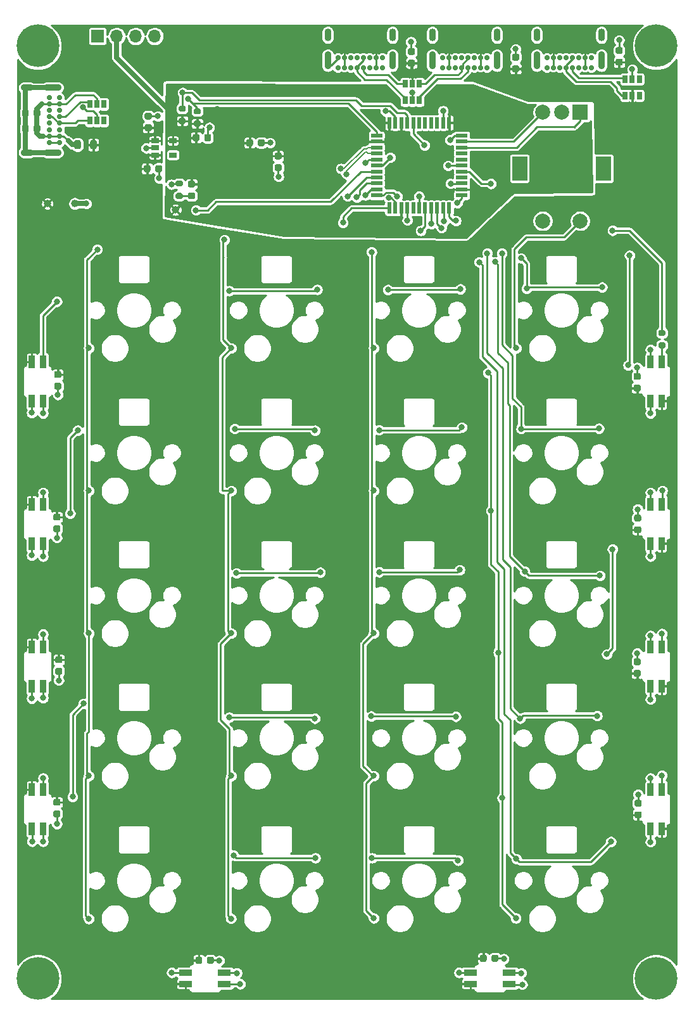
<source format=gbr>
%TF.GenerationSoftware,KiCad,Pcbnew,(5.1.8)-1*%
%TF.CreationDate,2021-08-19T19:14:59+10:00*%
%TF.ProjectId,Macropad,4d616372-6f70-4616-942e-6b696361645f,rev?*%
%TF.SameCoordinates,Original*%
%TF.FileFunction,Copper,L1,Top*%
%TF.FilePolarity,Positive*%
%FSLAX46Y46*%
G04 Gerber Fmt 4.6, Leading zero omitted, Abs format (unit mm)*
G04 Created by KiCad (PCBNEW (5.1.8)-1) date 2021-08-19 19:14:59*
%MOMM*%
%LPD*%
G01*
G04 APERTURE LIST*
%TA.AperFunction,SMDPad,CuDef*%
%ADD10R,0.820000X1.800000*%
%TD*%
%TA.AperFunction,SMDPad,CuDef*%
%ADD11R,1.800000X0.820000*%
%TD*%
%TA.AperFunction,SMDPad,CuDef*%
%ADD12C,1.000000*%
%TD*%
%TA.AperFunction,SMDPad,CuDef*%
%ADD13R,0.650000X1.060000*%
%TD*%
%TA.AperFunction,ComponentPad*%
%ADD14O,0.900000X1.700000*%
%TD*%
%TA.AperFunction,ComponentPad*%
%ADD15O,0.900000X2.400000*%
%TD*%
%TA.AperFunction,ComponentPad*%
%ADD16C,0.700000*%
%TD*%
%TA.AperFunction,SMDPad,CuDef*%
%ADD17R,1.500000X0.550000*%
%TD*%
%TA.AperFunction,SMDPad,CuDef*%
%ADD18R,0.550000X1.500000*%
%TD*%
%TA.AperFunction,ComponentPad*%
%ADD19O,1.700000X0.900000*%
%TD*%
%TA.AperFunction,ComponentPad*%
%ADD20O,2.400000X0.900000*%
%TD*%
%TA.AperFunction,SMDPad,CuDef*%
%ADD21R,1.000000X0.700000*%
%TD*%
%TA.AperFunction,ComponentPad*%
%ADD22C,2.000000*%
%TD*%
%TA.AperFunction,ComponentPad*%
%ADD23R,2.000000X3.200000*%
%TD*%
%TA.AperFunction,ComponentPad*%
%ADD24R,2.000000X2.000000*%
%TD*%
%TA.AperFunction,ComponentPad*%
%ADD25O,1.700000X1.700000*%
%TD*%
%TA.AperFunction,ComponentPad*%
%ADD26R,1.700000X1.700000*%
%TD*%
%TA.AperFunction,ComponentPad*%
%ADD27C,5.700000*%
%TD*%
%TA.AperFunction,ViaPad*%
%ADD28C,0.800000*%
%TD*%
%TA.AperFunction,Conductor*%
%ADD29C,0.250000*%
%TD*%
%TA.AperFunction,Conductor*%
%ADD30C,0.635000*%
%TD*%
%TA.AperFunction,Conductor*%
%ADD31C,0.200000*%
%TD*%
%TA.AperFunction,Conductor*%
%ADD32C,0.254000*%
%TD*%
%TA.AperFunction,Conductor*%
%ADD33C,0.100000*%
%TD*%
G04 APERTURE END LIST*
D10*
%TO.P,D50,4*%
%TO.N,Net-(D48-Pad2)*%
X46049500Y-110169000D03*
%TO.P,D50,3*%
%TO.N,GND*%
X47549500Y-110169000D03*
%TO.P,D50,2*%
%TO.N,RGB[1]*%
X47549500Y-104969000D03*
%TO.P,D50,1*%
%TO.N,+5V*%
X46049500Y-104969000D03*
%TD*%
%TO.P,D49,4*%
%TO.N,Net-(D47-Pad2)*%
X130290000Y-162119000D03*
%TO.P,D49,3*%
%TO.N,GND*%
X128790000Y-162119000D03*
%TO.P,D49,2*%
%TO.N,RGB[0]*%
X128790000Y-167319000D03*
%TO.P,D49,1*%
%TO.N,+5V*%
X130290000Y-167319000D03*
%TD*%
%TO.P,D48,4*%
%TO.N,Net-(D42-Pad2)*%
X46049500Y-129219000D03*
%TO.P,D48,3*%
%TO.N,GND*%
X47549500Y-129219000D03*
%TO.P,D48,2*%
%TO.N,Net-(D48-Pad2)*%
X47549500Y-124019000D03*
%TO.P,D48,1*%
%TO.N,+5V*%
X46049500Y-124019000D03*
%TD*%
%TO.P,D47,4*%
%TO.N,Net-(D41-Pad2)*%
X130290000Y-143069000D03*
%TO.P,D47,3*%
%TO.N,GND*%
X128790000Y-143069000D03*
%TO.P,D47,2*%
%TO.N,Net-(D47-Pad2)*%
X128790000Y-148269000D03*
%TO.P,D47,1*%
%TO.N,+5V*%
X130290000Y-148269000D03*
%TD*%
%TO.P,D42,4*%
%TO.N,Net-(D36-Pad2)*%
X46049500Y-148269000D03*
%TO.P,D42,3*%
%TO.N,GND*%
X47549500Y-148269000D03*
%TO.P,D42,2*%
%TO.N,Net-(D42-Pad2)*%
X47549500Y-143069000D03*
%TO.P,D42,1*%
%TO.N,+5V*%
X46049500Y-143069000D03*
%TD*%
%TO.P,D41,4*%
%TO.N,Net-(D35-Pad2)*%
X130290000Y-124019000D03*
%TO.P,D41,3*%
%TO.N,GND*%
X128790000Y-124019000D03*
%TO.P,D41,2*%
%TO.N,Net-(D41-Pad2)*%
X128790000Y-129219000D03*
%TO.P,D41,1*%
%TO.N,+5V*%
X130290000Y-129219000D03*
%TD*%
%TO.P,D36,4*%
%TO.N,Net-(D30-Pad2)*%
X46049500Y-167319000D03*
%TO.P,D36,3*%
%TO.N,GND*%
X47549500Y-167319000D03*
%TO.P,D36,2*%
%TO.N,Net-(D36-Pad2)*%
X47549500Y-162119000D03*
%TO.P,D36,1*%
%TO.N,+5V*%
X46049500Y-162119000D03*
%TD*%
%TO.P,D35,4*%
%TO.N,Net-(D35-Pad4)*%
X130290000Y-104969000D03*
%TO.P,D35,3*%
%TO.N,GND*%
X128790000Y-104969000D03*
%TO.P,D35,2*%
%TO.N,Net-(D35-Pad2)*%
X128790000Y-110169000D03*
%TO.P,D35,1*%
%TO.N,+5V*%
X130290000Y-110169000D03*
%TD*%
D11*
%TO.P,D30,4*%
%TO.N,Net-(D24-Pad2)*%
X71815000Y-188075000D03*
%TO.P,D30,3*%
%TO.N,GND*%
X71815000Y-186575000D03*
%TO.P,D30,2*%
%TO.N,Net-(D30-Pad2)*%
X66615000Y-186575000D03*
%TO.P,D30,1*%
%TO.N,+5V*%
X66615000Y-188075000D03*
%TD*%
%TO.P,D24,4*%
%TO.N,RGB[0]*%
X109915000Y-188075000D03*
%TO.P,D24,3*%
%TO.N,GND*%
X109915000Y-186575000D03*
%TO.P,D24,2*%
%TO.N,Net-(D24-Pad2)*%
X104715000Y-186575000D03*
%TO.P,D24,1*%
%TO.N,+5V*%
X104715000Y-188075000D03*
%TD*%
D12*
%TO.P,TP2,1*%
%TO.N,+3V3*%
X65290700Y-84645500D03*
%TD*%
%TO.P,C30,2*%
%TO.N,GND*%
%TA.AperFunction,SMDPad,CuDef*%
G36*
G01*
X69121200Y-75256200D02*
X69121200Y-74756200D01*
G75*
G02*
X69346200Y-74531200I225000J0D01*
G01*
X69796200Y-74531200D01*
G75*
G02*
X70021200Y-74756200I0J-225000D01*
G01*
X70021200Y-75256200D01*
G75*
G02*
X69796200Y-75481200I-225000J0D01*
G01*
X69346200Y-75481200D01*
G75*
G02*
X69121200Y-75256200I0J225000D01*
G01*
G37*
%TD.AperFunction*%
%TO.P,C30,1*%
%TO.N,+3V3*%
%TA.AperFunction,SMDPad,CuDef*%
G36*
G01*
X67571200Y-75256200D02*
X67571200Y-74756200D01*
G75*
G02*
X67796200Y-74531200I225000J0D01*
G01*
X68246200Y-74531200D01*
G75*
G02*
X68471200Y-74756200I0J-225000D01*
G01*
X68471200Y-75256200D01*
G75*
G02*
X68246200Y-75481200I-225000J0D01*
G01*
X67796200Y-75481200D01*
G75*
G02*
X67571200Y-75256200I0J225000D01*
G01*
G37*
%TD.AperFunction*%
%TD*%
%TO.P,C16,2*%
%TO.N,GND*%
%TA.AperFunction,SMDPad,CuDef*%
G36*
G01*
X62567400Y-79396400D02*
X62567400Y-78896400D01*
G75*
G02*
X62792400Y-78671400I225000J0D01*
G01*
X63242400Y-78671400D01*
G75*
G02*
X63467400Y-78896400I0J-225000D01*
G01*
X63467400Y-79396400D01*
G75*
G02*
X63242400Y-79621400I-225000J0D01*
G01*
X62792400Y-79621400D01*
G75*
G02*
X62567400Y-79396400I0J225000D01*
G01*
G37*
%TD.AperFunction*%
%TO.P,C16,1*%
%TO.N,+5V*%
%TA.AperFunction,SMDPad,CuDef*%
G36*
G01*
X61017400Y-79396400D02*
X61017400Y-78896400D01*
G75*
G02*
X61242400Y-78671400I225000J0D01*
G01*
X61692400Y-78671400D01*
G75*
G02*
X61917400Y-78896400I0J-225000D01*
G01*
X61917400Y-79396400D01*
G75*
G02*
X61692400Y-79621400I-225000J0D01*
G01*
X61242400Y-79621400D01*
G75*
G02*
X61017400Y-79396400I0J225000D01*
G01*
G37*
%TD.AperFunction*%
%TD*%
D13*
%TO.P,U8,5*%
%TO.N,+5V*%
X126339600Y-69383000D03*
%TO.P,U8,6*%
%TO.N,Net-(U8-Pad6)*%
X127289600Y-69383000D03*
%TO.P,U8,4*%
%TO.N,USB_D3-*%
X125389600Y-69383000D03*
%TO.P,U8,3*%
%TO.N,USB_D3+*%
X125389600Y-67183000D03*
%TO.P,U8,2*%
%TO.N,GND*%
X126339600Y-67183000D03*
%TO.P,U8,1*%
%TO.N,Net-(U8-Pad1)*%
X127289600Y-67183000D03*
%TD*%
%TO.P,U6,5*%
%TO.N,+5V*%
X96926400Y-67810200D03*
%TO.P,U6,6*%
%TO.N,USB_D1+*%
X95976400Y-67810200D03*
%TO.P,U6,4*%
%TO.N,USB_D2-*%
X97876400Y-67810200D03*
%TO.P,U6,3*%
%TO.N,USB_D2+*%
X97876400Y-70010200D03*
%TO.P,U6,2*%
%TO.N,GND*%
X96926400Y-70010200D03*
%TO.P,U6,1*%
%TO.N,USB_D1-*%
X95976400Y-70010200D03*
%TD*%
D14*
%TO.P,J5,S1*%
%TO.N,GND*%
X99595900Y-61299000D03*
X108245900Y-61299000D03*
D15*
X99595900Y-64679000D03*
X108245900Y-64679000D03*
D16*
%TO.P,J5,B6*%
%TO.N,USB_D2+*%
X103495900Y-64309000D03*
%TO.P,J5,B1*%
%TO.N,GND*%
X100945900Y-64309000D03*
%TO.P,J5,B4*%
%TO.N,+5V*%
X101795900Y-64309000D03*
%TO.P,J5,B5*%
%TO.N,Net-(J5-PadB5)*%
X102645900Y-64309000D03*
%TO.P,J5,B12*%
%TO.N,GND*%
X106895900Y-64309000D03*
%TO.P,J5,B8*%
%TO.N,Net-(J5-PadB8)*%
X105195900Y-64309000D03*
%TO.P,J5,B7*%
%TO.N,USB_D2-*%
X104345900Y-64309000D03*
%TO.P,J5,B9*%
%TO.N,+5V*%
X106045900Y-64309000D03*
%TO.P,J5,A12*%
%TO.N,GND*%
X100945900Y-65659000D03*
%TO.P,J5,A9*%
%TO.N,+5V*%
X101795900Y-65659000D03*
%TO.P,J5,A8*%
%TO.N,Net-(J5-PadA8)*%
X102645900Y-65659000D03*
%TO.P,J5,A7*%
%TO.N,USB_D2-*%
X103495900Y-65659000D03*
%TO.P,J5,A6*%
%TO.N,USB_D2+*%
X104345900Y-65659000D03*
%TO.P,J5,A5*%
%TO.N,Net-(J5-PadA5)*%
X105195900Y-65659000D03*
%TO.P,J5,A4*%
%TO.N,+5V*%
X106045900Y-65659000D03*
%TO.P,J5,A1*%
%TO.N,GND*%
X106895900Y-65659000D03*
%TD*%
%TO.P,C14,1*%
%TO.N,+5V*%
%TA.AperFunction,SMDPad,CuDef*%
G36*
G01*
X49153000Y-125254000D02*
X49653000Y-125254000D01*
G75*
G02*
X49878000Y-125479000I0J-225000D01*
G01*
X49878000Y-125929000D01*
G75*
G02*
X49653000Y-126154000I-225000J0D01*
G01*
X49153000Y-126154000D01*
G75*
G02*
X48928000Y-125929000I0J225000D01*
G01*
X48928000Y-125479000D01*
G75*
G02*
X49153000Y-125254000I225000J0D01*
G01*
G37*
%TD.AperFunction*%
%TO.P,C14,2*%
%TO.N,GND*%
%TA.AperFunction,SMDPad,CuDef*%
G36*
G01*
X49153000Y-126804000D02*
X49653000Y-126804000D01*
G75*
G02*
X49878000Y-127029000I0J-225000D01*
G01*
X49878000Y-127479000D01*
G75*
G02*
X49653000Y-127704000I-225000J0D01*
G01*
X49153000Y-127704000D01*
G75*
G02*
X48928000Y-127479000I0J225000D01*
G01*
X48928000Y-127029000D01*
G75*
G02*
X49153000Y-126804000I225000J0D01*
G01*
G37*
%TD.AperFunction*%
%TD*%
%TO.P,C23,1*%
%TO.N,+5V*%
%TA.AperFunction,SMDPad,CuDef*%
G36*
G01*
X49280000Y-106204000D02*
X49780000Y-106204000D01*
G75*
G02*
X50005000Y-106429000I0J-225000D01*
G01*
X50005000Y-106879000D01*
G75*
G02*
X49780000Y-107104000I-225000J0D01*
G01*
X49280000Y-107104000D01*
G75*
G02*
X49055000Y-106879000I0J225000D01*
G01*
X49055000Y-106429000D01*
G75*
G02*
X49280000Y-106204000I225000J0D01*
G01*
G37*
%TD.AperFunction*%
%TO.P,C23,2*%
%TO.N,GND*%
%TA.AperFunction,SMDPad,CuDef*%
G36*
G01*
X49280000Y-107754000D02*
X49780000Y-107754000D01*
G75*
G02*
X50005000Y-107979000I0J-225000D01*
G01*
X50005000Y-108429000D01*
G75*
G02*
X49780000Y-108654000I-225000J0D01*
G01*
X49280000Y-108654000D01*
G75*
G02*
X49055000Y-108429000I0J225000D01*
G01*
X49055000Y-107979000D01*
G75*
G02*
X49280000Y-107754000I225000J0D01*
G01*
G37*
%TD.AperFunction*%
%TD*%
%TO.P,C39,2*%
%TO.N,GND*%
%TA.AperFunction,SMDPad,CuDef*%
G36*
G01*
X111004160Y-64706320D02*
X110504160Y-64706320D01*
G75*
G02*
X110279160Y-64481320I0J225000D01*
G01*
X110279160Y-64031320D01*
G75*
G02*
X110504160Y-63806320I225000J0D01*
G01*
X111004160Y-63806320D01*
G75*
G02*
X111229160Y-64031320I0J-225000D01*
G01*
X111229160Y-64481320D01*
G75*
G02*
X111004160Y-64706320I-225000J0D01*
G01*
G37*
%TD.AperFunction*%
%TO.P,C39,1*%
%TO.N,+5V*%
%TA.AperFunction,SMDPad,CuDef*%
G36*
G01*
X111004160Y-66256320D02*
X110504160Y-66256320D01*
G75*
G02*
X110279160Y-66031320I0J225000D01*
G01*
X110279160Y-65581320D01*
G75*
G02*
X110504160Y-65356320I225000J0D01*
G01*
X111004160Y-65356320D01*
G75*
G02*
X111229160Y-65581320I0J-225000D01*
G01*
X111229160Y-66031320D01*
G75*
G02*
X111004160Y-66256320I-225000J0D01*
G01*
G37*
%TD.AperFunction*%
%TD*%
%TO.P,C46,2*%
%TO.N,GND*%
%TA.AperFunction,SMDPad,CuDef*%
G36*
G01*
X124837000Y-63810000D02*
X124337000Y-63810000D01*
G75*
G02*
X124112000Y-63585000I0J225000D01*
G01*
X124112000Y-63135000D01*
G75*
G02*
X124337000Y-62910000I225000J0D01*
G01*
X124837000Y-62910000D01*
G75*
G02*
X125062000Y-63135000I0J-225000D01*
G01*
X125062000Y-63585000D01*
G75*
G02*
X124837000Y-63810000I-225000J0D01*
G01*
G37*
%TD.AperFunction*%
%TO.P,C46,1*%
%TO.N,+5V*%
%TA.AperFunction,SMDPad,CuDef*%
G36*
G01*
X124837000Y-65360000D02*
X124337000Y-65360000D01*
G75*
G02*
X124112000Y-65135000I0J225000D01*
G01*
X124112000Y-64685000D01*
G75*
G02*
X124337000Y-64460000I225000J0D01*
G01*
X124837000Y-64460000D01*
G75*
G02*
X125062000Y-64685000I0J-225000D01*
G01*
X125062000Y-65135000D01*
G75*
G02*
X124837000Y-65360000I-225000J0D01*
G01*
G37*
%TD.AperFunction*%
%TD*%
%TO.P,C45,2*%
%TO.N,GND*%
%TA.AperFunction,SMDPad,CuDef*%
G36*
G01*
X97054480Y-63954480D02*
X96554480Y-63954480D01*
G75*
G02*
X96329480Y-63729480I0J225000D01*
G01*
X96329480Y-63279480D01*
G75*
G02*
X96554480Y-63054480I225000J0D01*
G01*
X97054480Y-63054480D01*
G75*
G02*
X97279480Y-63279480I0J-225000D01*
G01*
X97279480Y-63729480D01*
G75*
G02*
X97054480Y-63954480I-225000J0D01*
G01*
G37*
%TD.AperFunction*%
%TO.P,C45,1*%
%TO.N,+5V*%
%TA.AperFunction,SMDPad,CuDef*%
G36*
G01*
X97054480Y-65504480D02*
X96554480Y-65504480D01*
G75*
G02*
X96329480Y-65279480I0J225000D01*
G01*
X96329480Y-64829480D01*
G75*
G02*
X96554480Y-64604480I225000J0D01*
G01*
X97054480Y-64604480D01*
G75*
G02*
X97279480Y-64829480I0J-225000D01*
G01*
X97279480Y-65279480D01*
G75*
G02*
X97054480Y-65504480I-225000J0D01*
G01*
G37*
%TD.AperFunction*%
%TD*%
%TO.P,C38,2*%
%TO.N,GND*%
%TA.AperFunction,SMDPad,CuDef*%
G36*
G01*
X76284000Y-75942000D02*
X76284000Y-75442000D01*
G75*
G02*
X76509000Y-75217000I225000J0D01*
G01*
X76959000Y-75217000D01*
G75*
G02*
X77184000Y-75442000I0J-225000D01*
G01*
X77184000Y-75942000D01*
G75*
G02*
X76959000Y-76167000I-225000J0D01*
G01*
X76509000Y-76167000D01*
G75*
G02*
X76284000Y-75942000I0J225000D01*
G01*
G37*
%TD.AperFunction*%
%TO.P,C38,1*%
%TO.N,+3V3*%
%TA.AperFunction,SMDPad,CuDef*%
G36*
G01*
X74734000Y-75942000D02*
X74734000Y-75442000D01*
G75*
G02*
X74959000Y-75217000I225000J0D01*
G01*
X75409000Y-75217000D01*
G75*
G02*
X75634000Y-75442000I0J-225000D01*
G01*
X75634000Y-75942000D01*
G75*
G02*
X75409000Y-76167000I-225000J0D01*
G01*
X74959000Y-76167000D01*
G75*
G02*
X74734000Y-75942000I0J225000D01*
G01*
G37*
%TD.AperFunction*%
%TD*%
%TO.P,C37,2*%
%TO.N,GND*%
%TA.AperFunction,SMDPad,CuDef*%
G36*
G01*
X78744000Y-78557000D02*
X79244000Y-78557000D01*
G75*
G02*
X79469000Y-78782000I0J-225000D01*
G01*
X79469000Y-79232000D01*
G75*
G02*
X79244000Y-79457000I-225000J0D01*
G01*
X78744000Y-79457000D01*
G75*
G02*
X78519000Y-79232000I0J225000D01*
G01*
X78519000Y-78782000D01*
G75*
G02*
X78744000Y-78557000I225000J0D01*
G01*
G37*
%TD.AperFunction*%
%TO.P,C37,1*%
%TO.N,+3V3*%
%TA.AperFunction,SMDPad,CuDef*%
G36*
G01*
X78744000Y-77007000D02*
X79244000Y-77007000D01*
G75*
G02*
X79469000Y-77232000I0J-225000D01*
G01*
X79469000Y-77682000D01*
G75*
G02*
X79244000Y-77907000I-225000J0D01*
G01*
X78744000Y-77907000D01*
G75*
G02*
X78519000Y-77682000I0J225000D01*
G01*
X78519000Y-77232000D01*
G75*
G02*
X78744000Y-77007000I225000J0D01*
G01*
G37*
%TD.AperFunction*%
%TD*%
D17*
%TO.P,U5,1*%
%TO.N,SCL*%
X92150960Y-74714600D03*
%TO.P,U5,2*%
%TO.N,+3V3*%
X92150960Y-75514600D03*
%TO.P,U5,3*%
%TO.N,USB_D4-*%
X92150960Y-76314600D03*
%TO.P,U5,4*%
%TO.N,USB_D4+*%
X92150960Y-77114600D03*
%TO.P,U5,5*%
%TO.N,GND*%
X92150960Y-77914600D03*
%TO.P,U5,6*%
%TO.N,Net-(C33-Pad1)*%
X92150960Y-78714600D03*
%TO.P,U5,7*%
%TO.N,VBUS*%
X92150960Y-79514600D03*
%TO.P,U5,8*%
%TO.N,COL[0]*%
X92150960Y-80314600D03*
%TO.P,U5,9*%
%TO.N,SCK*%
X92150960Y-81114600D03*
%TO.P,U5,10*%
%TO.N,MOSI*%
X92150960Y-81914600D03*
%TO.P,U5,11*%
%TO.N,MISO*%
X92150960Y-82714600D03*
D18*
%TO.P,U5,12*%
%TO.N,COL[1]*%
X93850960Y-84414600D03*
%TO.P,U5,13*%
%TO.N,RST*%
X94650960Y-84414600D03*
%TO.P,U5,14*%
%TO.N,+3V3*%
X95450960Y-84414600D03*
%TO.P,U5,15*%
%TO.N,GND*%
X96250960Y-84414600D03*
%TO.P,U5,16*%
%TO.N,Net-(U5-Pad16)*%
X97050960Y-84414600D03*
%TO.P,U5,17*%
%TO.N,Net-(U5-Pad17)*%
X97850960Y-84414600D03*
%TO.P,U5,18*%
%TO.N,COL[2]*%
X98650960Y-84414600D03*
%TO.P,U5,19*%
%TO.N,ROW[0]*%
X99450960Y-84414600D03*
%TO.P,U5,20*%
%TO.N,ROW[1]*%
X100250960Y-84414600D03*
%TO.P,U5,21*%
%TO.N,ROW[2]*%
X101050960Y-84414600D03*
%TO.P,U5,22*%
%TO.N,ROW[3]*%
X101850960Y-84414600D03*
D17*
%TO.P,U5,23*%
%TO.N,GND*%
X103550960Y-82714600D03*
%TO.P,U5,24*%
%TO.N,+3V3*%
X103550960Y-81914600D03*
%TO.P,U5,25*%
%TO.N,ROW[4]*%
X103550960Y-81114600D03*
%TO.P,U5,26*%
%TO.N,Net-(U5-Pad26)*%
X103550960Y-80314600D03*
%TO.P,U5,27*%
%TO.N,ROW[5]*%
X103550960Y-79514600D03*
%TO.P,U5,28*%
%TO.N,COL[3]*%
X103550960Y-78714600D03*
%TO.P,U5,29*%
%TO.N,Net-(U5-Pad29)*%
X103550960Y-77914600D03*
%TO.P,U5,30*%
%TO.N,Net-(U5-Pad30)*%
X103550960Y-77114600D03*
%TO.P,U5,31*%
%TO.N,ROT_ENC_A*%
X103550960Y-76314600D03*
%TO.P,U5,32*%
%TO.N,ROT_ENC_B*%
X103550960Y-75514600D03*
%TO.P,U5,33*%
%TO.N,Net-(R19-Pad1)*%
X103550960Y-74714600D03*
D18*
%TO.P,U5,34*%
%TO.N,+3V3*%
X101850960Y-73014600D03*
%TO.P,U5,35*%
%TO.N,GND*%
X101050960Y-73014600D03*
%TO.P,U5,36*%
%TO.N,Net-(U5-Pad36)*%
X100250960Y-73014600D03*
%TO.P,U5,37*%
%TO.N,Net-(U5-Pad37)*%
X99450960Y-73014600D03*
%TO.P,U5,38*%
%TO.N,Net-(U5-Pad38)*%
X98650960Y-73014600D03*
%TO.P,U5,39*%
%TO.N,Net-(U5-Pad39)*%
X97850960Y-73014600D03*
%TO.P,U5,40*%
%TO.N,RGB_OUT*%
X97050960Y-73014600D03*
%TO.P,U5,41*%
%TO.N,SDA*%
X96250960Y-73014600D03*
%TO.P,U5,42*%
%TO.N,+3V3*%
X95450960Y-73014600D03*
%TO.P,U5,43*%
%TO.N,GND*%
X94650960Y-73014600D03*
%TO.P,U5,44*%
%TO.N,+3V3*%
X93850960Y-73014600D03*
%TD*%
D13*
%TO.P,U2,5*%
%TO.N,VBUS*%
X54737000Y-70528000D03*
%TO.P,U2,6*%
%TO.N,Net-(J1-PadA7)*%
X53787000Y-70528000D03*
%TO.P,U2,4*%
%TO.N,Net-(U2-Pad4)*%
X55687000Y-70528000D03*
%TO.P,U2,3*%
%TO.N,Net-(U2-Pad3)*%
X55687000Y-72728000D03*
%TO.P,U2,2*%
%TO.N,GND*%
X54737000Y-72728000D03*
%TO.P,U2,1*%
%TO.N,Net-(J1-PadA6)*%
X53787000Y-72728000D03*
%TD*%
%TO.P,R2,2*%
%TO.N,Net-(D1-Pad1)*%
%TA.AperFunction,SMDPad,CuDef*%
G36*
G01*
X65485600Y-82391300D02*
X66035600Y-82391300D01*
G75*
G02*
X66235600Y-82591300I0J-200000D01*
G01*
X66235600Y-82991300D01*
G75*
G02*
X66035600Y-83191300I-200000J0D01*
G01*
X65485600Y-83191300D01*
G75*
G02*
X65285600Y-82991300I0J200000D01*
G01*
X65285600Y-82591300D01*
G75*
G02*
X65485600Y-82391300I200000J0D01*
G01*
G37*
%TD.AperFunction*%
%TO.P,R2,1*%
%TO.N,GND*%
%TA.AperFunction,SMDPad,CuDef*%
G36*
G01*
X65485600Y-80741300D02*
X66035600Y-80741300D01*
G75*
G02*
X66235600Y-80941300I0J-200000D01*
G01*
X66235600Y-81341300D01*
G75*
G02*
X66035600Y-81541300I-200000J0D01*
G01*
X65485600Y-81541300D01*
G75*
G02*
X65285600Y-81341300I0J200000D01*
G01*
X65285600Y-80941300D01*
G75*
G02*
X65485600Y-80741300I200000J0D01*
G01*
G37*
%TD.AperFunction*%
%TD*%
D14*
%TO.P,J6,S1*%
%TO.N,GND*%
X113565900Y-61299000D03*
X122215900Y-61299000D03*
D15*
X113565900Y-64679000D03*
X122215900Y-64679000D03*
D16*
%TO.P,J6,B6*%
%TO.N,USB_D3+*%
X117465900Y-64309000D03*
%TO.P,J6,B1*%
%TO.N,GND*%
X114915900Y-64309000D03*
%TO.P,J6,B4*%
%TO.N,+5V*%
X115765900Y-64309000D03*
%TO.P,J6,B5*%
%TO.N,Net-(J6-PadB5)*%
X116615900Y-64309000D03*
%TO.P,J6,B12*%
%TO.N,GND*%
X120865900Y-64309000D03*
%TO.P,J6,B8*%
%TO.N,Net-(J6-PadB8)*%
X119165900Y-64309000D03*
%TO.P,J6,B7*%
%TO.N,USB_D3-*%
X118315900Y-64309000D03*
%TO.P,J6,B9*%
%TO.N,+5V*%
X120015900Y-64309000D03*
%TO.P,J6,A12*%
%TO.N,GND*%
X114915900Y-65659000D03*
%TO.P,J6,A9*%
%TO.N,+5V*%
X115765900Y-65659000D03*
%TO.P,J6,A8*%
%TO.N,Net-(J6-PadA8)*%
X116615900Y-65659000D03*
%TO.P,J6,A7*%
%TO.N,USB_D3-*%
X117465900Y-65659000D03*
%TO.P,J6,A6*%
%TO.N,USB_D3+*%
X118315900Y-65659000D03*
%TO.P,J6,A5*%
%TO.N,Net-(J6-PadA5)*%
X119165900Y-65659000D03*
%TO.P,J6,A4*%
%TO.N,+5V*%
X120015900Y-65659000D03*
%TO.P,J6,A1*%
%TO.N,GND*%
X120865900Y-65659000D03*
%TD*%
D14*
%TO.P,J4,S1*%
%TO.N,GND*%
X85625900Y-61299000D03*
X94275900Y-61299000D03*
D15*
X85625900Y-64679000D03*
X94275900Y-64679000D03*
D16*
%TO.P,J4,B6*%
%TO.N,USB_D1+*%
X89525900Y-64309000D03*
%TO.P,J4,B1*%
%TO.N,GND*%
X86975900Y-64309000D03*
%TO.P,J4,B4*%
%TO.N,+5V*%
X87825900Y-64309000D03*
%TO.P,J4,B5*%
%TO.N,Net-(J4-PadB5)*%
X88675900Y-64309000D03*
%TO.P,J4,B12*%
%TO.N,GND*%
X92925900Y-64309000D03*
%TO.P,J4,B8*%
%TO.N,Net-(J4-PadB8)*%
X91225900Y-64309000D03*
%TO.P,J4,B7*%
%TO.N,USB_D1-*%
X90375900Y-64309000D03*
%TO.P,J4,B9*%
%TO.N,+5V*%
X92075900Y-64309000D03*
%TO.P,J4,A12*%
%TO.N,GND*%
X86975900Y-65659000D03*
%TO.P,J4,A9*%
%TO.N,+5V*%
X87825900Y-65659000D03*
%TO.P,J4,A8*%
%TO.N,Net-(J4-PadA8)*%
X88675900Y-65659000D03*
%TO.P,J4,A7*%
%TO.N,USB_D1-*%
X89525900Y-65659000D03*
%TO.P,J4,A6*%
%TO.N,USB_D1+*%
X90375900Y-65659000D03*
%TO.P,J4,A5*%
%TO.N,Net-(J4-PadA5)*%
X91225900Y-65659000D03*
%TO.P,J4,A4*%
%TO.N,+5V*%
X92075900Y-65659000D03*
%TO.P,J4,A1*%
%TO.N,GND*%
X92925900Y-65659000D03*
%TD*%
D19*
%TO.P,J1,S1*%
%TO.N,Net-(C1-Pad2)*%
X45424000Y-68328500D03*
X45424000Y-76978500D03*
D20*
X48804000Y-68328500D03*
X48804000Y-76978500D03*
D16*
%TO.P,J1,B6*%
%TO.N,Net-(J1-PadA6)*%
X48434000Y-72228500D03*
%TO.P,J1,B1*%
%TO.N,Net-(C1-Pad2)*%
X48434000Y-69678500D03*
%TO.P,J1,B4*%
%TO.N,VBUS*%
X48434000Y-70528500D03*
%TO.P,J1,B5*%
%TO.N,Net-(J1-PadB5)*%
X48434000Y-71378500D03*
%TO.P,J1,B12*%
%TO.N,Net-(C1-Pad2)*%
X48434000Y-75628500D03*
%TO.P,J1,B8*%
%TO.N,Net-(J1-PadB8)*%
X48434000Y-73928500D03*
%TO.P,J1,B7*%
%TO.N,Net-(J1-PadA7)*%
X48434000Y-73078500D03*
%TO.P,J1,B9*%
%TO.N,VBUS*%
X48434000Y-74778500D03*
%TO.P,J1,A12*%
%TO.N,Net-(C1-Pad2)*%
X49784000Y-69678500D03*
%TO.P,J1,A9*%
%TO.N,VBUS*%
X49784000Y-70528500D03*
%TO.P,J1,A8*%
%TO.N,Net-(J1-PadA8)*%
X49784000Y-71378500D03*
%TO.P,J1,A7*%
%TO.N,Net-(J1-PadA7)*%
X49784000Y-72228500D03*
%TO.P,J1,A6*%
%TO.N,Net-(J1-PadA6)*%
X49784000Y-73078500D03*
%TO.P,J1,A5*%
%TO.N,Net-(J1-PadA5)*%
X49784000Y-73928500D03*
%TO.P,J1,A4*%
%TO.N,VBUS*%
X49784000Y-74778500D03*
%TO.P,J1,A1*%
%TO.N,Net-(C1-Pad2)*%
X49784000Y-75628500D03*
%TD*%
%TO.P,FB2,2*%
%TO.N,VBUS*%
%TA.AperFunction,SMDPad,CuDef*%
G36*
G01*
X52609100Y-75564750D02*
X52609100Y-76327250D01*
G75*
G02*
X52390350Y-76546000I-218750J0D01*
G01*
X51952850Y-76546000D01*
G75*
G02*
X51734100Y-76327250I0J218750D01*
G01*
X51734100Y-75564750D01*
G75*
G02*
X51952850Y-75346000I218750J0D01*
G01*
X52390350Y-75346000D01*
G75*
G02*
X52609100Y-75564750I0J-218750D01*
G01*
G37*
%TD.AperFunction*%
%TO.P,FB2,1*%
%TO.N,+5V*%
%TA.AperFunction,SMDPad,CuDef*%
G36*
G01*
X54734100Y-75564750D02*
X54734100Y-76327250D01*
G75*
G02*
X54515350Y-76546000I-218750J0D01*
G01*
X54077850Y-76546000D01*
G75*
G02*
X53859100Y-76327250I0J218750D01*
G01*
X53859100Y-75564750D01*
G75*
G02*
X54077850Y-75346000I218750J0D01*
G01*
X54515350Y-75346000D01*
G75*
G02*
X54734100Y-75564750I0J-218750D01*
G01*
G37*
%TD.AperFunction*%
%TD*%
%TO.P,D1,2*%
%TO.N,+3V3*%
%TA.AperFunction,SMDPad,CuDef*%
G36*
G01*
X67667850Y-81641300D02*
X67155350Y-81641300D01*
G75*
G02*
X66936600Y-81422550I0J218750D01*
G01*
X66936600Y-80985050D01*
G75*
G02*
X67155350Y-80766300I218750J0D01*
G01*
X67667850Y-80766300D01*
G75*
G02*
X67886600Y-80985050I0J-218750D01*
G01*
X67886600Y-81422550D01*
G75*
G02*
X67667850Y-81641300I-218750J0D01*
G01*
G37*
%TD.AperFunction*%
%TO.P,D1,1*%
%TO.N,Net-(D1-Pad1)*%
%TA.AperFunction,SMDPad,CuDef*%
G36*
G01*
X67667850Y-83216300D02*
X67155350Y-83216300D01*
G75*
G02*
X66936600Y-82997550I0J218750D01*
G01*
X66936600Y-82560050D01*
G75*
G02*
X67155350Y-82341300I218750J0D01*
G01*
X67667850Y-82341300D01*
G75*
G02*
X67886600Y-82560050I0J-218750D01*
G01*
X67886600Y-82997550D01*
G75*
G02*
X67667850Y-83216300I-218750J0D01*
G01*
G37*
%TD.AperFunction*%
%TD*%
%TO.P,C3,2*%
%TO.N,GND*%
%TA.AperFunction,SMDPad,CuDef*%
G36*
G01*
X61870400Y-72573000D02*
X61370400Y-72573000D01*
G75*
G02*
X61145400Y-72348000I0J225000D01*
G01*
X61145400Y-71898000D01*
G75*
G02*
X61370400Y-71673000I225000J0D01*
G01*
X61870400Y-71673000D01*
G75*
G02*
X62095400Y-71898000I0J-225000D01*
G01*
X62095400Y-72348000D01*
G75*
G02*
X61870400Y-72573000I-225000J0D01*
G01*
G37*
%TD.AperFunction*%
%TO.P,C3,1*%
%TO.N,+5V*%
%TA.AperFunction,SMDPad,CuDef*%
G36*
G01*
X61870400Y-74123000D02*
X61370400Y-74123000D01*
G75*
G02*
X61145400Y-73898000I0J225000D01*
G01*
X61145400Y-73448000D01*
G75*
G02*
X61370400Y-73223000I225000J0D01*
G01*
X61870400Y-73223000D01*
G75*
G02*
X62095400Y-73448000I0J-225000D01*
G01*
X62095400Y-73898000D01*
G75*
G02*
X61870400Y-74123000I-225000J0D01*
G01*
G37*
%TD.AperFunction*%
%TD*%
%TO.P,C2,2*%
%TO.N,Net-(C1-Pad2)*%
%TA.AperFunction,SMDPad,CuDef*%
G36*
G01*
X45649000Y-71466900D02*
X45649000Y-71966900D01*
G75*
G02*
X45424000Y-72191900I-225000J0D01*
G01*
X44974000Y-72191900D01*
G75*
G02*
X44749000Y-71966900I0J225000D01*
G01*
X44749000Y-71466900D01*
G75*
G02*
X44974000Y-71241900I225000J0D01*
G01*
X45424000Y-71241900D01*
G75*
G02*
X45649000Y-71466900I0J-225000D01*
G01*
G37*
%TD.AperFunction*%
%TO.P,C2,1*%
%TO.N,VBUS*%
%TA.AperFunction,SMDPad,CuDef*%
G36*
G01*
X47199000Y-71466900D02*
X47199000Y-71966900D01*
G75*
G02*
X46974000Y-72191900I-225000J0D01*
G01*
X46524000Y-72191900D01*
G75*
G02*
X46299000Y-71966900I0J225000D01*
G01*
X46299000Y-71466900D01*
G75*
G02*
X46524000Y-71241900I225000J0D01*
G01*
X46974000Y-71241900D01*
G75*
G02*
X47199000Y-71466900I0J-225000D01*
G01*
G37*
%TD.AperFunction*%
%TD*%
%TO.P,C1,2*%
%TO.N,Net-(C1-Pad2)*%
%TA.AperFunction,SMDPad,CuDef*%
G36*
G01*
X45649300Y-73524300D02*
X45649300Y-74024300D01*
G75*
G02*
X45424300Y-74249300I-225000J0D01*
G01*
X44974300Y-74249300D01*
G75*
G02*
X44749300Y-74024300I0J225000D01*
G01*
X44749300Y-73524300D01*
G75*
G02*
X44974300Y-73299300I225000J0D01*
G01*
X45424300Y-73299300D01*
G75*
G02*
X45649300Y-73524300I0J-225000D01*
G01*
G37*
%TD.AperFunction*%
%TO.P,C1,1*%
%TO.N,VBUS*%
%TA.AperFunction,SMDPad,CuDef*%
G36*
G01*
X47199300Y-73524300D02*
X47199300Y-74024300D01*
G75*
G02*
X46974300Y-74249300I-225000J0D01*
G01*
X46524300Y-74249300D01*
G75*
G02*
X46299300Y-74024300I0J225000D01*
G01*
X46299300Y-73524300D01*
G75*
G02*
X46524300Y-73299300I225000J0D01*
G01*
X46974300Y-73299300D01*
G75*
G02*
X47199300Y-73524300I0J-225000D01*
G01*
G37*
%TD.AperFunction*%
%TD*%
D21*
%TO.P,U1,5*%
%TO.N,+3V3*%
X64922400Y-75417600D03*
%TO.P,U1,4*%
%TO.N,Net-(U1-Pad4)*%
X64922400Y-77317600D03*
%TO.P,U1,3*%
%TO.N,+5V*%
X62522400Y-77317600D03*
%TO.P,U1,2*%
%TO.N,GND*%
X62522400Y-76367600D03*
%TO.P,U1,1*%
%TO.N,+5V*%
X62522400Y-75417600D03*
%TD*%
D12*
%TO.P,TP3,1*%
%TO.N,+5V*%
X48133000Y-83820000D03*
%TD*%
%TO.P,TP1,1*%
%TO.N,GND*%
X51816000Y-83820000D03*
%TD*%
D22*
%TO.P,SW21,S1*%
%TO.N,Net-(D22-Pad2)*%
X114380000Y-86128000D03*
%TO.P,SW21,S2*%
%TO.N,COL[3]*%
X119380000Y-86128000D03*
D23*
%TO.P,SW21,MP*%
%TO.N,N/C*%
X111280000Y-79128000D03*
X122480000Y-79128000D03*
D22*
%TO.P,SW21,B*%
%TO.N,ROT_ENC_B*%
X114380000Y-71628000D03*
%TO.P,SW21,C*%
%TO.N,GND*%
X116880000Y-71628000D03*
D24*
%TO.P,SW21,A*%
%TO.N,ROT_ENC_A*%
X119380000Y-71628000D03*
%TD*%
%TO.P,R21,2*%
%TO.N,SCL*%
%TA.AperFunction,SMDPad,CuDef*%
G36*
G01*
X68448600Y-71876600D02*
X67898600Y-71876600D01*
G75*
G02*
X67698600Y-71676600I0J200000D01*
G01*
X67698600Y-71276600D01*
G75*
G02*
X67898600Y-71076600I200000J0D01*
G01*
X68448600Y-71076600D01*
G75*
G02*
X68648600Y-71276600I0J-200000D01*
G01*
X68648600Y-71676600D01*
G75*
G02*
X68448600Y-71876600I-200000J0D01*
G01*
G37*
%TD.AperFunction*%
%TO.P,R21,1*%
%TO.N,+3V3*%
%TA.AperFunction,SMDPad,CuDef*%
G36*
G01*
X68448600Y-73526600D02*
X67898600Y-73526600D01*
G75*
G02*
X67698600Y-73326600I0J200000D01*
G01*
X67698600Y-72926600D01*
G75*
G02*
X67898600Y-72726600I200000J0D01*
G01*
X68448600Y-72726600D01*
G75*
G02*
X68648600Y-72926600I0J-200000D01*
G01*
X68648600Y-73326600D01*
G75*
G02*
X68448600Y-73526600I-200000J0D01*
G01*
G37*
%TD.AperFunction*%
%TD*%
%TO.P,R20,2*%
%TO.N,SDA*%
%TA.AperFunction,SMDPad,CuDef*%
G36*
G01*
X66442000Y-71520000D02*
X65892000Y-71520000D01*
G75*
G02*
X65692000Y-71320000I0J200000D01*
G01*
X65692000Y-70920000D01*
G75*
G02*
X65892000Y-70720000I200000J0D01*
G01*
X66442000Y-70720000D01*
G75*
G02*
X66642000Y-70920000I0J-200000D01*
G01*
X66642000Y-71320000D01*
G75*
G02*
X66442000Y-71520000I-200000J0D01*
G01*
G37*
%TD.AperFunction*%
%TO.P,R20,1*%
%TO.N,+3V3*%
%TA.AperFunction,SMDPad,CuDef*%
G36*
G01*
X66442000Y-73170000D02*
X65892000Y-73170000D01*
G75*
G02*
X65692000Y-72970000I0J200000D01*
G01*
X65692000Y-72570000D01*
G75*
G02*
X65892000Y-72370000I200000J0D01*
G01*
X66442000Y-72370000D01*
G75*
G02*
X66642000Y-72570000I0J-200000D01*
G01*
X66642000Y-72970000D01*
G75*
G02*
X66442000Y-73170000I-200000J0D01*
G01*
G37*
%TD.AperFunction*%
%TD*%
%TO.P,R16,1*%
%TO.N,RGB_OUT*%
%TA.AperFunction,SMDPad,CuDef*%
G36*
G01*
X130027000Y-100693000D02*
X130577000Y-100693000D01*
G75*
G02*
X130777000Y-100893000I0J-200000D01*
G01*
X130777000Y-101293000D01*
G75*
G02*
X130577000Y-101493000I-200000J0D01*
G01*
X130027000Y-101493000D01*
G75*
G02*
X129827000Y-101293000I0J200000D01*
G01*
X129827000Y-100893000D01*
G75*
G02*
X130027000Y-100693000I200000J0D01*
G01*
G37*
%TD.AperFunction*%
%TO.P,R16,2*%
%TO.N,Net-(D35-Pad4)*%
%TA.AperFunction,SMDPad,CuDef*%
G36*
G01*
X130027000Y-102343000D02*
X130577000Y-102343000D01*
G75*
G02*
X130777000Y-102543000I0J-200000D01*
G01*
X130777000Y-102943000D01*
G75*
G02*
X130577000Y-103143000I-200000J0D01*
G01*
X130027000Y-103143000D01*
G75*
G02*
X129827000Y-102943000I0J200000D01*
G01*
X129827000Y-102543000D01*
G75*
G02*
X130027000Y-102343000I200000J0D01*
G01*
G37*
%TD.AperFunction*%
%TD*%
D25*
%TO.P,J2,4*%
%TO.N,SDA*%
X62471300Y-61455300D03*
%TO.P,J2,3*%
%TO.N,SCL*%
X59931300Y-61455300D03*
%TO.P,J2,2*%
%TO.N,+3V3*%
X57391300Y-61455300D03*
D26*
%TO.P,J2,1*%
%TO.N,GND*%
X54851300Y-61455300D03*
%TD*%
D27*
%TO.P,H4,1*%
%TO.N,GND*%
X46863000Y-187325000D03*
%TD*%
%TO.P,H3,1*%
%TO.N,GND*%
X129540000Y-187325000D03*
%TD*%
%TO.P,H2,1*%
%TO.N,GND*%
X46863000Y-62738000D03*
%TD*%
%TO.P,H1,1*%
%TO.N,GND*%
X129540000Y-62738000D03*
%TD*%
%TO.P,C31,1*%
%TO.N,+5V*%
%TA.AperFunction,SMDPad,CuDef*%
G36*
G01*
X105976000Y-184908000D02*
X105976000Y-184408000D01*
G75*
G02*
X106201000Y-184183000I225000J0D01*
G01*
X106651000Y-184183000D01*
G75*
G02*
X106876000Y-184408000I0J-225000D01*
G01*
X106876000Y-184908000D01*
G75*
G02*
X106651000Y-185133000I-225000J0D01*
G01*
X106201000Y-185133000D01*
G75*
G02*
X105976000Y-184908000I0J225000D01*
G01*
G37*
%TD.AperFunction*%
%TO.P,C31,2*%
%TO.N,GND*%
%TA.AperFunction,SMDPad,CuDef*%
G36*
G01*
X107526000Y-184908000D02*
X107526000Y-184408000D01*
G75*
G02*
X107751000Y-184183000I225000J0D01*
G01*
X108201000Y-184183000D01*
G75*
G02*
X108426000Y-184408000I0J-225000D01*
G01*
X108426000Y-184908000D01*
G75*
G02*
X108201000Y-185133000I-225000J0D01*
G01*
X107751000Y-185133000D01*
G75*
G02*
X107526000Y-184908000I0J225000D01*
G01*
G37*
%TD.AperFunction*%
%TD*%
%TO.P,C28,2*%
%TO.N,GND*%
%TA.AperFunction,SMDPad,CuDef*%
G36*
G01*
X127313500Y-126281000D02*
X126813500Y-126281000D01*
G75*
G02*
X126588500Y-126056000I0J225000D01*
G01*
X126588500Y-125606000D01*
G75*
G02*
X126813500Y-125381000I225000J0D01*
G01*
X127313500Y-125381000D01*
G75*
G02*
X127538500Y-125606000I0J-225000D01*
G01*
X127538500Y-126056000D01*
G75*
G02*
X127313500Y-126281000I-225000J0D01*
G01*
G37*
%TD.AperFunction*%
%TO.P,C28,1*%
%TO.N,+5V*%
%TA.AperFunction,SMDPad,CuDef*%
G36*
G01*
X127313500Y-127831000D02*
X126813500Y-127831000D01*
G75*
G02*
X126588500Y-127606000I0J225000D01*
G01*
X126588500Y-127156000D01*
G75*
G02*
X126813500Y-126931000I225000J0D01*
G01*
X127313500Y-126931000D01*
G75*
G02*
X127538500Y-127156000I0J-225000D01*
G01*
X127538500Y-127606000D01*
G75*
G02*
X127313500Y-127831000I-225000J0D01*
G01*
G37*
%TD.AperFunction*%
%TD*%
%TO.P,C25,1*%
%TO.N,+5V*%
%TA.AperFunction,SMDPad,CuDef*%
G36*
G01*
X49407000Y-144304000D02*
X49907000Y-144304000D01*
G75*
G02*
X50132000Y-144529000I0J-225000D01*
G01*
X50132000Y-144979000D01*
G75*
G02*
X49907000Y-145204000I-225000J0D01*
G01*
X49407000Y-145204000D01*
G75*
G02*
X49182000Y-144979000I0J225000D01*
G01*
X49182000Y-144529000D01*
G75*
G02*
X49407000Y-144304000I225000J0D01*
G01*
G37*
%TD.AperFunction*%
%TO.P,C25,2*%
%TO.N,GND*%
%TA.AperFunction,SMDPad,CuDef*%
G36*
G01*
X49407000Y-145854000D02*
X49907000Y-145854000D01*
G75*
G02*
X50132000Y-146079000I0J-225000D01*
G01*
X50132000Y-146529000D01*
G75*
G02*
X49907000Y-146754000I-225000J0D01*
G01*
X49407000Y-146754000D01*
G75*
G02*
X49182000Y-146529000I0J225000D01*
G01*
X49182000Y-146079000D01*
G75*
G02*
X49407000Y-145854000I225000J0D01*
G01*
G37*
%TD.AperFunction*%
%TD*%
%TO.P,C21,1*%
%TO.N,+5V*%
%TA.AperFunction,SMDPad,CuDef*%
G36*
G01*
X127377000Y-165931000D02*
X126877000Y-165931000D01*
G75*
G02*
X126652000Y-165706000I0J225000D01*
G01*
X126652000Y-165256000D01*
G75*
G02*
X126877000Y-165031000I225000J0D01*
G01*
X127377000Y-165031000D01*
G75*
G02*
X127602000Y-165256000I0J-225000D01*
G01*
X127602000Y-165706000D01*
G75*
G02*
X127377000Y-165931000I-225000J0D01*
G01*
G37*
%TD.AperFunction*%
%TO.P,C21,2*%
%TO.N,GND*%
%TA.AperFunction,SMDPad,CuDef*%
G36*
G01*
X127377000Y-164381000D02*
X126877000Y-164381000D01*
G75*
G02*
X126652000Y-164156000I0J225000D01*
G01*
X126652000Y-163706000D01*
G75*
G02*
X126877000Y-163481000I225000J0D01*
G01*
X127377000Y-163481000D01*
G75*
G02*
X127602000Y-163706000I0J-225000D01*
G01*
X127602000Y-164156000D01*
G75*
G02*
X127377000Y-164381000I-225000J0D01*
G01*
G37*
%TD.AperFunction*%
%TD*%
%TO.P,C18,1*%
%TO.N,+5V*%
%TA.AperFunction,SMDPad,CuDef*%
G36*
G01*
X127250000Y-147034000D02*
X126750000Y-147034000D01*
G75*
G02*
X126525000Y-146809000I0J225000D01*
G01*
X126525000Y-146359000D01*
G75*
G02*
X126750000Y-146134000I225000J0D01*
G01*
X127250000Y-146134000D01*
G75*
G02*
X127475000Y-146359000I0J-225000D01*
G01*
X127475000Y-146809000D01*
G75*
G02*
X127250000Y-147034000I-225000J0D01*
G01*
G37*
%TD.AperFunction*%
%TO.P,C18,2*%
%TO.N,GND*%
%TA.AperFunction,SMDPad,CuDef*%
G36*
G01*
X127250000Y-145484000D02*
X126750000Y-145484000D01*
G75*
G02*
X126525000Y-145259000I0J225000D01*
G01*
X126525000Y-144809000D01*
G75*
G02*
X126750000Y-144584000I225000J0D01*
G01*
X127250000Y-144584000D01*
G75*
G02*
X127475000Y-144809000I0J-225000D01*
G01*
X127475000Y-145259000D01*
G75*
G02*
X127250000Y-145484000I-225000J0D01*
G01*
G37*
%TD.AperFunction*%
%TD*%
%TO.P,C12,1*%
%TO.N,+5V*%
%TA.AperFunction,SMDPad,CuDef*%
G36*
G01*
X67939500Y-185162000D02*
X67939500Y-184662000D01*
G75*
G02*
X68164500Y-184437000I225000J0D01*
G01*
X68614500Y-184437000D01*
G75*
G02*
X68839500Y-184662000I0J-225000D01*
G01*
X68839500Y-185162000D01*
G75*
G02*
X68614500Y-185387000I-225000J0D01*
G01*
X68164500Y-185387000D01*
G75*
G02*
X67939500Y-185162000I0J225000D01*
G01*
G37*
%TD.AperFunction*%
%TO.P,C12,2*%
%TO.N,GND*%
%TA.AperFunction,SMDPad,CuDef*%
G36*
G01*
X69489500Y-185162000D02*
X69489500Y-184662000D01*
G75*
G02*
X69714500Y-184437000I225000J0D01*
G01*
X70164500Y-184437000D01*
G75*
G02*
X70389500Y-184662000I0J-225000D01*
G01*
X70389500Y-185162000D01*
G75*
G02*
X70164500Y-185387000I-225000J0D01*
G01*
X69714500Y-185387000D01*
G75*
G02*
X69489500Y-185162000I0J225000D01*
G01*
G37*
%TD.AperFunction*%
%TD*%
%TO.P,C8,1*%
%TO.N,+5V*%
%TA.AperFunction,SMDPad,CuDef*%
G36*
G01*
X49153000Y-163354000D02*
X49653000Y-163354000D01*
G75*
G02*
X49878000Y-163579000I0J-225000D01*
G01*
X49878000Y-164029000D01*
G75*
G02*
X49653000Y-164254000I-225000J0D01*
G01*
X49153000Y-164254000D01*
G75*
G02*
X48928000Y-164029000I0J225000D01*
G01*
X48928000Y-163579000D01*
G75*
G02*
X49153000Y-163354000I225000J0D01*
G01*
G37*
%TD.AperFunction*%
%TO.P,C8,2*%
%TO.N,GND*%
%TA.AperFunction,SMDPad,CuDef*%
G36*
G01*
X49153000Y-164904000D02*
X49653000Y-164904000D01*
G75*
G02*
X49878000Y-165129000I0J-225000D01*
G01*
X49878000Y-165579000D01*
G75*
G02*
X49653000Y-165804000I-225000J0D01*
G01*
X49153000Y-165804000D01*
G75*
G02*
X48928000Y-165579000I0J225000D01*
G01*
X48928000Y-165129000D01*
G75*
G02*
X49153000Y-164904000I225000J0D01*
G01*
G37*
%TD.AperFunction*%
%TD*%
%TO.P,C4,2*%
%TO.N,GND*%
%TA.AperFunction,SMDPad,CuDef*%
G36*
G01*
X127250000Y-107358000D02*
X126750000Y-107358000D01*
G75*
G02*
X126525000Y-107133000I0J225000D01*
G01*
X126525000Y-106683000D01*
G75*
G02*
X126750000Y-106458000I225000J0D01*
G01*
X127250000Y-106458000D01*
G75*
G02*
X127475000Y-106683000I0J-225000D01*
G01*
X127475000Y-107133000D01*
G75*
G02*
X127250000Y-107358000I-225000J0D01*
G01*
G37*
%TD.AperFunction*%
%TO.P,C4,1*%
%TO.N,+5V*%
%TA.AperFunction,SMDPad,CuDef*%
G36*
G01*
X127250000Y-108908000D02*
X126750000Y-108908000D01*
G75*
G02*
X126525000Y-108683000I0J225000D01*
G01*
X126525000Y-108233000D01*
G75*
G02*
X126750000Y-108008000I225000J0D01*
G01*
X127250000Y-108008000D01*
G75*
G02*
X127475000Y-108233000I0J-225000D01*
G01*
X127475000Y-108683000D01*
G75*
G02*
X127250000Y-108908000I-225000J0D01*
G01*
G37*
%TD.AperFunction*%
%TD*%
D28*
%TO.N,VBUS*%
X67995800Y-84683600D03*
%TO.N,GND*%
X79057500Y-80200500D03*
X77914500Y-75692000D03*
X96266000Y-86042500D03*
X53340000Y-83820000D03*
X102946200Y-83718400D03*
X101041200Y-71424800D03*
X128778000Y-103314500D03*
X127000000Y-105727500D03*
X127063500Y-124650500D03*
X128778000Y-122428000D03*
X128778000Y-141541500D03*
X127000000Y-143891000D03*
X128778000Y-160591500D03*
X127127000Y-162750500D03*
X111506000Y-186626500D03*
X109156500Y-184721500D03*
X73469500Y-186626500D03*
X71120000Y-184975500D03*
X47561500Y-169037000D03*
X49403000Y-166687500D03*
X47561500Y-149860000D03*
X49657000Y-147510500D03*
X47561500Y-130937000D03*
X49403000Y-128460500D03*
X47561500Y-111823500D03*
X49530000Y-109347000D03*
X110744000Y-63169800D03*
X96738440Y-62199520D03*
X52861998Y-70937120D03*
X124587000Y-61976000D03*
X90678000Y-78359000D03*
X64717140Y-81241498D03*
X93345000Y-71450200D03*
X96926400Y-68940202D03*
X61341000Y-76403200D03*
X62915800Y-72136000D03*
X63093600Y-80441800D03*
X69799200Y-73647300D03*
X126339600Y-65874900D03*
%TO.N,+5V*%
X55321200Y-148945600D03*
X74371200Y-148945600D03*
X93472000Y-148996400D03*
X112522000Y-148996400D03*
X112522000Y-110896400D03*
X93522800Y-110896400D03*
X74523600Y-110845600D03*
X55422800Y-110845600D03*
X62280800Y-170840400D03*
X83159600Y-169519600D03*
X102209600Y-169468800D03*
X121818400Y-168325800D03*
X63881000Y-131419600D03*
X82981800Y-131445000D03*
X101955600Y-131445000D03*
X121297700Y-131483100D03*
X83134200Y-93370400D03*
X102082600Y-93306900D03*
X121107200Y-93281500D03*
X63919100Y-93332300D03*
X64122300Y-95059500D03*
X81915000Y-96393000D03*
X101231700Y-96202500D03*
X120116600Y-96342200D03*
X113030000Y-109118400D03*
X93941900Y-109067600D03*
X74879200Y-109131100D03*
X55867300Y-108902500D03*
X63423800Y-134391400D03*
X82308700Y-134416800D03*
X101092000Y-134404100D03*
X120294400Y-134442200D03*
X113030000Y-147256500D03*
X93814900Y-147256500D03*
X74891900Y-147231100D03*
X55651400Y-147269200D03*
X66065400Y-169367200D03*
X82194400Y-172377100D03*
X100977700Y-172427900D03*
X119646700Y-170751500D03*
%TO.N,+3V3*%
X77012800Y-87020400D03*
X81686400Y-84734400D03*
X101158040Y-82179160D03*
X82423000Y-76136500D03*
X74104500Y-79311500D03*
X80645000Y-82359500D03*
X82613500Y-79311500D03*
X106045000Y-81978500D03*
X66802000Y-77724000D03*
X96139000Y-80391000D03*
X96647000Y-87122000D03*
X77622400Y-72491600D03*
X88493600Y-74676000D03*
X103327200Y-73101200D03*
X74739500Y-72453500D03*
X70859514Y-71164016D03*
X114427000Y-77216000D03*
X119227600Y-77266800D03*
X71056500Y-86423500D03*
%TO.N,Net-(C33-Pad1)*%
X93980000Y-77660500D03*
%TO.N,ROW[4]*%
X72466200Y-95478600D03*
X84226400Y-95300800D03*
X93675200Y-95326200D03*
X103352600Y-95237300D03*
X122301000Y-94983300D03*
X112205610Y-95173800D03*
X111467900Y-91109800D03*
X102044500Y-81140300D03*
%TO.N,ROW[3]*%
X73202800Y-113906300D03*
X83921600Y-114122200D03*
X92506800Y-114071400D03*
X103543100Y-113703100D03*
X121881900Y-113855500D03*
X111480600Y-113906300D03*
X102768400Y-86106000D03*
X108915200Y-90449400D03*
%TO.N,ROW[2]*%
X73418700Y-133184900D03*
X84620100Y-133083300D03*
X92519500Y-133045200D03*
X103263700Y-132753100D03*
X111950500Y-132956300D03*
X122021600Y-133515100D03*
X101180900Y-86131400D03*
X107988100Y-91617800D03*
%TO.N,ROW[1]*%
X72466200Y-152450800D03*
X83896200Y-152603200D03*
X91440000Y-152298400D03*
X102743000Y-152349200D03*
X121640600Y-152247600D03*
X111353600Y-152603200D03*
X100824137Y-87065608D03*
X106946700Y-90436700D03*
%TO.N,ROW[0]*%
X83972400Y-171246800D03*
X91541600Y-171246800D03*
X103047800Y-171577000D03*
X110845600Y-171373800D03*
X123494800Y-169062400D03*
X73019811Y-170891200D03*
X99479100Y-86525100D03*
X105879900Y-91630500D03*
%TO.N,RGB[0]*%
X128778000Y-169100500D03*
X111633000Y-188150500D03*
%TO.N,Net-(D24-Pad2)*%
X103187500Y-186563000D03*
X73914000Y-188087000D03*
%TO.N,RGB[1]*%
X49403000Y-96901000D03*
%TO.N,Net-(D25-Pad2)*%
X52197000Y-114109500D03*
X51181000Y-125222000D03*
%TO.N,Net-(D26-Pad2)*%
X51498500Y-163068000D03*
X52949990Y-150622000D03*
%TO.N,Net-(D30-Pad2)*%
X64770000Y-186563000D03*
X46101000Y-169037000D03*
%TO.N,Net-(D35-Pad2)*%
X128778000Y-111823500D03*
X130365500Y-122174000D03*
%TO.N,Net-(D36-Pad2)*%
X47561500Y-160591500D03*
X46037500Y-149923500D03*
%TO.N,Net-(D41-Pad2)*%
X128778000Y-130937000D03*
X130302000Y-141287500D03*
%TO.N,Net-(D42-Pad2)*%
X47561500Y-141351000D03*
X46037500Y-130810000D03*
%TO.N,Net-(D47-Pad2)*%
X128778000Y-150050500D03*
X130302000Y-160210500D03*
%TO.N,Net-(D48-Pad2)*%
X47561500Y-122428000D03*
X46037500Y-111760000D03*
%TO.N,SDA*%
X66217800Y-68986400D03*
%TO.N,SCL*%
X66954400Y-69824600D03*
%TO.N,RST*%
X93789500Y-83058000D03*
%TO.N,MOSI*%
X90631905Y-82689944D03*
%TO.N,SCK*%
X89509600Y-82981800D03*
%TO.N,MISO*%
X94911314Y-82839633D03*
%TO.N,RGB_OUT*%
X98562160Y-76012040D03*
X123703080Y-87416640D03*
%TO.N,Net-(R19-Pad1)*%
X101981000Y-75311000D03*
%TO.N,COL[0]*%
X88277700Y-82829400D03*
X54800500Y-89928700D03*
X53675000Y-160274000D03*
X53670200Y-179374800D03*
X53675000Y-122174000D03*
X53675000Y-103124000D03*
X53675000Y-141224000D03*
%TO.N,COL[1]*%
X72725000Y-103124000D03*
X72694800Y-179349400D03*
X72725000Y-160274000D03*
X72725000Y-122174000D03*
X72725000Y-141224000D03*
X71805800Y-88646000D03*
X87668100Y-86360000D03*
%TO.N,COL[2]*%
X91770200Y-179285900D03*
X91775000Y-160274000D03*
X91775000Y-141224000D03*
X91775000Y-122174000D03*
X91775000Y-103124000D03*
X98056700Y-87426800D03*
X91490800Y-90271600D03*
%TO.N,COL[3]*%
X110782100Y-179298600D03*
X108953300Y-163245800D03*
X108432600Y-143776700D03*
X107454700Y-124841000D03*
X107048300Y-106413300D03*
X110825000Y-103124000D03*
X101727000Y-78740000D03*
%TO.N,ROW[5]*%
X107442000Y-81153000D03*
%TO.N,Net-(U5-Pad17)*%
X97830640Y-82839560D03*
%TO.N,Net-(D43-Pad4)*%
X125984000Y-90741500D03*
X125793500Y-105410000D03*
%TO.N,Net-(D44-Pad4)*%
X123698000Y-129984500D03*
X122936000Y-144018000D03*
%TO.N,USB_D4+*%
X88128232Y-79873232D03*
%TO.N,USB_D4-*%
X87385768Y-79130768D03*
%TD*%
D29*
%TO.N,Net-(C1-Pad2)*%
X48434000Y-75628500D02*
X49784000Y-75628500D01*
D30*
X45199300Y-71717200D02*
X45199000Y-71716900D01*
X45199300Y-73774300D02*
X45199300Y-71717200D01*
X45199000Y-68553500D02*
X45424000Y-68328500D01*
X45199000Y-71716900D02*
X45199000Y-68553500D01*
X45199300Y-76753800D02*
X45424000Y-76978500D01*
X45199300Y-73774300D02*
X45199300Y-76753800D01*
X45424000Y-68328500D02*
X48804000Y-68328500D01*
X45424000Y-76978500D02*
X48804000Y-76978500D01*
D29*
%TO.N,VBUS*%
X49784000Y-74778500D02*
X48434000Y-74778500D01*
X49784000Y-70528500D02*
X48434000Y-70528500D01*
X48434000Y-70528500D02*
X47376400Y-70528500D01*
D30*
X46749300Y-71717200D02*
X46749000Y-71716900D01*
X46749300Y-73774300D02*
X46749300Y-71717200D01*
X46749000Y-71155900D02*
X47376400Y-70528500D01*
X46749000Y-71716900D02*
X46749000Y-71155900D01*
D29*
X48434000Y-74778500D02*
X47562400Y-74778500D01*
D30*
X47562400Y-74778500D02*
X47156000Y-74778500D01*
X46749300Y-74371800D02*
X46749300Y-73774300D01*
X47156000Y-74778500D02*
X46749300Y-74371800D01*
D29*
X49784000Y-70528500D02*
X50642200Y-70528500D01*
X50642200Y-70528500D02*
X51892200Y-69278500D01*
X54737000Y-69748000D02*
X54737000Y-70528000D01*
X54267500Y-69278500D02*
X54737000Y-69748000D01*
X51892200Y-69278500D02*
X54267500Y-69278500D01*
X49784000Y-74778500D02*
X50278974Y-74778500D01*
D30*
X51446474Y-75946000D02*
X50907337Y-75406863D01*
X52171600Y-75946000D02*
X51446474Y-75946000D01*
D29*
X50278974Y-74778500D02*
X50907337Y-75406863D01*
X90030400Y-79514600D02*
X92150960Y-79514600D01*
X85979000Y-83566000D02*
X90030400Y-79514600D01*
X67995800Y-84683600D02*
X69570600Y-84683600D01*
X70688200Y-83566000D02*
X73634600Y-83566000D01*
X69570600Y-84683600D02*
X70688200Y-83566000D01*
X73634600Y-83566000D02*
X85979000Y-83566000D01*
X70993000Y-83566000D02*
X73634600Y-83566000D01*
%TO.N,GND*%
X86902500Y-64521502D02*
X86052500Y-65371502D01*
X86902500Y-64372500D02*
X86902500Y-64521502D01*
X78994000Y-80137000D02*
X79057500Y-80200500D01*
X78994000Y-79007000D02*
X78994000Y-80137000D01*
X76734000Y-75692000D02*
X77914500Y-75692000D01*
X96250960Y-86027460D02*
X96266000Y-86042500D01*
X96250960Y-84414600D02*
X96250960Y-86027460D01*
D30*
X51816000Y-83820000D02*
X53340000Y-83820000D01*
D29*
X103550960Y-83113640D02*
X102946200Y-83718400D01*
X103550960Y-82714600D02*
X103550960Y-83113640D01*
X101050960Y-71434560D02*
X101041200Y-71424800D01*
X101050960Y-73014600D02*
X101050960Y-71434560D01*
X128790000Y-103326500D02*
X128778000Y-103314500D01*
X128790000Y-104969000D02*
X128790000Y-103326500D01*
X127000000Y-106908000D02*
X127000000Y-105727500D01*
X127063500Y-125831000D02*
X127063500Y-124650500D01*
X128790000Y-122440000D02*
X128778000Y-122428000D01*
X128790000Y-124019000D02*
X128790000Y-122440000D01*
X128790000Y-141553500D02*
X128778000Y-141541500D01*
X128790000Y-143069000D02*
X128790000Y-141553500D01*
X127000000Y-145034000D02*
X127000000Y-143891000D01*
X128790000Y-160603500D02*
X128778000Y-160591500D01*
X128790000Y-162119000D02*
X128790000Y-160603500D01*
X127127000Y-163931000D02*
X127127000Y-162750500D01*
X111454500Y-186575000D02*
X111506000Y-186626500D01*
X109915000Y-186575000D02*
X111454500Y-186575000D01*
X109093000Y-184658000D02*
X109156500Y-184721500D01*
X107976000Y-184658000D02*
X109093000Y-184658000D01*
X73418000Y-186575000D02*
X73469500Y-186626500D01*
X71815000Y-186575000D02*
X73418000Y-186575000D01*
X71056500Y-184912000D02*
X71120000Y-184975500D01*
X69939500Y-184912000D02*
X71056500Y-184912000D01*
X47549500Y-169025000D02*
X47561500Y-169037000D01*
X47549500Y-167319000D02*
X47549500Y-169025000D01*
X49403000Y-165354000D02*
X49403000Y-166687500D01*
X47549500Y-149848000D02*
X47561500Y-149860000D01*
X47549500Y-148269000D02*
X47549500Y-149848000D01*
X49657000Y-146304000D02*
X49657000Y-147510500D01*
X47549500Y-130925000D02*
X47561500Y-130937000D01*
X47549500Y-129219000D02*
X47549500Y-130925000D01*
X49403000Y-127254000D02*
X49403000Y-128460500D01*
X47549500Y-111811500D02*
X47561500Y-111823500D01*
X47549500Y-110169000D02*
X47549500Y-111811500D01*
X49530000Y-108204000D02*
X49530000Y-109347000D01*
X110754160Y-63179960D02*
X110744000Y-63169800D01*
X110754160Y-64256320D02*
X110754160Y-63179960D01*
X96804480Y-63504480D02*
X96804480Y-63601600D01*
X96738440Y-63535560D02*
X96738440Y-62199520D01*
X96804480Y-63601600D02*
X96738440Y-63535560D01*
X54251653Y-71462653D02*
X53387531Y-71462653D01*
X53387531Y-71462653D02*
X52861998Y-70937120D01*
X54737000Y-71948000D02*
X54251653Y-71462653D01*
X54737000Y-72728000D02*
X54737000Y-71948000D01*
X124587000Y-63360000D02*
X124587000Y-62992000D01*
X124587000Y-62992000D02*
X124587000Y-61976000D01*
X91122400Y-77914600D02*
X90678000Y-78359000D01*
X92150960Y-77914600D02*
X91122400Y-77914600D01*
X65760600Y-81141300D02*
X64817338Y-81141300D01*
X64817338Y-81141300D02*
X64717140Y-81241498D01*
X96926400Y-70010200D02*
X96926400Y-68940202D01*
X94650960Y-73014600D02*
X94650960Y-72190475D01*
X94650960Y-72190475D02*
X93910685Y-71450200D01*
X93910685Y-71450200D02*
X93345000Y-71450200D01*
X61376600Y-76367600D02*
X61341000Y-76403200D01*
X62522400Y-76367600D02*
X61376600Y-76367600D01*
X62902800Y-72123000D02*
X62915800Y-72136000D01*
X61620400Y-72123000D02*
X62902800Y-72123000D01*
X63017400Y-79146400D02*
X63068200Y-79146400D01*
X63093600Y-79171800D02*
X63093600Y-80441800D01*
X63068200Y-79146400D02*
X63093600Y-79171800D01*
X69571200Y-73875300D02*
X69799200Y-73647300D01*
X69571200Y-75006200D02*
X69571200Y-73875300D01*
X126339600Y-67183000D02*
X126339600Y-65874900D01*
%TO.N,+5V*%
X87825900Y-65646300D02*
X87825900Y-64296300D01*
X92075900Y-65646300D02*
X92075900Y-64296300D01*
X101795900Y-64296300D02*
X101795900Y-65646300D01*
X106045900Y-65646300D02*
X106045900Y-64296300D01*
X115765900Y-64296300D02*
X115765900Y-65646300D01*
X120015900Y-64296300D02*
X120015900Y-65646300D01*
X101795900Y-64296300D02*
X101795900Y-63441900D01*
X106045900Y-64296300D02*
X106045900Y-63246900D01*
X115765900Y-64296300D02*
X115765900Y-63431100D01*
X120015900Y-64296300D02*
X120015900Y-63373900D01*
X87825900Y-64296300D02*
X87825900Y-63431100D01*
X92075900Y-64296300D02*
X92075900Y-63373900D01*
X97038200Y-65288200D02*
X96804480Y-65054480D01*
X96926400Y-65176400D02*
X96804480Y-65054480D01*
X96926400Y-67810200D02*
X96926400Y-65176400D01*
D30*
%TO.N,+3V3*%
X57391300Y-61455300D02*
X57391300Y-64325500D01*
X57391300Y-64325500D02*
X64655700Y-71589900D01*
D29*
%TO.N,Net-(C33-Pad1)*%
X92925900Y-78714600D02*
X92150960Y-78714600D01*
X93980000Y-77660500D02*
X92925900Y-78714600D01*
%TO.N,Net-(D1-Pad1)*%
X65773100Y-82778800D02*
X65760600Y-82791300D01*
X67411600Y-82778800D02*
X65773100Y-82778800D01*
%TO.N,ROW[4]*%
X84048600Y-95478600D02*
X84226400Y-95300800D01*
X72466200Y-95478600D02*
X84048600Y-95478600D01*
X103263700Y-95326200D02*
X103352600Y-95237300D01*
X93675200Y-95326200D02*
X103263700Y-95326200D01*
X112396110Y-94983300D02*
X112205610Y-95173800D01*
X122301000Y-94983300D02*
X112396110Y-94983300D01*
X103525260Y-81140300D02*
X103550960Y-81114600D01*
X102044500Y-81140300D02*
X103525260Y-81140300D01*
X112205610Y-91847510D02*
X111467900Y-91109800D01*
X112205610Y-95173800D02*
X112205610Y-91847510D01*
%TO.N,ROW[3]*%
X83705700Y-113906300D02*
X83921600Y-114122200D01*
X73202800Y-113906300D02*
X83705700Y-113906300D01*
X103174800Y-114071400D02*
X103543100Y-113703100D01*
X92506800Y-114071400D02*
X103174800Y-114071400D01*
X121831100Y-113906300D02*
X121881900Y-113855500D01*
X111480600Y-113906300D02*
X121831100Y-113906300D01*
X102768400Y-86106000D02*
X102349300Y-86106000D01*
X101850960Y-85607660D02*
X101850960Y-84414600D01*
X102349300Y-86106000D02*
X101850960Y-85607660D01*
X111480600Y-113906300D02*
X111480600Y-110998000D01*
X111480600Y-110998000D02*
X110337600Y-109855000D01*
X110337600Y-104076500D02*
X108915200Y-102654100D01*
X110337600Y-109855000D02*
X110337600Y-104076500D01*
X108915200Y-102654100D02*
X108915200Y-90449400D01*
%TO.N,ROW[2]*%
X84518500Y-133184900D02*
X84620100Y-133083300D01*
X73418700Y-133184900D02*
X84518500Y-133184900D01*
X102971600Y-133045200D02*
X103263700Y-132753100D01*
X92519500Y-133045200D02*
X102971600Y-133045200D01*
X112509300Y-133515100D02*
X122021600Y-133515100D01*
X111950500Y-132956300D02*
X112509300Y-133515100D01*
X101180900Y-84544540D02*
X101050960Y-84414600D01*
X101180900Y-86131400D02*
X101180900Y-84544540D01*
X108388099Y-92017799D02*
X107988100Y-91617800D01*
X109943900Y-130949700D02*
X109943900Y-110769400D01*
X111950500Y-132956300D02*
X109943900Y-130949700D01*
X109943900Y-110769400D02*
X109728000Y-110553500D01*
X109728000Y-105079800D02*
X108388099Y-103739899D01*
X109728000Y-110553500D02*
X109728000Y-105079800D01*
X108388099Y-103739899D02*
X108388099Y-92017799D01*
%TO.N,ROW[1]*%
X83743800Y-152450800D02*
X83896200Y-152603200D01*
X72466200Y-152450800D02*
X83743800Y-152450800D01*
X102692200Y-152298400D02*
X102743000Y-152349200D01*
X91440000Y-152298400D02*
X102692200Y-152298400D01*
X111353600Y-152603200D02*
X111760000Y-152196800D01*
X121589800Y-152196800D02*
X121640600Y-152247600D01*
X111760000Y-152196800D02*
X121589800Y-152196800D01*
X100250960Y-84414600D02*
X100250960Y-86492431D01*
X100250960Y-86492431D02*
X100824137Y-87065608D01*
X110020100Y-151269700D02*
X110020100Y-132372100D01*
X111353600Y-152603200D02*
X110020100Y-151269700D01*
X110020100Y-132372100D02*
X109016800Y-131368800D01*
X109016800Y-105841800D02*
X106946700Y-103771700D01*
X109016800Y-131368800D02*
X109016800Y-105841800D01*
X106946700Y-103771700D02*
X106946700Y-90436700D01*
%TO.N,ROW[0]*%
X102717600Y-171246800D02*
X103047800Y-171577000D01*
X91541600Y-171246800D02*
X102717600Y-171246800D01*
X120783401Y-171773799D02*
X123494800Y-169062400D01*
X111245599Y-171773799D02*
X120783401Y-171773799D01*
X110845600Y-171373800D02*
X111245599Y-171773799D01*
X73375411Y-171246800D02*
X73019811Y-170891200D01*
X83972400Y-171246800D02*
X73375411Y-171246800D01*
X99479100Y-84442740D02*
X99450960Y-84414600D01*
X99479100Y-86525100D02*
X99479100Y-84442740D01*
X106279899Y-92030499D02*
X105879900Y-91630500D01*
X110020100Y-170548300D02*
X110020100Y-152819100D01*
X110845600Y-171373800D02*
X110020100Y-170548300D01*
X110020100Y-152819100D02*
X109220000Y-152019000D01*
X109220000Y-152019000D02*
X109220000Y-132664200D01*
X109220000Y-132664200D02*
X108254800Y-131699000D01*
X108254800Y-131699000D02*
X108254800Y-106260900D01*
X108254800Y-106260900D02*
X106279899Y-104285999D01*
X106279899Y-104285999D02*
X106279899Y-92030499D01*
%TO.N,RGB[0]*%
X128790000Y-169088500D02*
X128778000Y-169100500D01*
X128790000Y-167319000D02*
X128790000Y-169088500D01*
X109990500Y-188150500D02*
X109915000Y-188075000D01*
X111633000Y-188150500D02*
X109990500Y-188150500D01*
%TO.N,Net-(D24-Pad2)*%
X103199500Y-186575000D02*
X103187500Y-186563000D01*
X104715000Y-186575000D02*
X103199500Y-186575000D01*
X71827000Y-188087000D02*
X71815000Y-188075000D01*
X73914000Y-188087000D02*
X71827000Y-188087000D01*
%TO.N,RGB[1]*%
X47549500Y-98754500D02*
X49403000Y-96901000D01*
X47549500Y-104969000D02*
X47549500Y-98754500D01*
%TO.N,Net-(D25-Pad2)*%
X51181000Y-115125500D02*
X51181000Y-125222000D01*
X52197000Y-114109500D02*
X51181000Y-115125500D01*
%TO.N,Net-(D26-Pad2)*%
X51498500Y-163068000D02*
X51498500Y-152073490D01*
X51498500Y-152073490D02*
X52949990Y-150622000D01*
%TO.N,Net-(D30-Pad2)*%
X64782000Y-186575000D02*
X64770000Y-186563000D01*
X66615000Y-186575000D02*
X64782000Y-186575000D01*
X46101000Y-167370500D02*
X46049500Y-167319000D01*
X46101000Y-169037000D02*
X46101000Y-167370500D01*
%TO.N,Net-(D35-Pad2)*%
X128790000Y-111811500D02*
X128778000Y-111823500D01*
X128790000Y-110169000D02*
X128790000Y-111811500D01*
X130365500Y-123943500D02*
X130290000Y-124019000D01*
X130365500Y-122174000D02*
X130365500Y-123943500D01*
%TO.N,Net-(D36-Pad2)*%
X47549500Y-160603500D02*
X47561500Y-160591500D01*
X47549500Y-162119000D02*
X47549500Y-160603500D01*
X46037500Y-148281000D02*
X46049500Y-148269000D01*
X46037500Y-149923500D02*
X46037500Y-148281000D01*
%TO.N,Net-(D41-Pad2)*%
X128790000Y-130925000D02*
X128778000Y-130937000D01*
X128790000Y-129219000D02*
X128790000Y-130925000D01*
X130302000Y-143057000D02*
X130290000Y-143069000D01*
X130302000Y-141287500D02*
X130302000Y-143057000D01*
%TO.N,Net-(D42-Pad2)*%
X47549500Y-141363000D02*
X47561500Y-141351000D01*
X47549500Y-143069000D02*
X47549500Y-141363000D01*
X46037500Y-129231000D02*
X46049500Y-129219000D01*
X46037500Y-130810000D02*
X46037500Y-129231000D01*
%TO.N,Net-(D47-Pad2)*%
X128790000Y-150038500D02*
X128778000Y-150050500D01*
X128790000Y-148269000D02*
X128790000Y-150038500D01*
X130302000Y-162107000D02*
X130290000Y-162119000D01*
X130302000Y-160210500D02*
X130302000Y-162107000D01*
%TO.N,Net-(D48-Pad2)*%
X47549500Y-122440000D02*
X47561500Y-122428000D01*
X47549500Y-124019000D02*
X47549500Y-122440000D01*
X46037500Y-110181000D02*
X46049500Y-110169000D01*
X46037500Y-111760000D02*
X46037500Y-110181000D01*
%TO.N,Net-(J1-PadA6)*%
X49980002Y-73078500D02*
X49831000Y-73078500D01*
X49634998Y-73078500D02*
X49784000Y-73078500D01*
X48784998Y-72228500D02*
X49634998Y-73078500D01*
X48434000Y-72228500D02*
X48784998Y-72228500D01*
X49784000Y-73078500D02*
X51838700Y-73078500D01*
X52189200Y-72728000D02*
X53787000Y-72728000D01*
X51838700Y-73078500D02*
X52189200Y-72728000D01*
%TO.N,Net-(J1-PadA7)*%
X52513996Y-70212118D02*
X53471118Y-70212118D01*
X49784000Y-72228500D02*
X50497614Y-72228500D01*
X50497614Y-72228500D02*
X52513996Y-70212118D01*
X53471118Y-70212118D02*
X53787000Y-70528000D01*
%TO.N,SDA*%
X66167000Y-69037200D02*
X66217800Y-68986400D01*
X66167000Y-71120000D02*
X66167000Y-69037200D01*
X67437000Y-68986400D02*
X66217800Y-68986400D01*
X68439595Y-69988995D02*
X67437000Y-68986400D01*
X89396005Y-69988995D02*
X68439595Y-69988995D01*
X90132208Y-70725198D02*
X89396005Y-69988995D01*
X96250960Y-72014600D02*
X95889760Y-71653400D01*
X96250960Y-73014600D02*
X96250960Y-72014600D01*
X94894400Y-71653400D02*
X93966198Y-70725198D01*
X95889760Y-71653400D02*
X94894400Y-71653400D01*
X93966198Y-70725198D02*
X90132208Y-70725198D01*
%TO.N,SCL*%
X68173600Y-71043800D02*
X66954400Y-69824600D01*
X68173600Y-71476600D02*
X68173600Y-71043800D01*
X92150960Y-74714600D02*
X92150960Y-74189600D01*
X67568806Y-70439006D02*
X66954400Y-69824600D01*
X88400366Y-70439006D02*
X67568806Y-70439006D01*
X92150960Y-74189600D02*
X88400366Y-70439006D01*
%TO.N,RST*%
X94104362Y-83058000D02*
X94650960Y-83604598D01*
X93789500Y-83058000D02*
X94104362Y-83058000D01*
X94650960Y-83604598D02*
X94650960Y-84414600D01*
%TO.N,MOSI*%
X92150960Y-81914600D02*
X91407249Y-81914600D01*
X91407249Y-81914600D02*
X90631905Y-82689944D01*
%TO.N,SCK*%
X92150960Y-81114600D02*
X90843400Y-81114600D01*
X89916000Y-82575400D02*
X89509600Y-82981800D01*
X90843400Y-81114600D02*
X89916000Y-82042000D01*
X89916000Y-82042000D02*
X89916000Y-82575400D01*
%TO.N,MISO*%
X93441499Y-82332999D02*
X94404680Y-82332999D01*
X94404680Y-82332999D02*
X94911314Y-82839633D01*
X92150960Y-82714600D02*
X93059898Y-82714600D01*
X93059898Y-82714600D02*
X93441499Y-82332999D01*
%TO.N,ROT_ENC_B*%
X110493400Y-75514600D02*
X103550960Y-75514600D01*
X114380000Y-71628000D02*
X110493400Y-75514600D01*
X114329200Y-71678800D02*
X114380000Y-71628000D01*
%TO.N,ROT_ENC_A*%
X105791000Y-76327000D02*
X105803400Y-76314600D01*
X105803400Y-76314600D02*
X103550960Y-76314600D01*
X119380000Y-71628000D02*
X119380000Y-72776080D01*
X118587520Y-73568560D02*
X113639600Y-73568560D01*
X110881160Y-76327000D02*
X105791000Y-76327000D01*
X113639600Y-73568560D02*
X110881160Y-76327000D01*
X118567200Y-73588880D02*
X119192040Y-72964040D01*
X119192040Y-72964040D02*
X118587520Y-73568560D01*
X119380000Y-72776080D02*
X119192040Y-72964040D01*
%TO.N,RGB_OUT*%
X97050960Y-74500840D02*
X98562160Y-76012040D01*
X97050960Y-73014600D02*
X97050960Y-74500840D01*
X123703080Y-87416640D02*
X125958600Y-87416640D01*
X130302000Y-91760040D02*
X130302000Y-101093000D01*
X125958600Y-87416640D02*
X130302000Y-91760040D01*
%TO.N,Net-(R19-Pad1)*%
X102577400Y-74714600D02*
X101981000Y-75311000D01*
X103550960Y-74714600D02*
X102577400Y-74714600D01*
%TO.N,COL[0]*%
X53670200Y-179374800D02*
X53270201Y-178974801D01*
X53270201Y-178974801D02*
X53270201Y-160678799D01*
X53270201Y-160678799D02*
X53675000Y-160274000D01*
X53409999Y-103389001D02*
X53675000Y-103124000D01*
X53409999Y-121908999D02*
X53409999Y-103389001D01*
X53675000Y-122174000D02*
X53409999Y-121908999D01*
X53409999Y-154617999D02*
X53675000Y-154352998D01*
X53675000Y-154352998D02*
X53675000Y-141224000D01*
X53675000Y-160274000D02*
X53409999Y-160008999D01*
X53409999Y-160008999D02*
X53409999Y-154617999D01*
X53675000Y-103124000D02*
X53409999Y-102858999D01*
X88277700Y-82829400D02*
X90792500Y-80314600D01*
X53409999Y-91319201D02*
X54800500Y-89928700D01*
X53409999Y-102858999D02*
X53409999Y-91319201D01*
X90792500Y-80314600D02*
X92150960Y-80314600D01*
X53409999Y-122439001D02*
X53675000Y-122174000D01*
X53409999Y-140958999D02*
X53409999Y-122439001D01*
X53675000Y-141224000D02*
X53409999Y-140958999D01*
%TO.N,COL[1]*%
X72694800Y-179349400D02*
X72294801Y-178949401D01*
X72294801Y-178949401D02*
X72294801Y-160704199D01*
X72294801Y-160704199D02*
X72725000Y-160274000D01*
X71274989Y-152798801D02*
X71274989Y-142674011D01*
X71274989Y-142674011D02*
X72725000Y-141224000D01*
X72459999Y-153983811D02*
X71274989Y-152798801D01*
X72459999Y-160008999D02*
X72459999Y-153983811D01*
X72725000Y-160274000D02*
X72459999Y-160008999D01*
X71628000Y-91059000D02*
X71691500Y-90995500D01*
X72725000Y-103124000D02*
X71628000Y-102027000D01*
X72277399Y-140958999D02*
X72277399Y-122621601D01*
X72725000Y-141224000D02*
X72459999Y-140958999D01*
X72277399Y-122621601D02*
X72725000Y-122174000D01*
X72459999Y-140958999D02*
X72277399Y-140958999D01*
X71501000Y-104348000D02*
X72725000Y-103124000D01*
X71501000Y-122174000D02*
X71501000Y-104348000D01*
X72725000Y-122174000D02*
X71501000Y-122174000D01*
X87668100Y-86360000D02*
X87668100Y-85559900D01*
X87668100Y-85559900D02*
X88813400Y-84414600D01*
X88813400Y-84414600D02*
X93850960Y-84414600D01*
X71628000Y-88823800D02*
X71805800Y-88646000D01*
X71628000Y-92049600D02*
X71628000Y-88823800D01*
X71628000Y-102027000D02*
X71628000Y-92049600D01*
X71628000Y-92049600D02*
X71628000Y-91059000D01*
%TO.N,COL[2]*%
X91770200Y-179285900D02*
X90766900Y-178282600D01*
X90766900Y-161282100D02*
X91775000Y-160274000D01*
X90766900Y-178282600D02*
X90766900Y-161282100D01*
X91775000Y-160274000D02*
X91630500Y-160274000D01*
X90324989Y-142674011D02*
X91775000Y-141224000D01*
X90324989Y-158968489D02*
X90324989Y-142674011D01*
X91630500Y-160274000D02*
X90324989Y-158968489D01*
X91509999Y-122439001D02*
X91775000Y-122174000D01*
X91509999Y-140958999D02*
X91509999Y-122439001D01*
X91775000Y-141224000D02*
X91509999Y-140958999D01*
X91509999Y-103389001D02*
X91775000Y-103124000D01*
X91509999Y-121908999D02*
X91509999Y-103389001D01*
X91775000Y-122174000D02*
X91509999Y-121908999D01*
X91775000Y-103124000D02*
X91509999Y-102858999D01*
X98056700Y-87426800D02*
X98650960Y-86832540D01*
X98650960Y-86832540D02*
X98650960Y-84414600D01*
X91509999Y-90290799D02*
X91490800Y-90271600D01*
X91509999Y-102858999D02*
X91509999Y-90290799D01*
%TO.N,COL[3]*%
X108953300Y-177469800D02*
X108953300Y-163245800D01*
X110782100Y-179298600D02*
X108953300Y-177469800D01*
X108953300Y-163245800D02*
X108953300Y-153136600D01*
X108432600Y-152615900D02*
X108432600Y-143776700D01*
X108953300Y-153136600D02*
X108432600Y-152615900D01*
X108432600Y-143776700D02*
X108432600Y-133019800D01*
X107454700Y-132041900D02*
X107454700Y-124841000D01*
X108432600Y-133019800D02*
X107454700Y-132041900D01*
X107454700Y-106819700D02*
X107048300Y-106413300D01*
X107454700Y-124841000D02*
X107454700Y-106819700D01*
X110559999Y-102858999D02*
X110559999Y-89922201D01*
X110825000Y-103124000D02*
X110559999Y-102858999D01*
X110559999Y-89922201D02*
X112179100Y-88303100D01*
X117204900Y-88303100D02*
X119380000Y-86128000D01*
X112179100Y-88303100D02*
X117204900Y-88303100D01*
X103525560Y-78740000D02*
X103550960Y-78714600D01*
X101727000Y-78740000D02*
X103525560Y-78740000D01*
%TO.N,ROW[5]*%
X103538160Y-79527400D02*
X103550960Y-79514600D01*
X104550960Y-79514600D02*
X103550960Y-79514600D01*
X106189360Y-81153000D02*
X104550960Y-79514600D01*
X107442000Y-81153000D02*
X106189360Y-81153000D01*
%TO.N,Net-(U5-Pad17)*%
X97830640Y-84394280D02*
X97850960Y-84414600D01*
X97830640Y-82839560D02*
X97830640Y-84394280D01*
%TO.N,Net-(D43-Pad4)*%
X125984000Y-105219500D02*
X125793500Y-105410000D01*
X125984000Y-90741500D02*
X125984000Y-105219500D01*
%TO.N,Net-(D44-Pad4)*%
X123698000Y-143256000D02*
X122936000Y-144018000D01*
X123698000Y-129984500D02*
X123698000Y-143256000D01*
D31*
%TO.N,USB_D4+*%
X91025959Y-77114600D02*
X92150960Y-77114600D01*
X90850959Y-76939600D02*
X91025959Y-77114600D01*
X90637599Y-76939600D02*
X90850959Y-76939600D01*
X88128232Y-79448967D02*
X90637599Y-76939600D01*
X88128232Y-79873232D02*
X88128232Y-79448967D01*
%TO.N,USB_D4-*%
X91025959Y-76314600D02*
X92150960Y-76314600D01*
X90850959Y-76489600D02*
X91025959Y-76314600D01*
X90451201Y-76489600D02*
X90850959Y-76489600D01*
X87810033Y-79130768D02*
X90451201Y-76489600D01*
X87385768Y-79130768D02*
X87810033Y-79130768D01*
D29*
%TO.N,USB_D1+*%
X90375900Y-66153974D02*
X90375900Y-65659000D01*
X90866086Y-66644160D02*
X90375900Y-66153974D01*
X94897480Y-67810200D02*
X93731440Y-66644160D01*
X95976400Y-67810200D02*
X94897480Y-67810200D01*
X93731440Y-66644160D02*
X90866086Y-66644160D01*
%TO.N,USB_D1-*%
X89525900Y-65497298D02*
X89525900Y-65646300D01*
X90375900Y-64647298D02*
X89525900Y-65497298D01*
X90375900Y-64296300D02*
X90375900Y-64647298D01*
X89525900Y-66153974D02*
X89525900Y-65659000D01*
X90610806Y-67238880D02*
X89525900Y-66153974D01*
X95976400Y-70010200D02*
X95976400Y-69763600D01*
X93451680Y-67238880D02*
X92400120Y-67238880D01*
X95976400Y-69763600D02*
X93451680Y-67238880D01*
X92400120Y-67238880D02*
X90610806Y-67238880D01*
%TO.N,USB_D2+*%
X104345900Y-66153974D02*
X104345900Y-65659000D01*
X103372754Y-67127120D02*
X104345900Y-66153974D01*
X100289360Y-67127120D02*
X103372754Y-67127120D01*
X97876400Y-69540080D02*
X98948240Y-68468240D01*
X97876400Y-70010200D02*
X97876400Y-69540080D01*
X98948240Y-68468240D02*
X100289360Y-67127120D01*
X98572320Y-68844160D02*
X98948240Y-68468240D01*
%TO.N,USB_D2-*%
X104345900Y-64445302D02*
X104345900Y-64296300D01*
X103670899Y-65120303D02*
X104345900Y-64445302D01*
X103670899Y-65498181D02*
X103670899Y-65120303D01*
X103522780Y-65646300D02*
X103670899Y-65498181D01*
X103495900Y-65646300D02*
X103522780Y-65646300D01*
X103495900Y-66153974D02*
X103495900Y-65659000D01*
X103005714Y-66644160D02*
X103495900Y-66153974D01*
X98726720Y-67810200D02*
X99892760Y-66644160D01*
X97876400Y-67810200D02*
X98726720Y-67810200D01*
X99892760Y-66644160D02*
X103005714Y-66644160D01*
%TO.N,USB_D3+*%
X118315900Y-66153974D02*
X118315900Y-65659000D01*
X119159326Y-66997400D02*
X118315900Y-66153974D01*
X125204000Y-66997400D02*
X125389600Y-67183000D01*
X124678400Y-66997400D02*
X123677500Y-66997400D01*
X123677500Y-66997400D02*
X125204000Y-66997400D01*
X123677500Y-66997400D02*
X119159326Y-66997400D01*
%TO.N,USB_D3-*%
X117465900Y-65295302D02*
X118315900Y-64445302D01*
X118315900Y-64445302D02*
X118315900Y-64296300D01*
X117465900Y-65646300D02*
X117465900Y-65295302D01*
X117465900Y-66153974D02*
X117465900Y-65659000D01*
X118825126Y-67513200D02*
X117465900Y-66153974D01*
X123418600Y-67513200D02*
X118825126Y-67513200D01*
X124294900Y-68389500D02*
X124294900Y-68745100D01*
X124294900Y-68389500D02*
X123418600Y-67513200D01*
X124932800Y-69383000D02*
X125389600Y-69383000D01*
X124294900Y-68745100D02*
X124932800Y-69383000D01*
%TO.N,Net-(D35-Pad4)*%
X130302000Y-104957000D02*
X130290000Y-104969000D01*
X130302000Y-102743000D02*
X130302000Y-104957000D01*
%TD*%
D32*
%TO.N,+5V*%
X127451034Y-60192588D02*
X126994588Y-60649034D01*
X126635960Y-61185758D01*
X126388933Y-61782134D01*
X126263000Y-62415244D01*
X126263000Y-63060756D01*
X126388933Y-63693866D01*
X126635960Y-64290242D01*
X126994588Y-64826966D01*
X127451034Y-65283412D01*
X127987758Y-65642040D01*
X128584134Y-65889067D01*
X129217244Y-66015000D01*
X129862756Y-66015000D01*
X130495866Y-65889067D01*
X131092242Y-65642040D01*
X131628966Y-65283412D01*
X132085412Y-64826966D01*
X132263000Y-64561187D01*
X132263001Y-185501814D01*
X132085412Y-185236034D01*
X131628966Y-184779588D01*
X131092242Y-184420960D01*
X130495866Y-184173933D01*
X129862756Y-184048000D01*
X129217244Y-184048000D01*
X128584134Y-184173933D01*
X127987758Y-184420960D01*
X127451034Y-184779588D01*
X126994588Y-185236034D01*
X126635960Y-185772758D01*
X126388933Y-186369134D01*
X126263000Y-187002244D01*
X126263000Y-187647756D01*
X126388933Y-188280866D01*
X126635960Y-188877242D01*
X126994588Y-189413966D01*
X127451034Y-189870412D01*
X127716813Y-190048000D01*
X48686187Y-190048000D01*
X48951966Y-189870412D01*
X49408412Y-189413966D01*
X49767040Y-188877242D01*
X49929511Y-188485000D01*
X65332157Y-188485000D01*
X65339513Y-188559689D01*
X65361299Y-188631508D01*
X65396678Y-188697696D01*
X65444289Y-188755711D01*
X65502304Y-188803322D01*
X65568492Y-188838701D01*
X65640311Y-188860487D01*
X65715000Y-188867843D01*
X66496750Y-188866000D01*
X66592000Y-188770750D01*
X66592000Y-188098000D01*
X65429250Y-188098000D01*
X65334000Y-188193250D01*
X65332157Y-188485000D01*
X49929511Y-188485000D01*
X50014067Y-188280866D01*
X50140000Y-187647756D01*
X50140000Y-187002244D01*
X50036428Y-186481548D01*
X63943000Y-186481548D01*
X63943000Y-186644452D01*
X63974782Y-186804227D01*
X64037123Y-186954731D01*
X64127628Y-187090181D01*
X64242819Y-187205372D01*
X64378269Y-187295877D01*
X64528773Y-187358218D01*
X64688548Y-187390000D01*
X64851452Y-187390000D01*
X65011227Y-187358218D01*
X65161731Y-187295877D01*
X65297181Y-187205372D01*
X65330704Y-187171849D01*
X65358245Y-187223376D01*
X65411605Y-187288395D01*
X65476624Y-187341755D01*
X65495808Y-187352009D01*
X65444289Y-187394289D01*
X65396678Y-187452304D01*
X65361299Y-187518492D01*
X65339513Y-187590311D01*
X65332157Y-187665000D01*
X65334000Y-187956750D01*
X65429250Y-188052000D01*
X66592000Y-188052000D01*
X66592000Y-188032000D01*
X66638000Y-188032000D01*
X66638000Y-188052000D01*
X66658000Y-188052000D01*
X66658000Y-188098000D01*
X66638000Y-188098000D01*
X66638000Y-188770750D01*
X66733250Y-188866000D01*
X67064928Y-188866782D01*
X67069540Y-188913607D01*
X67095386Y-188998810D01*
X67137357Y-189077333D01*
X67193841Y-189146159D01*
X67262667Y-189202643D01*
X67341190Y-189244614D01*
X67426393Y-189270460D01*
X67492795Y-189277000D01*
X67515000Y-189279187D01*
X67537205Y-189277000D01*
X70892795Y-189277000D01*
X70915000Y-189279187D01*
X70937205Y-189277000D01*
X71003607Y-189270460D01*
X71088810Y-189244614D01*
X71167333Y-189202643D01*
X71236159Y-189146159D01*
X71292643Y-189077333D01*
X71334614Y-188998810D01*
X71360321Y-188914066D01*
X72715000Y-188914066D01*
X72798707Y-188905822D01*
X72879196Y-188881405D01*
X72953376Y-188841755D01*
X73018395Y-188788395D01*
X73071755Y-188723376D01*
X73111405Y-188649196D01*
X73114498Y-188639000D01*
X73296447Y-188639000D01*
X73386819Y-188729372D01*
X73522269Y-188819877D01*
X73672773Y-188882218D01*
X73832548Y-188914000D01*
X73995452Y-188914000D01*
X74155227Y-188882218D01*
X74305731Y-188819877D01*
X74441181Y-188729372D01*
X74556372Y-188614181D01*
X74642688Y-188485000D01*
X103432157Y-188485000D01*
X103439513Y-188559689D01*
X103461299Y-188631508D01*
X103496678Y-188697696D01*
X103544289Y-188755711D01*
X103602304Y-188803322D01*
X103668492Y-188838701D01*
X103740311Y-188860487D01*
X103815000Y-188867843D01*
X104596750Y-188866000D01*
X104692000Y-188770750D01*
X104692000Y-188098000D01*
X103529250Y-188098000D01*
X103434000Y-188193250D01*
X103432157Y-188485000D01*
X74642688Y-188485000D01*
X74646877Y-188478731D01*
X74709218Y-188328227D01*
X74741000Y-188168452D01*
X74741000Y-188005548D01*
X74709218Y-187845773D01*
X74646877Y-187695269D01*
X74556372Y-187559819D01*
X74441181Y-187444628D01*
X74305731Y-187354123D01*
X74155227Y-187291782D01*
X74003877Y-187261676D01*
X74111872Y-187153681D01*
X74202377Y-187018231D01*
X74264718Y-186867727D01*
X74296500Y-186707952D01*
X74296500Y-186545048D01*
X74283869Y-186481548D01*
X102360500Y-186481548D01*
X102360500Y-186644452D01*
X102392282Y-186804227D01*
X102454623Y-186954731D01*
X102545128Y-187090181D01*
X102660319Y-187205372D01*
X102795769Y-187295877D01*
X102946273Y-187358218D01*
X103106048Y-187390000D01*
X103268952Y-187390000D01*
X103428727Y-187358218D01*
X103540347Y-187311983D01*
X103576624Y-187341755D01*
X103595808Y-187352009D01*
X103544289Y-187394289D01*
X103496678Y-187452304D01*
X103461299Y-187518492D01*
X103439513Y-187590311D01*
X103432157Y-187665000D01*
X103434000Y-187956750D01*
X103529250Y-188052000D01*
X104692000Y-188052000D01*
X104692000Y-188032000D01*
X104738000Y-188032000D01*
X104738000Y-188052000D01*
X104758000Y-188052000D01*
X104758000Y-188098000D01*
X104738000Y-188098000D01*
X104738000Y-188770750D01*
X104833250Y-188866000D01*
X105164928Y-188866782D01*
X105169540Y-188913607D01*
X105195386Y-188998810D01*
X105237357Y-189077333D01*
X105293841Y-189146159D01*
X105362667Y-189202643D01*
X105441190Y-189244614D01*
X105526393Y-189270460D01*
X105592795Y-189277000D01*
X105615000Y-189279187D01*
X105637205Y-189277000D01*
X108992795Y-189277000D01*
X109015000Y-189279187D01*
X109037205Y-189277000D01*
X109103607Y-189270460D01*
X109188810Y-189244614D01*
X109267333Y-189202643D01*
X109336159Y-189146159D01*
X109392643Y-189077333D01*
X109434614Y-188998810D01*
X109460321Y-188914066D01*
X110815000Y-188914066D01*
X110898707Y-188905822D01*
X110979196Y-188881405D01*
X111053376Y-188841755D01*
X111109744Y-188795495D01*
X111241269Y-188883377D01*
X111391773Y-188945718D01*
X111551548Y-188977500D01*
X111714452Y-188977500D01*
X111874227Y-188945718D01*
X112024731Y-188883377D01*
X112160181Y-188792872D01*
X112275372Y-188677681D01*
X112365877Y-188542231D01*
X112428218Y-188391727D01*
X112460000Y-188231952D01*
X112460000Y-188069048D01*
X112428218Y-187909273D01*
X112365877Y-187758769D01*
X112275372Y-187623319D01*
X112160181Y-187508128D01*
X112024731Y-187417623D01*
X111890922Y-187362197D01*
X111897731Y-187359377D01*
X112033181Y-187268872D01*
X112148372Y-187153681D01*
X112238877Y-187018231D01*
X112301218Y-186867727D01*
X112333000Y-186707952D01*
X112333000Y-186545048D01*
X112301218Y-186385273D01*
X112238877Y-186234769D01*
X112148372Y-186099319D01*
X112033181Y-185984128D01*
X111897731Y-185893623D01*
X111747227Y-185831282D01*
X111587452Y-185799500D01*
X111424548Y-185799500D01*
X111264773Y-185831282D01*
X111136959Y-185884225D01*
X111118395Y-185861605D01*
X111053376Y-185808245D01*
X110979196Y-185768595D01*
X110898707Y-185744178D01*
X110815000Y-185735934D01*
X109460321Y-185735934D01*
X109434614Y-185651190D01*
X109392643Y-185572667D01*
X109353884Y-185525439D01*
X109397727Y-185516718D01*
X109548231Y-185454377D01*
X109683681Y-185363872D01*
X109798872Y-185248681D01*
X109889377Y-185113231D01*
X109951718Y-184962727D01*
X109983500Y-184802952D01*
X109983500Y-184640048D01*
X109951718Y-184480273D01*
X109889377Y-184329769D01*
X109798872Y-184194319D01*
X109683681Y-184079128D01*
X109548231Y-183988623D01*
X109397727Y-183926282D01*
X109237952Y-183894500D01*
X109075048Y-183894500D01*
X108915273Y-183926282D01*
X108764769Y-183988623D01*
X108722215Y-184017056D01*
X108663495Y-183945505D01*
X108564380Y-183864164D01*
X108451300Y-183803722D01*
X108328602Y-183766502D01*
X108201000Y-183753934D01*
X107751000Y-183753934D01*
X107623398Y-183766502D01*
X107500700Y-183803722D01*
X107387620Y-183864164D01*
X107288505Y-183945505D01*
X107223443Y-184024784D01*
X107194322Y-183970304D01*
X107146711Y-183912289D01*
X107088696Y-183864678D01*
X107022508Y-183829299D01*
X106950689Y-183807513D01*
X106876000Y-183800157D01*
X106544250Y-183802000D01*
X106449000Y-183897250D01*
X106449000Y-184635000D01*
X106469000Y-184635000D01*
X106469000Y-184681000D01*
X106449000Y-184681000D01*
X106449000Y-184701000D01*
X106403000Y-184701000D01*
X106403000Y-184681000D01*
X105690250Y-184681000D01*
X105595000Y-184776250D01*
X105593157Y-185133000D01*
X105600513Y-185207689D01*
X105622299Y-185279508D01*
X105657678Y-185345696D01*
X105680085Y-185373000D01*
X105637205Y-185373000D01*
X105615000Y-185370813D01*
X105592795Y-185373000D01*
X105526393Y-185379540D01*
X105441190Y-185405386D01*
X105362667Y-185447357D01*
X105293841Y-185503841D01*
X105237357Y-185572667D01*
X105195386Y-185651190D01*
X105169679Y-185735934D01*
X103815000Y-185735934D01*
X103731293Y-185744178D01*
X103650804Y-185768595D01*
X103576624Y-185808245D01*
X103559782Y-185822067D01*
X103428727Y-185767782D01*
X103268952Y-185736000D01*
X103106048Y-185736000D01*
X102946273Y-185767782D01*
X102795769Y-185830123D01*
X102660319Y-185920628D01*
X102545128Y-186035819D01*
X102454623Y-186171269D01*
X102392282Y-186321773D01*
X102360500Y-186481548D01*
X74283869Y-186481548D01*
X74264718Y-186385273D01*
X74202377Y-186234769D01*
X74111872Y-186099319D01*
X73996681Y-185984128D01*
X73861231Y-185893623D01*
X73710727Y-185831282D01*
X73550952Y-185799500D01*
X73388048Y-185799500D01*
X73228273Y-185831282D01*
X73077769Y-185893623D01*
X73056393Y-185907906D01*
X73018395Y-185861605D01*
X72953376Y-185808245D01*
X72879196Y-185768595D01*
X72798707Y-185744178D01*
X72715000Y-185735934D01*
X71445203Y-185735934D01*
X71511731Y-185708377D01*
X71647181Y-185617872D01*
X71762372Y-185502681D01*
X71852877Y-185367231D01*
X71915218Y-185216727D01*
X71947000Y-185056952D01*
X71947000Y-184894048D01*
X71915218Y-184734273D01*
X71852877Y-184583769D01*
X71762372Y-184448319D01*
X71647181Y-184333128D01*
X71511731Y-184242623D01*
X71367789Y-184183000D01*
X105593157Y-184183000D01*
X105595000Y-184539750D01*
X105690250Y-184635000D01*
X106403000Y-184635000D01*
X106403000Y-183897250D01*
X106307750Y-183802000D01*
X105976000Y-183800157D01*
X105901311Y-183807513D01*
X105829492Y-183829299D01*
X105763304Y-183864678D01*
X105705289Y-183912289D01*
X105657678Y-183970304D01*
X105622299Y-184036492D01*
X105600513Y-184108311D01*
X105593157Y-184183000D01*
X71367789Y-184183000D01*
X71361227Y-184180282D01*
X71201452Y-184148500D01*
X71038548Y-184148500D01*
X70878773Y-184180282D01*
X70728269Y-184242623D01*
X70685715Y-184271056D01*
X70626995Y-184199505D01*
X70527880Y-184118164D01*
X70414800Y-184057722D01*
X70292102Y-184020502D01*
X70164500Y-184007934D01*
X69714500Y-184007934D01*
X69586898Y-184020502D01*
X69464200Y-184057722D01*
X69351120Y-184118164D01*
X69252005Y-184199505D01*
X69186943Y-184278784D01*
X69157822Y-184224304D01*
X69110211Y-184166289D01*
X69052196Y-184118678D01*
X68986008Y-184083299D01*
X68914189Y-184061513D01*
X68839500Y-184054157D01*
X68507750Y-184056000D01*
X68412500Y-184151250D01*
X68412500Y-184889000D01*
X68432500Y-184889000D01*
X68432500Y-184935000D01*
X68412500Y-184935000D01*
X68412500Y-184955000D01*
X68366500Y-184955000D01*
X68366500Y-184935000D01*
X67653750Y-184935000D01*
X67558500Y-185030250D01*
X67556729Y-185373000D01*
X67537205Y-185373000D01*
X67515000Y-185370813D01*
X67492795Y-185373000D01*
X67426393Y-185379540D01*
X67341190Y-185405386D01*
X67262667Y-185447357D01*
X67193841Y-185503841D01*
X67137357Y-185572667D01*
X67095386Y-185651190D01*
X67069679Y-185735934D01*
X65715000Y-185735934D01*
X65631293Y-185744178D01*
X65550804Y-185768595D01*
X65476624Y-185808245D01*
X65411605Y-185861605D01*
X65358245Y-185926624D01*
X65339063Y-185962510D01*
X65297181Y-185920628D01*
X65161731Y-185830123D01*
X65011227Y-185767782D01*
X64851452Y-185736000D01*
X64688548Y-185736000D01*
X64528773Y-185767782D01*
X64378269Y-185830123D01*
X64242819Y-185920628D01*
X64127628Y-186035819D01*
X64037123Y-186171269D01*
X63974782Y-186321773D01*
X63943000Y-186481548D01*
X50036428Y-186481548D01*
X50014067Y-186369134D01*
X49767040Y-185772758D01*
X49408412Y-185236034D01*
X48951966Y-184779588D01*
X48439248Y-184437000D01*
X67556657Y-184437000D01*
X67558500Y-184793750D01*
X67653750Y-184889000D01*
X68366500Y-184889000D01*
X68366500Y-184151250D01*
X68271250Y-184056000D01*
X67939500Y-184054157D01*
X67864811Y-184061513D01*
X67792992Y-184083299D01*
X67726804Y-184118678D01*
X67668789Y-184166289D01*
X67621178Y-184224304D01*
X67585799Y-184290492D01*
X67564013Y-184362311D01*
X67556657Y-184437000D01*
X48439248Y-184437000D01*
X48415242Y-184420960D01*
X47818866Y-184173933D01*
X47185756Y-184048000D01*
X46540244Y-184048000D01*
X45907134Y-184173933D01*
X45310758Y-184420960D01*
X44774034Y-184779588D01*
X44317588Y-185236034D01*
X44140000Y-185501813D01*
X44140000Y-163019000D01*
X44845313Y-163019000D01*
X44847500Y-163041205D01*
X44847501Y-166396785D01*
X44845313Y-166419000D01*
X44854040Y-166507607D01*
X44879886Y-166592810D01*
X44921857Y-166671333D01*
X44978341Y-166740159D01*
X45047167Y-166796643D01*
X45125690Y-166838614D01*
X45210434Y-166864321D01*
X45210434Y-168219000D01*
X45218678Y-168302707D01*
X45243095Y-168383196D01*
X45282745Y-168457376D01*
X45336105Y-168522395D01*
X45401124Y-168575755D01*
X45411032Y-168581051D01*
X45368123Y-168645269D01*
X45305782Y-168795773D01*
X45274000Y-168955548D01*
X45274000Y-169118452D01*
X45305782Y-169278227D01*
X45368123Y-169428731D01*
X45458628Y-169564181D01*
X45573819Y-169679372D01*
X45709269Y-169769877D01*
X45859773Y-169832218D01*
X46019548Y-169864000D01*
X46182452Y-169864000D01*
X46342227Y-169832218D01*
X46492731Y-169769877D01*
X46628181Y-169679372D01*
X46743372Y-169564181D01*
X46831250Y-169432663D01*
X46919128Y-169564181D01*
X47034319Y-169679372D01*
X47169769Y-169769877D01*
X47320273Y-169832218D01*
X47480048Y-169864000D01*
X47642952Y-169864000D01*
X47802727Y-169832218D01*
X47953231Y-169769877D01*
X48088681Y-169679372D01*
X48203872Y-169564181D01*
X48294377Y-169428731D01*
X48356718Y-169278227D01*
X48388500Y-169118452D01*
X48388500Y-168955548D01*
X48356718Y-168795773D01*
X48294377Y-168645269D01*
X48230202Y-168549225D01*
X48262895Y-168522395D01*
X48316255Y-168457376D01*
X48355905Y-168383196D01*
X48380322Y-168302707D01*
X48388566Y-168219000D01*
X48388566Y-166864321D01*
X48473310Y-166838614D01*
X48551833Y-166796643D01*
X48577344Y-166775707D01*
X48607782Y-166928727D01*
X48670123Y-167079231D01*
X48760628Y-167214681D01*
X48875819Y-167329872D01*
X49011269Y-167420377D01*
X49161773Y-167482718D01*
X49321548Y-167514500D01*
X49484452Y-167514500D01*
X49644227Y-167482718D01*
X49794731Y-167420377D01*
X49930181Y-167329872D01*
X50045372Y-167214681D01*
X50135877Y-167079231D01*
X50198218Y-166928727D01*
X50230000Y-166768952D01*
X50230000Y-166606048D01*
X50198218Y-166446273D01*
X50135877Y-166295769D01*
X50045372Y-166160319D01*
X50010847Y-166125794D01*
X50016380Y-166122836D01*
X50115495Y-166041495D01*
X50196836Y-165942380D01*
X50257278Y-165829300D01*
X50294498Y-165706602D01*
X50307066Y-165579000D01*
X50307066Y-165129000D01*
X50294498Y-165001398D01*
X50257278Y-164878700D01*
X50196836Y-164765620D01*
X50115495Y-164666505D01*
X50036216Y-164601443D01*
X50090696Y-164572322D01*
X50148711Y-164524711D01*
X50196322Y-164466696D01*
X50231701Y-164400508D01*
X50253487Y-164328689D01*
X50260843Y-164254000D01*
X50259000Y-163922250D01*
X50163750Y-163827000D01*
X49426000Y-163827000D01*
X49426000Y-163847000D01*
X49380000Y-163847000D01*
X49380000Y-163827000D01*
X49360000Y-163827000D01*
X49360000Y-163781000D01*
X49380000Y-163781000D01*
X49380000Y-163068250D01*
X49426000Y-163068250D01*
X49426000Y-163781000D01*
X50163750Y-163781000D01*
X50259000Y-163685750D01*
X50260843Y-163354000D01*
X50253487Y-163279311D01*
X50231701Y-163207492D01*
X50196322Y-163141304D01*
X50148711Y-163083289D01*
X50090696Y-163035678D01*
X50024508Y-163000299D01*
X49952689Y-162978513D01*
X49878000Y-162971157D01*
X49521250Y-162973000D01*
X49426000Y-163068250D01*
X49380000Y-163068250D01*
X49284750Y-162973000D01*
X48928000Y-162971157D01*
X48853311Y-162978513D01*
X48781492Y-163000299D01*
X48753328Y-163015353D01*
X48744960Y-162930393D01*
X48719114Y-162845190D01*
X48677143Y-162766667D01*
X48620659Y-162697841D01*
X48551833Y-162641357D01*
X48473310Y-162599386D01*
X48388566Y-162573679D01*
X48388566Y-161219000D01*
X48380322Y-161135293D01*
X48355905Y-161054804D01*
X48316255Y-160980624D01*
X48302433Y-160963782D01*
X48356718Y-160832727D01*
X48388500Y-160672952D01*
X48388500Y-160510048D01*
X48356718Y-160350273D01*
X48294377Y-160199769D01*
X48203872Y-160064319D01*
X48088681Y-159949128D01*
X47953231Y-159858623D01*
X47802727Y-159796282D01*
X47642952Y-159764500D01*
X47480048Y-159764500D01*
X47320273Y-159796282D01*
X47169769Y-159858623D01*
X47034319Y-159949128D01*
X46919128Y-160064319D01*
X46828623Y-160199769D01*
X46766282Y-160350273D01*
X46734500Y-160510048D01*
X46734500Y-160672952D01*
X46766282Y-160832727D01*
X46812517Y-160944347D01*
X46782745Y-160980624D01*
X46772491Y-160999808D01*
X46730211Y-160948289D01*
X46672196Y-160900678D01*
X46606008Y-160865299D01*
X46534189Y-160843513D01*
X46459500Y-160836157D01*
X46167750Y-160838000D01*
X46072500Y-160933250D01*
X46072500Y-162096000D01*
X46092500Y-162096000D01*
X46092500Y-162142000D01*
X46072500Y-162142000D01*
X46072500Y-162162000D01*
X46026500Y-162162000D01*
X46026500Y-162142000D01*
X45353750Y-162142000D01*
X45258500Y-162237250D01*
X45257718Y-162568928D01*
X45210893Y-162573540D01*
X45125690Y-162599386D01*
X45047167Y-162641357D01*
X44978341Y-162697841D01*
X44921857Y-162766667D01*
X44879886Y-162845190D01*
X44854040Y-162930393D01*
X44845313Y-163019000D01*
X44140000Y-163019000D01*
X44140000Y-161219000D01*
X45256657Y-161219000D01*
X45258500Y-162000750D01*
X45353750Y-162096000D01*
X46026500Y-162096000D01*
X46026500Y-160933250D01*
X45931250Y-160838000D01*
X45639500Y-160836157D01*
X45564811Y-160843513D01*
X45492992Y-160865299D01*
X45426804Y-160900678D01*
X45368789Y-160948289D01*
X45321178Y-161006304D01*
X45285799Y-161072492D01*
X45264013Y-161144311D01*
X45256657Y-161219000D01*
X44140000Y-161219000D01*
X44140000Y-143969000D01*
X44845313Y-143969000D01*
X44847500Y-143991205D01*
X44847501Y-147346785D01*
X44845313Y-147369000D01*
X44854040Y-147457607D01*
X44879886Y-147542810D01*
X44921857Y-147621333D01*
X44978341Y-147690159D01*
X45047167Y-147746643D01*
X45125690Y-147788614D01*
X45210434Y-147814321D01*
X45210434Y-149169000D01*
X45218678Y-149252707D01*
X45243095Y-149333196D01*
X45282745Y-149407376D01*
X45336105Y-149472395D01*
X45341395Y-149476736D01*
X45304623Y-149531769D01*
X45242282Y-149682273D01*
X45210500Y-149842048D01*
X45210500Y-150004952D01*
X45242282Y-150164727D01*
X45304623Y-150315231D01*
X45395128Y-150450681D01*
X45510319Y-150565872D01*
X45645769Y-150656377D01*
X45796273Y-150718718D01*
X45956048Y-150750500D01*
X46118952Y-150750500D01*
X46278727Y-150718718D01*
X46429231Y-150656377D01*
X46564681Y-150565872D01*
X46679872Y-150450681D01*
X46770377Y-150315231D01*
X46812651Y-150213172D01*
X46828623Y-150251731D01*
X46919128Y-150387181D01*
X47034319Y-150502372D01*
X47169769Y-150592877D01*
X47320273Y-150655218D01*
X47480048Y-150687000D01*
X47642952Y-150687000D01*
X47802727Y-150655218D01*
X47953231Y-150592877D01*
X48088681Y-150502372D01*
X48203872Y-150387181D01*
X48294377Y-150251731D01*
X48356718Y-150101227D01*
X48388500Y-149941452D01*
X48388500Y-149778548D01*
X48356718Y-149618773D01*
X48294377Y-149468269D01*
X48281768Y-149449398D01*
X48316255Y-149407376D01*
X48355905Y-149333196D01*
X48380322Y-149252707D01*
X48388566Y-149169000D01*
X48388566Y-147814321D01*
X48473310Y-147788614D01*
X48551833Y-147746643D01*
X48620659Y-147690159D01*
X48677143Y-147621333D01*
X48719114Y-147542810D01*
X48744960Y-147457607D01*
X48751500Y-147391205D01*
X48751500Y-147391204D01*
X48753687Y-147369000D01*
X48751500Y-147346795D01*
X48751500Y-146079000D01*
X48752934Y-146079000D01*
X48752934Y-146529000D01*
X48765502Y-146656602D01*
X48802722Y-146779300D01*
X48863164Y-146892380D01*
X48944505Y-146991495D01*
X48986265Y-147025767D01*
X48924123Y-147118769D01*
X48861782Y-147269273D01*
X48830000Y-147429048D01*
X48830000Y-147591952D01*
X48861782Y-147751727D01*
X48924123Y-147902231D01*
X49014628Y-148037681D01*
X49129819Y-148152872D01*
X49265269Y-148243377D01*
X49415773Y-148305718D01*
X49575548Y-148337500D01*
X49738452Y-148337500D01*
X49898227Y-148305718D01*
X50048731Y-148243377D01*
X50184181Y-148152872D01*
X50299372Y-148037681D01*
X50389877Y-147902231D01*
X50452218Y-147751727D01*
X50484000Y-147591952D01*
X50484000Y-147429048D01*
X50452218Y-147269273D01*
X50389877Y-147118769D01*
X50327735Y-147025767D01*
X50369495Y-146991495D01*
X50450836Y-146892380D01*
X50511278Y-146779300D01*
X50548498Y-146656602D01*
X50561066Y-146529000D01*
X50561066Y-146079000D01*
X50548498Y-145951398D01*
X50511278Y-145828700D01*
X50450836Y-145715620D01*
X50369495Y-145616505D01*
X50290216Y-145551443D01*
X50344696Y-145522322D01*
X50402711Y-145474711D01*
X50450322Y-145416696D01*
X50485701Y-145350508D01*
X50507487Y-145278689D01*
X50514843Y-145204000D01*
X50513000Y-144872250D01*
X50417750Y-144777000D01*
X49680000Y-144777000D01*
X49680000Y-144797000D01*
X49634000Y-144797000D01*
X49634000Y-144777000D01*
X48896250Y-144777000D01*
X48801000Y-144872250D01*
X48799157Y-145204000D01*
X48806513Y-145278689D01*
X48828299Y-145350508D01*
X48863678Y-145416696D01*
X48911289Y-145474711D01*
X48969304Y-145522322D01*
X49023784Y-145551443D01*
X48944505Y-145616505D01*
X48863164Y-145715620D01*
X48802722Y-145828700D01*
X48765502Y-145951398D01*
X48752934Y-146079000D01*
X48751500Y-146079000D01*
X48751500Y-144304000D01*
X48799157Y-144304000D01*
X48801000Y-144635750D01*
X48896250Y-144731000D01*
X49634000Y-144731000D01*
X49634000Y-144018250D01*
X49680000Y-144018250D01*
X49680000Y-144731000D01*
X50417750Y-144731000D01*
X50513000Y-144635750D01*
X50514843Y-144304000D01*
X50507487Y-144229311D01*
X50485701Y-144157492D01*
X50450322Y-144091304D01*
X50402711Y-144033289D01*
X50344696Y-143985678D01*
X50278508Y-143950299D01*
X50206689Y-143928513D01*
X50132000Y-143921157D01*
X49775250Y-143923000D01*
X49680000Y-144018250D01*
X49634000Y-144018250D01*
X49538750Y-143923000D01*
X49182000Y-143921157D01*
X49107311Y-143928513D01*
X49035492Y-143950299D01*
X48969304Y-143985678D01*
X48911289Y-144033289D01*
X48863678Y-144091304D01*
X48828299Y-144157492D01*
X48806513Y-144229311D01*
X48799157Y-144304000D01*
X48751500Y-144304000D01*
X48751500Y-143991205D01*
X48753687Y-143969000D01*
X48744960Y-143880393D01*
X48719114Y-143795190D01*
X48677143Y-143716667D01*
X48620659Y-143647841D01*
X48551833Y-143591357D01*
X48473310Y-143549386D01*
X48388566Y-143523679D01*
X48388566Y-142169000D01*
X48380322Y-142085293D01*
X48355905Y-142004804D01*
X48316255Y-141930624D01*
X48262895Y-141865605D01*
X48230202Y-141838775D01*
X48294377Y-141742731D01*
X48356718Y-141592227D01*
X48388500Y-141432452D01*
X48388500Y-141269548D01*
X48356718Y-141109773D01*
X48294377Y-140959269D01*
X48203872Y-140823819D01*
X48088681Y-140708628D01*
X47953231Y-140618123D01*
X47802727Y-140555782D01*
X47642952Y-140524000D01*
X47480048Y-140524000D01*
X47320273Y-140555782D01*
X47169769Y-140618123D01*
X47034319Y-140708628D01*
X46919128Y-140823819D01*
X46828623Y-140959269D01*
X46766282Y-141109773D01*
X46734500Y-141269548D01*
X46734500Y-141432452D01*
X46766282Y-141592227D01*
X46828623Y-141742731D01*
X46884298Y-141826054D01*
X46836105Y-141865605D01*
X46782745Y-141930624D01*
X46772491Y-141949808D01*
X46730211Y-141898289D01*
X46672196Y-141850678D01*
X46606008Y-141815299D01*
X46534189Y-141793513D01*
X46459500Y-141786157D01*
X46167750Y-141788000D01*
X46072500Y-141883250D01*
X46072500Y-143046000D01*
X46092500Y-143046000D01*
X46092500Y-143092000D01*
X46072500Y-143092000D01*
X46072500Y-143112000D01*
X46026500Y-143112000D01*
X46026500Y-143092000D01*
X45353750Y-143092000D01*
X45258500Y-143187250D01*
X45257718Y-143518928D01*
X45210893Y-143523540D01*
X45125690Y-143549386D01*
X45047167Y-143591357D01*
X44978341Y-143647841D01*
X44921857Y-143716667D01*
X44879886Y-143795190D01*
X44854040Y-143880393D01*
X44845313Y-143969000D01*
X44140000Y-143969000D01*
X44140000Y-142169000D01*
X45256657Y-142169000D01*
X45258500Y-142950750D01*
X45353750Y-143046000D01*
X46026500Y-143046000D01*
X46026500Y-141883250D01*
X45931250Y-141788000D01*
X45639500Y-141786157D01*
X45564811Y-141793513D01*
X45492992Y-141815299D01*
X45426804Y-141850678D01*
X45368789Y-141898289D01*
X45321178Y-141956304D01*
X45285799Y-142022492D01*
X45264013Y-142094311D01*
X45256657Y-142169000D01*
X44140000Y-142169000D01*
X44140000Y-124919000D01*
X44845313Y-124919000D01*
X44847500Y-124941205D01*
X44847501Y-128296785D01*
X44845313Y-128319000D01*
X44854040Y-128407607D01*
X44879886Y-128492810D01*
X44921857Y-128571333D01*
X44978341Y-128640159D01*
X45047167Y-128696643D01*
X45125690Y-128738614D01*
X45210434Y-128764321D01*
X45210434Y-130119000D01*
X45218678Y-130202707D01*
X45243095Y-130283196D01*
X45282745Y-130357376D01*
X45317232Y-130399398D01*
X45304623Y-130418269D01*
X45242282Y-130568773D01*
X45210500Y-130728548D01*
X45210500Y-130891452D01*
X45242282Y-131051227D01*
X45304623Y-131201731D01*
X45395128Y-131337181D01*
X45510319Y-131452372D01*
X45645769Y-131542877D01*
X45796273Y-131605218D01*
X45956048Y-131637000D01*
X46118952Y-131637000D01*
X46278727Y-131605218D01*
X46429231Y-131542877D01*
X46564681Y-131452372D01*
X46679872Y-131337181D01*
X46770377Y-131201731D01*
X46773197Y-131194922D01*
X46828623Y-131328731D01*
X46919128Y-131464181D01*
X47034319Y-131579372D01*
X47169769Y-131669877D01*
X47320273Y-131732218D01*
X47480048Y-131764000D01*
X47642952Y-131764000D01*
X47802727Y-131732218D01*
X47953231Y-131669877D01*
X48088681Y-131579372D01*
X48203872Y-131464181D01*
X48294377Y-131328731D01*
X48356718Y-131178227D01*
X48388500Y-131018452D01*
X48388500Y-130855548D01*
X48356718Y-130695773D01*
X48294377Y-130545269D01*
X48230202Y-130449225D01*
X48262895Y-130422395D01*
X48316255Y-130357376D01*
X48355905Y-130283196D01*
X48380322Y-130202707D01*
X48388566Y-130119000D01*
X48388566Y-128764321D01*
X48473310Y-128738614D01*
X48551833Y-128696643D01*
X48599061Y-128657884D01*
X48607782Y-128701727D01*
X48670123Y-128852231D01*
X48760628Y-128987681D01*
X48875819Y-129102872D01*
X49011269Y-129193377D01*
X49161773Y-129255718D01*
X49321548Y-129287500D01*
X49484452Y-129287500D01*
X49644227Y-129255718D01*
X49794731Y-129193377D01*
X49930181Y-129102872D01*
X50045372Y-128987681D01*
X50135877Y-128852231D01*
X50198218Y-128701727D01*
X50230000Y-128541952D01*
X50230000Y-128379048D01*
X50198218Y-128219273D01*
X50135877Y-128068769D01*
X50073735Y-127975767D01*
X50115495Y-127941495D01*
X50196836Y-127842380D01*
X50257278Y-127729300D01*
X50294498Y-127606602D01*
X50307066Y-127479000D01*
X50307066Y-127029000D01*
X50294498Y-126901398D01*
X50257278Y-126778700D01*
X50196836Y-126665620D01*
X50115495Y-126566505D01*
X50036216Y-126501443D01*
X50090696Y-126472322D01*
X50148711Y-126424711D01*
X50196322Y-126366696D01*
X50231701Y-126300508D01*
X50253487Y-126228689D01*
X50260843Y-126154000D01*
X50259000Y-125822250D01*
X50163750Y-125727000D01*
X49426000Y-125727000D01*
X49426000Y-125747000D01*
X49380000Y-125747000D01*
X49380000Y-125727000D01*
X49360000Y-125727000D01*
X49360000Y-125681000D01*
X49380000Y-125681000D01*
X49380000Y-124968250D01*
X49426000Y-124968250D01*
X49426000Y-125681000D01*
X50163750Y-125681000D01*
X50259000Y-125585750D01*
X50260843Y-125254000D01*
X50253487Y-125179311D01*
X50241729Y-125140548D01*
X50354000Y-125140548D01*
X50354000Y-125303452D01*
X50385782Y-125463227D01*
X50448123Y-125613731D01*
X50538628Y-125749181D01*
X50653819Y-125864372D01*
X50789269Y-125954877D01*
X50939773Y-126017218D01*
X51099548Y-126049000D01*
X51262452Y-126049000D01*
X51422227Y-126017218D01*
X51572731Y-125954877D01*
X51708181Y-125864372D01*
X51823372Y-125749181D01*
X51913877Y-125613731D01*
X51976218Y-125463227D01*
X52008000Y-125303452D01*
X52008000Y-125140548D01*
X51976218Y-124980773D01*
X51913877Y-124830269D01*
X51823372Y-124694819D01*
X51733000Y-124604447D01*
X51733000Y-115354144D01*
X52150645Y-114936500D01*
X52278452Y-114936500D01*
X52438227Y-114904718D01*
X52588731Y-114842377D01*
X52724181Y-114751872D01*
X52839372Y-114636681D01*
X52857999Y-114608803D01*
X52857999Y-121881893D01*
X52855329Y-121908999D01*
X52857999Y-121936105D01*
X52857999Y-121936107D01*
X52864993Y-122007119D01*
X52848000Y-122092548D01*
X52848000Y-122255452D01*
X52864994Y-122340884D01*
X52855329Y-122439001D01*
X52858000Y-122466117D01*
X52857999Y-140931893D01*
X52855329Y-140958999D01*
X52857999Y-140986105D01*
X52857999Y-140986107D01*
X52864993Y-141057119D01*
X52848000Y-141142548D01*
X52848000Y-141305452D01*
X52879782Y-141465227D01*
X52942123Y-141615731D01*
X53032628Y-141751181D01*
X53123001Y-141841554D01*
X53123000Y-149813213D01*
X53031442Y-149795000D01*
X52868538Y-149795000D01*
X52708763Y-149826782D01*
X52558259Y-149889123D01*
X52422809Y-149979628D01*
X52307618Y-150094819D01*
X52217113Y-150230269D01*
X52154772Y-150380773D01*
X52122990Y-150540548D01*
X52122990Y-150668355D01*
X51127352Y-151663994D01*
X51106290Y-151681279D01*
X51074169Y-151720419D01*
X51037309Y-151765333D01*
X50986052Y-151861228D01*
X50954489Y-151965280D01*
X50943830Y-152073490D01*
X50946501Y-152100606D01*
X50946500Y-162450447D01*
X50856128Y-162540819D01*
X50765623Y-162676269D01*
X50703282Y-162826773D01*
X50671500Y-162986548D01*
X50671500Y-163149452D01*
X50703282Y-163309227D01*
X50765623Y-163459731D01*
X50856128Y-163595181D01*
X50971319Y-163710372D01*
X51106769Y-163800877D01*
X51257273Y-163863218D01*
X51417048Y-163895000D01*
X51579952Y-163895000D01*
X51739727Y-163863218D01*
X51890231Y-163800877D01*
X52025681Y-163710372D01*
X52140872Y-163595181D01*
X52231377Y-163459731D01*
X52293718Y-163309227D01*
X52325500Y-163149452D01*
X52325500Y-162986548D01*
X52293718Y-162826773D01*
X52231377Y-162676269D01*
X52140872Y-162540819D01*
X52050500Y-162450447D01*
X52050500Y-152302134D01*
X52903635Y-151449000D01*
X53031442Y-151449000D01*
X53123000Y-151430787D01*
X53123000Y-154124354D01*
X53038851Y-154208503D01*
X53017789Y-154225788D01*
X52963477Y-154291968D01*
X52948808Y-154309842D01*
X52897551Y-154405737D01*
X52865988Y-154509789D01*
X52855329Y-154617999D01*
X52858000Y-154645115D01*
X52857999Y-159981893D01*
X52855329Y-160008999D01*
X52857999Y-160036105D01*
X52857999Y-160036107D01*
X52864993Y-160107119D01*
X52848000Y-160192548D01*
X52848000Y-160323132D01*
X52821476Y-160355452D01*
X52809010Y-160370642D01*
X52757753Y-160466537D01*
X52726190Y-160570589D01*
X52715531Y-160678799D01*
X52718202Y-160705915D01*
X52718201Y-178947695D01*
X52715531Y-178974801D01*
X52718201Y-179001907D01*
X52718201Y-179001909D01*
X52726189Y-179083011D01*
X52757753Y-179187063D01*
X52809010Y-179282959D01*
X52843200Y-179324620D01*
X52843200Y-179456252D01*
X52874982Y-179616027D01*
X52937323Y-179766531D01*
X53027828Y-179901981D01*
X53143019Y-180017172D01*
X53278469Y-180107677D01*
X53428973Y-180170018D01*
X53588748Y-180201800D01*
X53751652Y-180201800D01*
X53911427Y-180170018D01*
X54061931Y-180107677D01*
X54197381Y-180017172D01*
X54312572Y-179901981D01*
X54403077Y-179766531D01*
X54465418Y-179616027D01*
X54497200Y-179456252D01*
X54497200Y-179293348D01*
X54465545Y-179134207D01*
X55223000Y-179134207D01*
X55223000Y-179513793D01*
X55297053Y-179886085D01*
X55442315Y-180236777D01*
X55653201Y-180552391D01*
X55921609Y-180820799D01*
X56237223Y-181031685D01*
X56587915Y-181176947D01*
X56960207Y-181251000D01*
X57339793Y-181251000D01*
X57712085Y-181176947D01*
X58062777Y-181031685D01*
X58378391Y-180820799D01*
X58646799Y-180552391D01*
X58857685Y-180236777D01*
X59002947Y-179886085D01*
X59077000Y-179513793D01*
X59077000Y-179134207D01*
X59002947Y-178761915D01*
X58857685Y-178411223D01*
X58646799Y-178095609D01*
X58378391Y-177827201D01*
X58062777Y-177616315D01*
X57712085Y-177471053D01*
X57339793Y-177397000D01*
X56960207Y-177397000D01*
X56587915Y-177471053D01*
X56237223Y-177616315D01*
X55921609Y-177827201D01*
X55653201Y-178095609D01*
X55442315Y-178411223D01*
X55297053Y-178761915D01*
X55223000Y-179134207D01*
X54465545Y-179134207D01*
X54465418Y-179133573D01*
X54403077Y-178983069D01*
X54312572Y-178847619D01*
X54197381Y-178732428D01*
X54061931Y-178641923D01*
X53911427Y-178579582D01*
X53822201Y-178561833D01*
X53822201Y-175283512D01*
X53993272Y-175397818D01*
X54230221Y-175495965D01*
X54481764Y-175546000D01*
X54738236Y-175546000D01*
X54989779Y-175495965D01*
X55226728Y-175397818D01*
X55439977Y-175255330D01*
X55621330Y-175073977D01*
X55763818Y-174860728D01*
X55861965Y-174623779D01*
X55912000Y-174372236D01*
X55912000Y-174115764D01*
X55889960Y-174004961D01*
X57263000Y-174004961D01*
X57263000Y-174483039D01*
X57356268Y-174951930D01*
X57539221Y-175393615D01*
X57804826Y-175791122D01*
X58142878Y-176129174D01*
X58540385Y-176394779D01*
X58982070Y-176577732D01*
X59450961Y-176671000D01*
X59929039Y-176671000D01*
X60315104Y-176594207D01*
X61573000Y-176594207D01*
X61573000Y-176973793D01*
X61647053Y-177346085D01*
X61792315Y-177696777D01*
X62003201Y-178012391D01*
X62271609Y-178280799D01*
X62587223Y-178491685D01*
X62937915Y-178636947D01*
X63310207Y-178711000D01*
X63689793Y-178711000D01*
X64062085Y-178636947D01*
X64412777Y-178491685D01*
X64728391Y-178280799D01*
X64996799Y-178012391D01*
X65207685Y-177696777D01*
X65352947Y-177346085D01*
X65427000Y-176973793D01*
X65427000Y-176594207D01*
X65352947Y-176221915D01*
X65207685Y-175871223D01*
X64996799Y-175555609D01*
X64972432Y-175531242D01*
X65149779Y-175495965D01*
X65386728Y-175397818D01*
X65599977Y-175255330D01*
X65781330Y-175073977D01*
X65923818Y-174860728D01*
X66021965Y-174623779D01*
X66072000Y-174372236D01*
X66072000Y-174115764D01*
X66021965Y-173864221D01*
X65923818Y-173627272D01*
X65781330Y-173414023D01*
X65599977Y-173232670D01*
X65386728Y-173090182D01*
X65149779Y-172992035D01*
X64898236Y-172942000D01*
X64641764Y-172942000D01*
X64390221Y-172992035D01*
X64153272Y-173090182D01*
X63940023Y-173232670D01*
X63758670Y-173414023D01*
X63616182Y-173627272D01*
X63518035Y-173864221D01*
X63468000Y-174115764D01*
X63468000Y-174372236D01*
X63518035Y-174623779D01*
X63614638Y-174857000D01*
X63310207Y-174857000D01*
X62937915Y-174931053D01*
X62587223Y-175076315D01*
X62271609Y-175287201D01*
X62003201Y-175555609D01*
X61792315Y-175871223D01*
X61647053Y-176221915D01*
X61573000Y-176594207D01*
X60315104Y-176594207D01*
X60397930Y-176577732D01*
X60839615Y-176394779D01*
X61237122Y-176129174D01*
X61575174Y-175791122D01*
X61840779Y-175393615D01*
X62023732Y-174951930D01*
X62117000Y-174483039D01*
X62117000Y-174004961D01*
X62023732Y-173536070D01*
X61840779Y-173094385D01*
X61575174Y-172696878D01*
X61237122Y-172358826D01*
X60839615Y-172093221D01*
X60397930Y-171910268D01*
X59929039Y-171817000D01*
X59450961Y-171817000D01*
X58982070Y-171910268D01*
X58540385Y-172093221D01*
X58142878Y-172358826D01*
X57804826Y-172696878D01*
X57539221Y-173094385D01*
X57356268Y-173536070D01*
X57263000Y-174004961D01*
X55889960Y-174004961D01*
X55861965Y-173864221D01*
X55763818Y-173627272D01*
X55621330Y-173414023D01*
X55439977Y-173232670D01*
X55226728Y-173090182D01*
X54989779Y-172992035D01*
X54738236Y-172942000D01*
X54481764Y-172942000D01*
X54230221Y-172992035D01*
X53993272Y-173090182D01*
X53822201Y-173204488D01*
X53822201Y-167283000D01*
X57535813Y-167283000D01*
X57538000Y-167305205D01*
X57538001Y-170260785D01*
X57535813Y-170283000D01*
X57544540Y-170371607D01*
X57570386Y-170456810D01*
X57612357Y-170535333D01*
X57668841Y-170604159D01*
X57737667Y-170660643D01*
X57816190Y-170702614D01*
X57901393Y-170728460D01*
X57967795Y-170735000D01*
X57990000Y-170737187D01*
X58012205Y-170735000D01*
X61367795Y-170735000D01*
X61390000Y-170737187D01*
X61412205Y-170735000D01*
X61478607Y-170728460D01*
X61563810Y-170702614D01*
X61642333Y-170660643D01*
X61711159Y-170604159D01*
X61767643Y-170535333D01*
X61809614Y-170456810D01*
X61835460Y-170371607D01*
X61844187Y-170283000D01*
X61842000Y-170260795D01*
X61842000Y-167305205D01*
X61844187Y-167283000D01*
X61835460Y-167194393D01*
X61809614Y-167109190D01*
X61767643Y-167030667D01*
X61711159Y-166961841D01*
X61642333Y-166905357D01*
X61563810Y-166863386D01*
X61478607Y-166837540D01*
X61412205Y-166831000D01*
X61390000Y-166828813D01*
X61367795Y-166831000D01*
X58012205Y-166831000D01*
X57990000Y-166828813D01*
X57967795Y-166831000D01*
X57901393Y-166837540D01*
X57816190Y-166863386D01*
X57737667Y-166905357D01*
X57668841Y-166961841D01*
X57612357Y-167030667D01*
X57570386Y-167109190D01*
X57544540Y-167194393D01*
X57535813Y-167283000D01*
X53822201Y-167283000D01*
X53822201Y-161087921D01*
X53916227Y-161069218D01*
X54066731Y-161006877D01*
X54202181Y-160916372D01*
X54317372Y-160801181D01*
X54407877Y-160665731D01*
X54470218Y-160515227D01*
X54502000Y-160355452D01*
X54502000Y-160192548D01*
X54480450Y-160084207D01*
X55223000Y-160084207D01*
X55223000Y-160463793D01*
X55297053Y-160836085D01*
X55442315Y-161186777D01*
X55653201Y-161502391D01*
X55921609Y-161770799D01*
X56237223Y-161981685D01*
X56587915Y-162126947D01*
X56960207Y-162201000D01*
X57339793Y-162201000D01*
X57712085Y-162126947D01*
X58062777Y-161981685D01*
X58378391Y-161770799D01*
X58646799Y-161502391D01*
X58857685Y-161186777D01*
X59002947Y-160836085D01*
X59077000Y-160463793D01*
X59077000Y-160084207D01*
X59002947Y-159711915D01*
X58857685Y-159361223D01*
X58646799Y-159045609D01*
X58378391Y-158777201D01*
X58062777Y-158566315D01*
X57712085Y-158421053D01*
X57339793Y-158347000D01*
X56960207Y-158347000D01*
X56587915Y-158421053D01*
X56237223Y-158566315D01*
X55921609Y-158777201D01*
X55653201Y-159045609D01*
X55442315Y-159361223D01*
X55297053Y-159711915D01*
X55223000Y-160084207D01*
X54480450Y-160084207D01*
X54470218Y-160032773D01*
X54407877Y-159882269D01*
X54317372Y-159746819D01*
X54202181Y-159631628D01*
X54066731Y-159541123D01*
X53961999Y-159497741D01*
X53961999Y-156326922D01*
X53993272Y-156347818D01*
X54230221Y-156445965D01*
X54481764Y-156496000D01*
X54738236Y-156496000D01*
X54989779Y-156445965D01*
X55226728Y-156347818D01*
X55439977Y-156205330D01*
X55621330Y-156023977D01*
X55763818Y-155810728D01*
X55861965Y-155573779D01*
X55912000Y-155322236D01*
X55912000Y-155065764D01*
X55889960Y-154954961D01*
X57263000Y-154954961D01*
X57263000Y-155433039D01*
X57356268Y-155901930D01*
X57539221Y-156343615D01*
X57804826Y-156741122D01*
X58142878Y-157079174D01*
X58540385Y-157344779D01*
X58982070Y-157527732D01*
X59450961Y-157621000D01*
X59929039Y-157621000D01*
X60315104Y-157544207D01*
X61573000Y-157544207D01*
X61573000Y-157923793D01*
X61647053Y-158296085D01*
X61792315Y-158646777D01*
X62003201Y-158962391D01*
X62271609Y-159230799D01*
X62587223Y-159441685D01*
X62937915Y-159586947D01*
X63310207Y-159661000D01*
X63689793Y-159661000D01*
X64062085Y-159586947D01*
X64412777Y-159441685D01*
X64728391Y-159230799D01*
X64996799Y-158962391D01*
X65207685Y-158646777D01*
X65352947Y-158296085D01*
X65427000Y-157923793D01*
X65427000Y-157544207D01*
X65352947Y-157171915D01*
X65207685Y-156821223D01*
X64996799Y-156505609D01*
X64972432Y-156481242D01*
X65149779Y-156445965D01*
X65386728Y-156347818D01*
X65599977Y-156205330D01*
X65781330Y-156023977D01*
X65923818Y-155810728D01*
X66021965Y-155573779D01*
X66072000Y-155322236D01*
X66072000Y-155065764D01*
X66021965Y-154814221D01*
X65923818Y-154577272D01*
X65781330Y-154364023D01*
X65599977Y-154182670D01*
X65386728Y-154040182D01*
X65149779Y-153942035D01*
X64898236Y-153892000D01*
X64641764Y-153892000D01*
X64390221Y-153942035D01*
X64153272Y-154040182D01*
X63940023Y-154182670D01*
X63758670Y-154364023D01*
X63616182Y-154577272D01*
X63518035Y-154814221D01*
X63468000Y-155065764D01*
X63468000Y-155322236D01*
X63518035Y-155573779D01*
X63614638Y-155807000D01*
X63310207Y-155807000D01*
X62937915Y-155881053D01*
X62587223Y-156026315D01*
X62271609Y-156237201D01*
X62003201Y-156505609D01*
X61792315Y-156821223D01*
X61647053Y-157171915D01*
X61573000Y-157544207D01*
X60315104Y-157544207D01*
X60397930Y-157527732D01*
X60839615Y-157344779D01*
X61237122Y-157079174D01*
X61575174Y-156741122D01*
X61840779Y-156343615D01*
X62023732Y-155901930D01*
X62117000Y-155433039D01*
X62117000Y-154954961D01*
X62023732Y-154486070D01*
X61840779Y-154044385D01*
X61575174Y-153646878D01*
X61237122Y-153308826D01*
X60839615Y-153043221D01*
X60397930Y-152860268D01*
X59929039Y-152767000D01*
X59450961Y-152767000D01*
X58982070Y-152860268D01*
X58540385Y-153043221D01*
X58142878Y-153308826D01*
X57804826Y-153646878D01*
X57539221Y-154044385D01*
X57356268Y-154486070D01*
X57263000Y-154954961D01*
X55889960Y-154954961D01*
X55861965Y-154814221D01*
X55763818Y-154577272D01*
X55621330Y-154364023D01*
X55439977Y-154182670D01*
X55226728Y-154040182D01*
X54989779Y-153942035D01*
X54738236Y-153892000D01*
X54481764Y-153892000D01*
X54230221Y-153942035D01*
X54227000Y-153943369D01*
X54227000Y-148233000D01*
X57535813Y-148233000D01*
X57538001Y-148255215D01*
X57538000Y-151210795D01*
X57535813Y-151233000D01*
X57544540Y-151321607D01*
X57570386Y-151406810D01*
X57612357Y-151485333D01*
X57636477Y-151514723D01*
X57668841Y-151554159D01*
X57737667Y-151610643D01*
X57816190Y-151652614D01*
X57901393Y-151678460D01*
X57990000Y-151687187D01*
X58012205Y-151685000D01*
X61367795Y-151685000D01*
X61390000Y-151687187D01*
X61412205Y-151685000D01*
X61478607Y-151678460D01*
X61563810Y-151652614D01*
X61642333Y-151610643D01*
X61711159Y-151554159D01*
X61767643Y-151485333D01*
X61809614Y-151406810D01*
X61835460Y-151321607D01*
X61844187Y-151233000D01*
X61842000Y-151210795D01*
X61842000Y-148255205D01*
X61844187Y-148233000D01*
X61835460Y-148144393D01*
X61809614Y-148059190D01*
X61767643Y-147980667D01*
X61711159Y-147911841D01*
X61642333Y-147855357D01*
X61563810Y-147813386D01*
X61478607Y-147787540D01*
X61412205Y-147781000D01*
X61390000Y-147778813D01*
X61367795Y-147781000D01*
X58012205Y-147781000D01*
X57990000Y-147778813D01*
X57967795Y-147781000D01*
X57901393Y-147787540D01*
X57816190Y-147813386D01*
X57737667Y-147855357D01*
X57668841Y-147911841D01*
X57612357Y-147980667D01*
X57570386Y-148059190D01*
X57544540Y-148144393D01*
X57535813Y-148233000D01*
X54227000Y-148233000D01*
X54227000Y-141841553D01*
X54317372Y-141751181D01*
X54407877Y-141615731D01*
X54470218Y-141465227D01*
X54502000Y-141305452D01*
X54502000Y-141142548D01*
X54480450Y-141034207D01*
X55223000Y-141034207D01*
X55223000Y-141413793D01*
X55297053Y-141786085D01*
X55442315Y-142136777D01*
X55653201Y-142452391D01*
X55921609Y-142720799D01*
X56237223Y-142931685D01*
X56587915Y-143076947D01*
X56960207Y-143151000D01*
X57339793Y-143151000D01*
X57712085Y-143076947D01*
X58062777Y-142931685D01*
X58378391Y-142720799D01*
X58425179Y-142674011D01*
X70720319Y-142674011D01*
X70722990Y-142701127D01*
X70722989Y-152771695D01*
X70720319Y-152798801D01*
X70722989Y-152825907D01*
X70722989Y-152825909D01*
X70730977Y-152907011D01*
X70762541Y-153011063D01*
X70813798Y-153106959D01*
X70882778Y-153191012D01*
X70903845Y-153208301D01*
X71908000Y-154212458D01*
X71907999Y-159981893D01*
X71905329Y-160008999D01*
X71907999Y-160036105D01*
X71907999Y-160036107D01*
X71914993Y-160107119D01*
X71898000Y-160192548D01*
X71898000Y-160317582D01*
X71854456Y-160370641D01*
X71833610Y-160396042D01*
X71782353Y-160491937D01*
X71763827Y-160553011D01*
X71752152Y-160591500D01*
X71750790Y-160595989D01*
X71740131Y-160704199D01*
X71742802Y-160731315D01*
X71742801Y-178922295D01*
X71740131Y-178949401D01*
X71742801Y-178976507D01*
X71742801Y-178976509D01*
X71750789Y-179057611D01*
X71782353Y-179161663D01*
X71833610Y-179257559D01*
X71867800Y-179299220D01*
X71867800Y-179430852D01*
X71899582Y-179590627D01*
X71961923Y-179741131D01*
X72052428Y-179876581D01*
X72167619Y-179991772D01*
X72303069Y-180082277D01*
X72453573Y-180144618D01*
X72613348Y-180176400D01*
X72776252Y-180176400D01*
X72936027Y-180144618D01*
X73086531Y-180082277D01*
X73221981Y-179991772D01*
X73337172Y-179876581D01*
X73427677Y-179741131D01*
X73490018Y-179590627D01*
X73521800Y-179430852D01*
X73521800Y-179267948D01*
X73495197Y-179134207D01*
X74273000Y-179134207D01*
X74273000Y-179513793D01*
X74347053Y-179886085D01*
X74492315Y-180236777D01*
X74703201Y-180552391D01*
X74971609Y-180820799D01*
X75287223Y-181031685D01*
X75637915Y-181176947D01*
X76010207Y-181251000D01*
X76389793Y-181251000D01*
X76762085Y-181176947D01*
X77112777Y-181031685D01*
X77428391Y-180820799D01*
X77696799Y-180552391D01*
X77907685Y-180236777D01*
X78052947Y-179886085D01*
X78127000Y-179513793D01*
X78127000Y-179134207D01*
X78052947Y-178761915D01*
X77907685Y-178411223D01*
X77696799Y-178095609D01*
X77428391Y-177827201D01*
X77112777Y-177616315D01*
X76762085Y-177471053D01*
X76389793Y-177397000D01*
X76010207Y-177397000D01*
X75637915Y-177471053D01*
X75287223Y-177616315D01*
X74971609Y-177827201D01*
X74703201Y-178095609D01*
X74492315Y-178411223D01*
X74347053Y-178761915D01*
X74273000Y-179134207D01*
X73495197Y-179134207D01*
X73490018Y-179108173D01*
X73427677Y-178957669D01*
X73337172Y-178822219D01*
X73221981Y-178707028D01*
X73086531Y-178616523D01*
X72936027Y-178554182D01*
X72846801Y-178536433D01*
X72846801Y-175266541D01*
X73043272Y-175397818D01*
X73280221Y-175495965D01*
X73531764Y-175546000D01*
X73788236Y-175546000D01*
X74039779Y-175495965D01*
X74276728Y-175397818D01*
X74489977Y-175255330D01*
X74671330Y-175073977D01*
X74813818Y-174860728D01*
X74911965Y-174623779D01*
X74962000Y-174372236D01*
X74962000Y-174115764D01*
X74939960Y-174004961D01*
X76313000Y-174004961D01*
X76313000Y-174483039D01*
X76406268Y-174951930D01*
X76589221Y-175393615D01*
X76854826Y-175791122D01*
X77192878Y-176129174D01*
X77590385Y-176394779D01*
X78032070Y-176577732D01*
X78500961Y-176671000D01*
X78979039Y-176671000D01*
X79365104Y-176594207D01*
X80623000Y-176594207D01*
X80623000Y-176973793D01*
X80697053Y-177346085D01*
X80842315Y-177696777D01*
X81053201Y-178012391D01*
X81321609Y-178280799D01*
X81637223Y-178491685D01*
X81987915Y-178636947D01*
X82360207Y-178711000D01*
X82739793Y-178711000D01*
X83112085Y-178636947D01*
X83462777Y-178491685D01*
X83778391Y-178280799D01*
X84046799Y-178012391D01*
X84257685Y-177696777D01*
X84402947Y-177346085D01*
X84477000Y-176973793D01*
X84477000Y-176594207D01*
X84402947Y-176221915D01*
X84257685Y-175871223D01*
X84046799Y-175555609D01*
X84022432Y-175531242D01*
X84199779Y-175495965D01*
X84436728Y-175397818D01*
X84649977Y-175255330D01*
X84831330Y-175073977D01*
X84973818Y-174860728D01*
X85071965Y-174623779D01*
X85122000Y-174372236D01*
X85122000Y-174115764D01*
X85071965Y-173864221D01*
X84973818Y-173627272D01*
X84831330Y-173414023D01*
X84649977Y-173232670D01*
X84436728Y-173090182D01*
X84199779Y-172992035D01*
X83948236Y-172942000D01*
X83691764Y-172942000D01*
X83440221Y-172992035D01*
X83203272Y-173090182D01*
X82990023Y-173232670D01*
X82808670Y-173414023D01*
X82666182Y-173627272D01*
X82568035Y-173864221D01*
X82518000Y-174115764D01*
X82518000Y-174372236D01*
X82568035Y-174623779D01*
X82664638Y-174857000D01*
X82360207Y-174857000D01*
X81987915Y-174931053D01*
X81637223Y-175076315D01*
X81321609Y-175287201D01*
X81053201Y-175555609D01*
X80842315Y-175871223D01*
X80697053Y-176221915D01*
X80623000Y-176594207D01*
X79365104Y-176594207D01*
X79447930Y-176577732D01*
X79889615Y-176394779D01*
X80287122Y-176129174D01*
X80625174Y-175791122D01*
X80890779Y-175393615D01*
X81073732Y-174951930D01*
X81167000Y-174483039D01*
X81167000Y-174004961D01*
X81073732Y-173536070D01*
X80890779Y-173094385D01*
X80625174Y-172696878D01*
X80287122Y-172358826D01*
X79889615Y-172093221D01*
X79447930Y-171910268D01*
X78979039Y-171817000D01*
X78500961Y-171817000D01*
X78032070Y-171910268D01*
X77590385Y-172093221D01*
X77192878Y-172358826D01*
X76854826Y-172696878D01*
X76589221Y-173094385D01*
X76406268Y-173536070D01*
X76313000Y-174004961D01*
X74939960Y-174004961D01*
X74911965Y-173864221D01*
X74813818Y-173627272D01*
X74671330Y-173414023D01*
X74489977Y-173232670D01*
X74276728Y-173090182D01*
X74039779Y-172992035D01*
X73788236Y-172942000D01*
X73531764Y-172942000D01*
X73280221Y-172992035D01*
X73043272Y-173090182D01*
X72846801Y-173221459D01*
X72846801Y-171699988D01*
X72938359Y-171718200D01*
X73086352Y-171718200D01*
X73118509Y-171735388D01*
X73163148Y-171759248D01*
X73267200Y-171790812D01*
X73348302Y-171798800D01*
X73348312Y-171798800D01*
X73375410Y-171801469D01*
X73402508Y-171798800D01*
X83354847Y-171798800D01*
X83445219Y-171889172D01*
X83580669Y-171979677D01*
X83731173Y-172042018D01*
X83890948Y-172073800D01*
X84053852Y-172073800D01*
X84213627Y-172042018D01*
X84364131Y-171979677D01*
X84499581Y-171889172D01*
X84614772Y-171773981D01*
X84705277Y-171638531D01*
X84767618Y-171488027D01*
X84799400Y-171328252D01*
X84799400Y-171165348D01*
X84767618Y-171005573D01*
X84705277Y-170855069D01*
X84614772Y-170719619D01*
X84499581Y-170604428D01*
X84364131Y-170513923D01*
X84213627Y-170451582D01*
X84053852Y-170419800D01*
X83890948Y-170419800D01*
X83731173Y-170451582D01*
X83580669Y-170513923D01*
X83445219Y-170604428D01*
X83354847Y-170694800D01*
X80628429Y-170694800D01*
X80692333Y-170660643D01*
X80761159Y-170604159D01*
X80817643Y-170535333D01*
X80859614Y-170456810D01*
X80885460Y-170371607D01*
X80894187Y-170283000D01*
X80892000Y-170260795D01*
X80892000Y-167305205D01*
X80894187Y-167283000D01*
X80885460Y-167194393D01*
X80859614Y-167109190D01*
X80817643Y-167030667D01*
X80761159Y-166961841D01*
X80692333Y-166905357D01*
X80613810Y-166863386D01*
X80528607Y-166837540D01*
X80462205Y-166831000D01*
X80440000Y-166828813D01*
X80417795Y-166831000D01*
X77062205Y-166831000D01*
X77040000Y-166828813D01*
X77017795Y-166831000D01*
X76951393Y-166837540D01*
X76866190Y-166863386D01*
X76787667Y-166905357D01*
X76718841Y-166961841D01*
X76662357Y-167030667D01*
X76620386Y-167109190D01*
X76594540Y-167194393D01*
X76585813Y-167283000D01*
X76588000Y-167305205D01*
X76588001Y-170260785D01*
X76585813Y-170283000D01*
X76594540Y-170371607D01*
X76620386Y-170456810D01*
X76662357Y-170535333D01*
X76718841Y-170604159D01*
X76787667Y-170660643D01*
X76851571Y-170694800D01*
X73823946Y-170694800D01*
X73815029Y-170649973D01*
X73752688Y-170499469D01*
X73662183Y-170364019D01*
X73546992Y-170248828D01*
X73411542Y-170158323D01*
X73261038Y-170095982D01*
X73101263Y-170064200D01*
X72938359Y-170064200D01*
X72846801Y-170082412D01*
X72846801Y-161092974D01*
X72966227Y-161069218D01*
X73116731Y-161006877D01*
X73252181Y-160916372D01*
X73367372Y-160801181D01*
X73457877Y-160665731D01*
X73520218Y-160515227D01*
X73552000Y-160355452D01*
X73552000Y-160192548D01*
X73530450Y-160084207D01*
X74273000Y-160084207D01*
X74273000Y-160463793D01*
X74347053Y-160836085D01*
X74492315Y-161186777D01*
X74703201Y-161502391D01*
X74971609Y-161770799D01*
X75287223Y-161981685D01*
X75637915Y-162126947D01*
X76010207Y-162201000D01*
X76389793Y-162201000D01*
X76762085Y-162126947D01*
X77112777Y-161981685D01*
X77428391Y-161770799D01*
X77696799Y-161502391D01*
X77907685Y-161186777D01*
X78052947Y-160836085D01*
X78127000Y-160463793D01*
X78127000Y-160084207D01*
X78052947Y-159711915D01*
X77907685Y-159361223D01*
X77696799Y-159045609D01*
X77428391Y-158777201D01*
X77112777Y-158566315D01*
X76762085Y-158421053D01*
X76389793Y-158347000D01*
X76010207Y-158347000D01*
X75637915Y-158421053D01*
X75287223Y-158566315D01*
X74971609Y-158777201D01*
X74703201Y-159045609D01*
X74492315Y-159361223D01*
X74347053Y-159711915D01*
X74273000Y-160084207D01*
X73530450Y-160084207D01*
X73520218Y-160032773D01*
X73457877Y-159882269D01*
X73367372Y-159746819D01*
X73252181Y-159631628D01*
X73116731Y-159541123D01*
X73011999Y-159497741D01*
X73011999Y-156326922D01*
X73043272Y-156347818D01*
X73280221Y-156445965D01*
X73531764Y-156496000D01*
X73788236Y-156496000D01*
X74039779Y-156445965D01*
X74276728Y-156347818D01*
X74489977Y-156205330D01*
X74671330Y-156023977D01*
X74813818Y-155810728D01*
X74911965Y-155573779D01*
X74962000Y-155322236D01*
X74962000Y-155065764D01*
X74911965Y-154814221D01*
X74813818Y-154577272D01*
X74671330Y-154364023D01*
X74489977Y-154182670D01*
X74276728Y-154040182D01*
X74039779Y-153942035D01*
X73788236Y-153892000D01*
X73531764Y-153892000D01*
X73280221Y-153942035D01*
X73043272Y-154040182D01*
X73011999Y-154061078D01*
X73011999Y-154010908D01*
X73014668Y-153983810D01*
X73011999Y-153956712D01*
X73011999Y-153956702D01*
X73004011Y-153875600D01*
X72972447Y-153771548D01*
X72921190Y-153675653D01*
X72852210Y-153591600D01*
X72831153Y-153574319D01*
X72534633Y-153277800D01*
X72547652Y-153277800D01*
X72707427Y-153246018D01*
X72857931Y-153183677D01*
X72993381Y-153093172D01*
X73083753Y-153002800D01*
X77687969Y-153002800D01*
X77590385Y-153043221D01*
X77192878Y-153308826D01*
X76854826Y-153646878D01*
X76589221Y-154044385D01*
X76406268Y-154486070D01*
X76313000Y-154954961D01*
X76313000Y-155433039D01*
X76406268Y-155901930D01*
X76589221Y-156343615D01*
X76854826Y-156741122D01*
X77192878Y-157079174D01*
X77590385Y-157344779D01*
X78032070Y-157527732D01*
X78500961Y-157621000D01*
X78979039Y-157621000D01*
X79365104Y-157544207D01*
X80623000Y-157544207D01*
X80623000Y-157923793D01*
X80697053Y-158296085D01*
X80842315Y-158646777D01*
X81053201Y-158962391D01*
X81321609Y-159230799D01*
X81637223Y-159441685D01*
X81987915Y-159586947D01*
X82360207Y-159661000D01*
X82739793Y-159661000D01*
X83112085Y-159586947D01*
X83462777Y-159441685D01*
X83778391Y-159230799D01*
X84046799Y-158962391D01*
X84257685Y-158646777D01*
X84402947Y-158296085D01*
X84477000Y-157923793D01*
X84477000Y-157544207D01*
X84402947Y-157171915D01*
X84257685Y-156821223D01*
X84046799Y-156505609D01*
X84022432Y-156481242D01*
X84199779Y-156445965D01*
X84436728Y-156347818D01*
X84649977Y-156205330D01*
X84831330Y-156023977D01*
X84973818Y-155810728D01*
X85071965Y-155573779D01*
X85122000Y-155322236D01*
X85122000Y-155065764D01*
X85071965Y-154814221D01*
X84973818Y-154577272D01*
X84831330Y-154364023D01*
X84649977Y-154182670D01*
X84436728Y-154040182D01*
X84199779Y-153942035D01*
X83948236Y-153892000D01*
X83691764Y-153892000D01*
X83440221Y-153942035D01*
X83203272Y-154040182D01*
X82990023Y-154182670D01*
X82808670Y-154364023D01*
X82666182Y-154577272D01*
X82568035Y-154814221D01*
X82518000Y-155065764D01*
X82518000Y-155322236D01*
X82568035Y-155573779D01*
X82664638Y-155807000D01*
X82360207Y-155807000D01*
X81987915Y-155881053D01*
X81637223Y-156026315D01*
X81321609Y-156237201D01*
X81053201Y-156505609D01*
X80842315Y-156821223D01*
X80697053Y-157171915D01*
X80623000Y-157544207D01*
X79365104Y-157544207D01*
X79447930Y-157527732D01*
X79889615Y-157344779D01*
X80287122Y-157079174D01*
X80625174Y-156741122D01*
X80890779Y-156343615D01*
X81073732Y-155901930D01*
X81167000Y-155433039D01*
X81167000Y-154954961D01*
X81073732Y-154486070D01*
X80890779Y-154044385D01*
X80625174Y-153646878D01*
X80287122Y-153308826D01*
X79889615Y-153043221D01*
X79792031Y-153002800D01*
X83168581Y-153002800D01*
X83253828Y-153130381D01*
X83369019Y-153245572D01*
X83504469Y-153336077D01*
X83654973Y-153398418D01*
X83814748Y-153430200D01*
X83977652Y-153430200D01*
X84137427Y-153398418D01*
X84287931Y-153336077D01*
X84423381Y-153245572D01*
X84538572Y-153130381D01*
X84629077Y-152994931D01*
X84691418Y-152844427D01*
X84723200Y-152684652D01*
X84723200Y-152521748D01*
X84691418Y-152361973D01*
X84629077Y-152211469D01*
X84538572Y-152076019D01*
X84423381Y-151960828D01*
X84287931Y-151870323D01*
X84137427Y-151807982D01*
X83977652Y-151776200D01*
X83814748Y-151776200D01*
X83654973Y-151807982D01*
X83504469Y-151870323D01*
X83461850Y-151898800D01*
X73083753Y-151898800D01*
X72993381Y-151808428D01*
X72857931Y-151717923D01*
X72707427Y-151655582D01*
X72547652Y-151623800D01*
X72384748Y-151623800D01*
X72224973Y-151655582D01*
X72074469Y-151717923D01*
X71939019Y-151808428D01*
X71826989Y-151920458D01*
X71826989Y-148233000D01*
X76585813Y-148233000D01*
X76588001Y-148255215D01*
X76588000Y-151210795D01*
X76585813Y-151233000D01*
X76594540Y-151321607D01*
X76620386Y-151406810D01*
X76662357Y-151485333D01*
X76686477Y-151514723D01*
X76718841Y-151554159D01*
X76787667Y-151610643D01*
X76866190Y-151652614D01*
X76951393Y-151678460D01*
X77040000Y-151687187D01*
X77062205Y-151685000D01*
X80417795Y-151685000D01*
X80440000Y-151687187D01*
X80462205Y-151685000D01*
X80528607Y-151678460D01*
X80613810Y-151652614D01*
X80692333Y-151610643D01*
X80761159Y-151554159D01*
X80817643Y-151485333D01*
X80859614Y-151406810D01*
X80885460Y-151321607D01*
X80894187Y-151233000D01*
X80892000Y-151210795D01*
X80892000Y-148255205D01*
X80894187Y-148233000D01*
X80885460Y-148144393D01*
X80859614Y-148059190D01*
X80817643Y-147980667D01*
X80761159Y-147911841D01*
X80692333Y-147855357D01*
X80613810Y-147813386D01*
X80528607Y-147787540D01*
X80462205Y-147781000D01*
X80440000Y-147778813D01*
X80417795Y-147781000D01*
X77062205Y-147781000D01*
X77040000Y-147778813D01*
X77017795Y-147781000D01*
X76951393Y-147787540D01*
X76866190Y-147813386D01*
X76787667Y-147855357D01*
X76718841Y-147911841D01*
X76662357Y-147980667D01*
X76620386Y-148059190D01*
X76594540Y-148144393D01*
X76585813Y-148233000D01*
X71826989Y-148233000D01*
X71826989Y-142902655D01*
X72678645Y-142051000D01*
X72806452Y-142051000D01*
X72966227Y-142019218D01*
X73116731Y-141956877D01*
X73252181Y-141866372D01*
X73367372Y-141751181D01*
X73457877Y-141615731D01*
X73520218Y-141465227D01*
X73552000Y-141305452D01*
X73552000Y-141142548D01*
X73530450Y-141034207D01*
X74273000Y-141034207D01*
X74273000Y-141413793D01*
X74347053Y-141786085D01*
X74492315Y-142136777D01*
X74703201Y-142452391D01*
X74971609Y-142720799D01*
X75287223Y-142931685D01*
X75637915Y-143076947D01*
X76010207Y-143151000D01*
X76389793Y-143151000D01*
X76762085Y-143076947D01*
X77112777Y-142931685D01*
X77428391Y-142720799D01*
X77475179Y-142674011D01*
X89770319Y-142674011D01*
X89772990Y-142701127D01*
X89772989Y-158941383D01*
X89770319Y-158968489D01*
X89772989Y-158995595D01*
X89772989Y-158995597D01*
X89780977Y-159076699D01*
X89812541Y-159180751D01*
X89863798Y-159276647D01*
X89932778Y-159360700D01*
X89953845Y-159377989D01*
X90922105Y-160346250D01*
X90395752Y-160872604D01*
X90374690Y-160889889D01*
X90339105Y-160933250D01*
X90305709Y-160973943D01*
X90254452Y-161069838D01*
X90222889Y-161173890D01*
X90212230Y-161282100D01*
X90214901Y-161309216D01*
X90214900Y-178255494D01*
X90212230Y-178282600D01*
X90214900Y-178309706D01*
X90214900Y-178309708D01*
X90222888Y-178390810D01*
X90254452Y-178494862D01*
X90305709Y-178590758D01*
X90374689Y-178674811D01*
X90395756Y-178692100D01*
X90943200Y-179239545D01*
X90943200Y-179367352D01*
X90974982Y-179527127D01*
X91037323Y-179677631D01*
X91127828Y-179813081D01*
X91243019Y-179928272D01*
X91378469Y-180018777D01*
X91528973Y-180081118D01*
X91688748Y-180112900D01*
X91851652Y-180112900D01*
X92011427Y-180081118D01*
X92161931Y-180018777D01*
X92297381Y-179928272D01*
X92412572Y-179813081D01*
X92503077Y-179677631D01*
X92565418Y-179527127D01*
X92597200Y-179367352D01*
X92597200Y-179204448D01*
X92583228Y-179134207D01*
X93323000Y-179134207D01*
X93323000Y-179513793D01*
X93397053Y-179886085D01*
X93542315Y-180236777D01*
X93753201Y-180552391D01*
X94021609Y-180820799D01*
X94337223Y-181031685D01*
X94687915Y-181176947D01*
X95060207Y-181251000D01*
X95439793Y-181251000D01*
X95812085Y-181176947D01*
X96162777Y-181031685D01*
X96478391Y-180820799D01*
X96746799Y-180552391D01*
X96957685Y-180236777D01*
X97102947Y-179886085D01*
X97177000Y-179513793D01*
X97177000Y-179134207D01*
X97102947Y-178761915D01*
X96957685Y-178411223D01*
X96746799Y-178095609D01*
X96478391Y-177827201D01*
X96162777Y-177616315D01*
X95812085Y-177471053D01*
X95439793Y-177397000D01*
X95060207Y-177397000D01*
X94687915Y-177471053D01*
X94337223Y-177616315D01*
X94021609Y-177827201D01*
X93753201Y-178095609D01*
X93542315Y-178411223D01*
X93397053Y-178761915D01*
X93323000Y-179134207D01*
X92583228Y-179134207D01*
X92565418Y-179044673D01*
X92503077Y-178894169D01*
X92412572Y-178758719D01*
X92297381Y-178643528D01*
X92161931Y-178553023D01*
X92011427Y-178490682D01*
X91851652Y-178458900D01*
X91723845Y-178458900D01*
X91318900Y-178053956D01*
X91318900Y-174115764D01*
X91408000Y-174115764D01*
X91408000Y-174372236D01*
X91458035Y-174623779D01*
X91556182Y-174860728D01*
X91698670Y-175073977D01*
X91880023Y-175255330D01*
X92093272Y-175397818D01*
X92330221Y-175495965D01*
X92581764Y-175546000D01*
X92838236Y-175546000D01*
X93089779Y-175495965D01*
X93326728Y-175397818D01*
X93539977Y-175255330D01*
X93721330Y-175073977D01*
X93863818Y-174860728D01*
X93961965Y-174623779D01*
X94012000Y-174372236D01*
X94012000Y-174115764D01*
X93989960Y-174004961D01*
X95363000Y-174004961D01*
X95363000Y-174483039D01*
X95456268Y-174951930D01*
X95639221Y-175393615D01*
X95904826Y-175791122D01*
X96242878Y-176129174D01*
X96640385Y-176394779D01*
X97082070Y-176577732D01*
X97550961Y-176671000D01*
X98029039Y-176671000D01*
X98415104Y-176594207D01*
X99673000Y-176594207D01*
X99673000Y-176973793D01*
X99747053Y-177346085D01*
X99892315Y-177696777D01*
X100103201Y-178012391D01*
X100371609Y-178280799D01*
X100687223Y-178491685D01*
X101037915Y-178636947D01*
X101410207Y-178711000D01*
X101789793Y-178711000D01*
X102162085Y-178636947D01*
X102512777Y-178491685D01*
X102828391Y-178280799D01*
X103096799Y-178012391D01*
X103307685Y-177696777D01*
X103452947Y-177346085D01*
X103527000Y-176973793D01*
X103527000Y-176594207D01*
X103452947Y-176221915D01*
X103307685Y-175871223D01*
X103096799Y-175555609D01*
X103072432Y-175531242D01*
X103249779Y-175495965D01*
X103486728Y-175397818D01*
X103699977Y-175255330D01*
X103881330Y-175073977D01*
X104023818Y-174860728D01*
X104121965Y-174623779D01*
X104172000Y-174372236D01*
X104172000Y-174115764D01*
X104121965Y-173864221D01*
X104023818Y-173627272D01*
X103881330Y-173414023D01*
X103699977Y-173232670D01*
X103486728Y-173090182D01*
X103249779Y-172992035D01*
X102998236Y-172942000D01*
X102741764Y-172942000D01*
X102490221Y-172992035D01*
X102253272Y-173090182D01*
X102040023Y-173232670D01*
X101858670Y-173414023D01*
X101716182Y-173627272D01*
X101618035Y-173864221D01*
X101568000Y-174115764D01*
X101568000Y-174372236D01*
X101618035Y-174623779D01*
X101714638Y-174857000D01*
X101410207Y-174857000D01*
X101037915Y-174931053D01*
X100687223Y-175076315D01*
X100371609Y-175287201D01*
X100103201Y-175555609D01*
X99892315Y-175871223D01*
X99747053Y-176221915D01*
X99673000Y-176594207D01*
X98415104Y-176594207D01*
X98497930Y-176577732D01*
X98939615Y-176394779D01*
X99337122Y-176129174D01*
X99675174Y-175791122D01*
X99940779Y-175393615D01*
X100123732Y-174951930D01*
X100217000Y-174483039D01*
X100217000Y-174004961D01*
X100123732Y-173536070D01*
X99940779Y-173094385D01*
X99675174Y-172696878D01*
X99337122Y-172358826D01*
X98939615Y-172093221D01*
X98497930Y-171910268D01*
X98029039Y-171817000D01*
X97550961Y-171817000D01*
X97082070Y-171910268D01*
X96640385Y-172093221D01*
X96242878Y-172358826D01*
X95904826Y-172696878D01*
X95639221Y-173094385D01*
X95456268Y-173536070D01*
X95363000Y-174004961D01*
X93989960Y-174004961D01*
X93961965Y-173864221D01*
X93863818Y-173627272D01*
X93721330Y-173414023D01*
X93539977Y-173232670D01*
X93326728Y-173090182D01*
X93089779Y-172992035D01*
X92838236Y-172942000D01*
X92581764Y-172942000D01*
X92330221Y-172992035D01*
X92093272Y-173090182D01*
X91880023Y-173232670D01*
X91698670Y-173414023D01*
X91556182Y-173627272D01*
X91458035Y-173864221D01*
X91408000Y-174115764D01*
X91318900Y-174115764D01*
X91318900Y-172045703D01*
X91460148Y-172073800D01*
X91623052Y-172073800D01*
X91782827Y-172042018D01*
X91933331Y-171979677D01*
X92068781Y-171889172D01*
X92159153Y-171798800D01*
X102248718Y-171798800D01*
X102252582Y-171818227D01*
X102314923Y-171968731D01*
X102405428Y-172104181D01*
X102520619Y-172219372D01*
X102656069Y-172309877D01*
X102806573Y-172372218D01*
X102966348Y-172404000D01*
X103129252Y-172404000D01*
X103289027Y-172372218D01*
X103439531Y-172309877D01*
X103574981Y-172219372D01*
X103690172Y-172104181D01*
X103780677Y-171968731D01*
X103843018Y-171818227D01*
X103874800Y-171658452D01*
X103874800Y-171495548D01*
X103843018Y-171335773D01*
X103780677Y-171185269D01*
X103690172Y-171049819D01*
X103574981Y-170934628D01*
X103439531Y-170844123D01*
X103289027Y-170781782D01*
X103129252Y-170750000D01*
X102966348Y-170750000D01*
X102961094Y-170751045D01*
X102929863Y-170734352D01*
X102825811Y-170702788D01*
X102744709Y-170694800D01*
X102744706Y-170694800D01*
X102717600Y-170692130D01*
X102690494Y-170694800D01*
X99678429Y-170694800D01*
X99742333Y-170660643D01*
X99811159Y-170604159D01*
X99867643Y-170535333D01*
X99909614Y-170456810D01*
X99935460Y-170371607D01*
X99944187Y-170283000D01*
X99942000Y-170260795D01*
X99942000Y-167305205D01*
X99944187Y-167283000D01*
X99935460Y-167194393D01*
X99909614Y-167109190D01*
X99867643Y-167030667D01*
X99811159Y-166961841D01*
X99742333Y-166905357D01*
X99663810Y-166863386D01*
X99578607Y-166837540D01*
X99512205Y-166831000D01*
X99490000Y-166828813D01*
X99467795Y-166831000D01*
X96112205Y-166831000D01*
X96090000Y-166828813D01*
X96067795Y-166831000D01*
X96001393Y-166837540D01*
X95916190Y-166863386D01*
X95837667Y-166905357D01*
X95768841Y-166961841D01*
X95712357Y-167030667D01*
X95670386Y-167109190D01*
X95644540Y-167194393D01*
X95635813Y-167283000D01*
X95638000Y-167305205D01*
X95638001Y-170260785D01*
X95635813Y-170283000D01*
X95644540Y-170371607D01*
X95670386Y-170456810D01*
X95712357Y-170535333D01*
X95768841Y-170604159D01*
X95837667Y-170660643D01*
X95901571Y-170694800D01*
X92159153Y-170694800D01*
X92068781Y-170604428D01*
X91933331Y-170513923D01*
X91782827Y-170451582D01*
X91623052Y-170419800D01*
X91460148Y-170419800D01*
X91318900Y-170447897D01*
X91318900Y-161510744D01*
X91728645Y-161101000D01*
X91856452Y-161101000D01*
X92016227Y-161069218D01*
X92166731Y-161006877D01*
X92302181Y-160916372D01*
X92417372Y-160801181D01*
X92507877Y-160665731D01*
X92570218Y-160515227D01*
X92602000Y-160355452D01*
X92602000Y-160192548D01*
X92580450Y-160084207D01*
X93323000Y-160084207D01*
X93323000Y-160463793D01*
X93397053Y-160836085D01*
X93542315Y-161186777D01*
X93753201Y-161502391D01*
X94021609Y-161770799D01*
X94337223Y-161981685D01*
X94687915Y-162126947D01*
X95060207Y-162201000D01*
X95439793Y-162201000D01*
X95812085Y-162126947D01*
X96162777Y-161981685D01*
X96478391Y-161770799D01*
X96746799Y-161502391D01*
X96957685Y-161186777D01*
X97102947Y-160836085D01*
X97177000Y-160463793D01*
X97177000Y-160084207D01*
X97102947Y-159711915D01*
X96957685Y-159361223D01*
X96746799Y-159045609D01*
X96478391Y-158777201D01*
X96162777Y-158566315D01*
X95812085Y-158421053D01*
X95439793Y-158347000D01*
X95060207Y-158347000D01*
X94687915Y-158421053D01*
X94337223Y-158566315D01*
X94021609Y-158777201D01*
X93753201Y-159045609D01*
X93542315Y-159361223D01*
X93397053Y-159711915D01*
X93323000Y-160084207D01*
X92580450Y-160084207D01*
X92570218Y-160032773D01*
X92507877Y-159882269D01*
X92417372Y-159746819D01*
X92302181Y-159631628D01*
X92166731Y-159541123D01*
X92016227Y-159478782D01*
X91856452Y-159447000D01*
X91693548Y-159447000D01*
X91602297Y-159465151D01*
X90876989Y-158739845D01*
X90876989Y-155065764D01*
X91408000Y-155065764D01*
X91408000Y-155322236D01*
X91458035Y-155573779D01*
X91556182Y-155810728D01*
X91698670Y-156023977D01*
X91880023Y-156205330D01*
X92093272Y-156347818D01*
X92330221Y-156445965D01*
X92581764Y-156496000D01*
X92838236Y-156496000D01*
X93089779Y-156445965D01*
X93326728Y-156347818D01*
X93539977Y-156205330D01*
X93721330Y-156023977D01*
X93863818Y-155810728D01*
X93961965Y-155573779D01*
X94012000Y-155322236D01*
X94012000Y-155065764D01*
X93961965Y-154814221D01*
X93863818Y-154577272D01*
X93721330Y-154364023D01*
X93539977Y-154182670D01*
X93326728Y-154040182D01*
X93089779Y-153942035D01*
X92838236Y-153892000D01*
X92581764Y-153892000D01*
X92330221Y-153942035D01*
X92093272Y-154040182D01*
X91880023Y-154182670D01*
X91698670Y-154364023D01*
X91556182Y-154577272D01*
X91458035Y-154814221D01*
X91408000Y-155065764D01*
X90876989Y-155065764D01*
X90876989Y-152904942D01*
X90912819Y-152940772D01*
X91048269Y-153031277D01*
X91198773Y-153093618D01*
X91358548Y-153125400D01*
X91521452Y-153125400D01*
X91681227Y-153093618D01*
X91831731Y-153031277D01*
X91967181Y-152940772D01*
X92057553Y-152850400D01*
X97131680Y-152850400D01*
X97082070Y-152860268D01*
X96640385Y-153043221D01*
X96242878Y-153308826D01*
X95904826Y-153646878D01*
X95639221Y-154044385D01*
X95456268Y-154486070D01*
X95363000Y-154954961D01*
X95363000Y-155433039D01*
X95456268Y-155901930D01*
X95639221Y-156343615D01*
X95904826Y-156741122D01*
X96242878Y-157079174D01*
X96640385Y-157344779D01*
X97082070Y-157527732D01*
X97550961Y-157621000D01*
X98029039Y-157621000D01*
X98415104Y-157544207D01*
X99673000Y-157544207D01*
X99673000Y-157923793D01*
X99747053Y-158296085D01*
X99892315Y-158646777D01*
X100103201Y-158962391D01*
X100371609Y-159230799D01*
X100687223Y-159441685D01*
X101037915Y-159586947D01*
X101410207Y-159661000D01*
X101789793Y-159661000D01*
X102162085Y-159586947D01*
X102512777Y-159441685D01*
X102828391Y-159230799D01*
X103096799Y-158962391D01*
X103307685Y-158646777D01*
X103452947Y-158296085D01*
X103527000Y-157923793D01*
X103527000Y-157544207D01*
X103452947Y-157171915D01*
X103307685Y-156821223D01*
X103096799Y-156505609D01*
X103072432Y-156481242D01*
X103249779Y-156445965D01*
X103486728Y-156347818D01*
X103699977Y-156205330D01*
X103881330Y-156023977D01*
X104023818Y-155810728D01*
X104121965Y-155573779D01*
X104172000Y-155322236D01*
X104172000Y-155065764D01*
X104121965Y-154814221D01*
X104023818Y-154577272D01*
X103881330Y-154364023D01*
X103699977Y-154182670D01*
X103486728Y-154040182D01*
X103249779Y-153942035D01*
X102998236Y-153892000D01*
X102741764Y-153892000D01*
X102490221Y-153942035D01*
X102253272Y-154040182D01*
X102040023Y-154182670D01*
X101858670Y-154364023D01*
X101716182Y-154577272D01*
X101618035Y-154814221D01*
X101568000Y-155065764D01*
X101568000Y-155322236D01*
X101618035Y-155573779D01*
X101714638Y-155807000D01*
X101410207Y-155807000D01*
X101037915Y-155881053D01*
X100687223Y-156026315D01*
X100371609Y-156237201D01*
X100103201Y-156505609D01*
X99892315Y-156821223D01*
X99747053Y-157171915D01*
X99673000Y-157544207D01*
X98415104Y-157544207D01*
X98497930Y-157527732D01*
X98939615Y-157344779D01*
X99337122Y-157079174D01*
X99675174Y-156741122D01*
X99940779Y-156343615D01*
X100123732Y-155901930D01*
X100217000Y-155433039D01*
X100217000Y-154954961D01*
X100123732Y-154486070D01*
X99940779Y-154044385D01*
X99675174Y-153646878D01*
X99337122Y-153308826D01*
X98939615Y-153043221D01*
X98497930Y-152860268D01*
X98448320Y-152850400D01*
X102083268Y-152850400D01*
X102100628Y-152876381D01*
X102215819Y-152991572D01*
X102351269Y-153082077D01*
X102501773Y-153144418D01*
X102661548Y-153176200D01*
X102824452Y-153176200D01*
X102984227Y-153144418D01*
X103134731Y-153082077D01*
X103270181Y-152991572D01*
X103385372Y-152876381D01*
X103475877Y-152740931D01*
X103538218Y-152590427D01*
X103570000Y-152430652D01*
X103570000Y-152267748D01*
X103538218Y-152107973D01*
X103475877Y-151957469D01*
X103385372Y-151822019D01*
X103270181Y-151706828D01*
X103134731Y-151616323D01*
X102984227Y-151553982D01*
X102824452Y-151522200D01*
X102661548Y-151522200D01*
X102501773Y-151553982D01*
X102351269Y-151616323D01*
X102215819Y-151706828D01*
X102176247Y-151746400D01*
X92057553Y-151746400D01*
X91967181Y-151656028D01*
X91831731Y-151565523D01*
X91681227Y-151503182D01*
X91521452Y-151471400D01*
X91358548Y-151471400D01*
X91198773Y-151503182D01*
X91048269Y-151565523D01*
X90912819Y-151656028D01*
X90876989Y-151691858D01*
X90876989Y-148233000D01*
X95635813Y-148233000D01*
X95638001Y-148255215D01*
X95638000Y-151210795D01*
X95635813Y-151233000D01*
X95644540Y-151321607D01*
X95670386Y-151406810D01*
X95712357Y-151485333D01*
X95736477Y-151514723D01*
X95768841Y-151554159D01*
X95837667Y-151610643D01*
X95916190Y-151652614D01*
X96001393Y-151678460D01*
X96090000Y-151687187D01*
X96112205Y-151685000D01*
X99467795Y-151685000D01*
X99490000Y-151687187D01*
X99512205Y-151685000D01*
X99578607Y-151678460D01*
X99663810Y-151652614D01*
X99742333Y-151610643D01*
X99811159Y-151554159D01*
X99867643Y-151485333D01*
X99909614Y-151406810D01*
X99935460Y-151321607D01*
X99944187Y-151233000D01*
X99942000Y-151210795D01*
X99942000Y-148255205D01*
X99944187Y-148233000D01*
X99935460Y-148144393D01*
X99909614Y-148059190D01*
X99867643Y-147980667D01*
X99811159Y-147911841D01*
X99742333Y-147855357D01*
X99663810Y-147813386D01*
X99578607Y-147787540D01*
X99512205Y-147781000D01*
X99490000Y-147778813D01*
X99467795Y-147781000D01*
X96112205Y-147781000D01*
X96090000Y-147778813D01*
X96067795Y-147781000D01*
X96001393Y-147787540D01*
X95916190Y-147813386D01*
X95837667Y-147855357D01*
X95768841Y-147911841D01*
X95712357Y-147980667D01*
X95670386Y-148059190D01*
X95644540Y-148144393D01*
X95635813Y-148233000D01*
X90876989Y-148233000D01*
X90876989Y-142902655D01*
X91728645Y-142051000D01*
X91856452Y-142051000D01*
X92016227Y-142019218D01*
X92166731Y-141956877D01*
X92302181Y-141866372D01*
X92417372Y-141751181D01*
X92507877Y-141615731D01*
X92570218Y-141465227D01*
X92602000Y-141305452D01*
X92602000Y-141142548D01*
X92580450Y-141034207D01*
X93323000Y-141034207D01*
X93323000Y-141413793D01*
X93397053Y-141786085D01*
X93542315Y-142136777D01*
X93753201Y-142452391D01*
X94021609Y-142720799D01*
X94337223Y-142931685D01*
X94687915Y-143076947D01*
X95060207Y-143151000D01*
X95439793Y-143151000D01*
X95812085Y-143076947D01*
X96162777Y-142931685D01*
X96478391Y-142720799D01*
X96746799Y-142452391D01*
X96957685Y-142136777D01*
X97102947Y-141786085D01*
X97177000Y-141413793D01*
X97177000Y-141034207D01*
X97102947Y-140661915D01*
X96957685Y-140311223D01*
X96746799Y-139995609D01*
X96478391Y-139727201D01*
X96162777Y-139516315D01*
X95812085Y-139371053D01*
X95439793Y-139297000D01*
X95060207Y-139297000D01*
X94687915Y-139371053D01*
X94337223Y-139516315D01*
X94021609Y-139727201D01*
X93753201Y-139995609D01*
X93542315Y-140311223D01*
X93397053Y-140661915D01*
X93323000Y-141034207D01*
X92580450Y-141034207D01*
X92570218Y-140982773D01*
X92507877Y-140832269D01*
X92417372Y-140696819D01*
X92302181Y-140581628D01*
X92166731Y-140491123D01*
X92061999Y-140447741D01*
X92061999Y-137276922D01*
X92093272Y-137297818D01*
X92330221Y-137395965D01*
X92581764Y-137446000D01*
X92838236Y-137446000D01*
X93089779Y-137395965D01*
X93326728Y-137297818D01*
X93539977Y-137155330D01*
X93721330Y-136973977D01*
X93863818Y-136760728D01*
X93961965Y-136523779D01*
X94012000Y-136272236D01*
X94012000Y-136015764D01*
X93989960Y-135904961D01*
X95363000Y-135904961D01*
X95363000Y-136383039D01*
X95456268Y-136851930D01*
X95639221Y-137293615D01*
X95904826Y-137691122D01*
X96242878Y-138029174D01*
X96640385Y-138294779D01*
X97082070Y-138477732D01*
X97550961Y-138571000D01*
X98029039Y-138571000D01*
X98415104Y-138494207D01*
X99673000Y-138494207D01*
X99673000Y-138873793D01*
X99747053Y-139246085D01*
X99892315Y-139596777D01*
X100103201Y-139912391D01*
X100371609Y-140180799D01*
X100687223Y-140391685D01*
X101037915Y-140536947D01*
X101410207Y-140611000D01*
X101789793Y-140611000D01*
X102162085Y-140536947D01*
X102512777Y-140391685D01*
X102828391Y-140180799D01*
X103096799Y-139912391D01*
X103307685Y-139596777D01*
X103452947Y-139246085D01*
X103527000Y-138873793D01*
X103527000Y-138494207D01*
X103452947Y-138121915D01*
X103307685Y-137771223D01*
X103096799Y-137455609D01*
X103072432Y-137431242D01*
X103249779Y-137395965D01*
X103486728Y-137297818D01*
X103699977Y-137155330D01*
X103881330Y-136973977D01*
X104023818Y-136760728D01*
X104121965Y-136523779D01*
X104172000Y-136272236D01*
X104172000Y-136015764D01*
X104121965Y-135764221D01*
X104023818Y-135527272D01*
X103881330Y-135314023D01*
X103699977Y-135132670D01*
X103486728Y-134990182D01*
X103249779Y-134892035D01*
X102998236Y-134842000D01*
X102741764Y-134842000D01*
X102490221Y-134892035D01*
X102253272Y-134990182D01*
X102040023Y-135132670D01*
X101858670Y-135314023D01*
X101716182Y-135527272D01*
X101618035Y-135764221D01*
X101568000Y-136015764D01*
X101568000Y-136272236D01*
X101618035Y-136523779D01*
X101714638Y-136757000D01*
X101410207Y-136757000D01*
X101037915Y-136831053D01*
X100687223Y-136976315D01*
X100371609Y-137187201D01*
X100103201Y-137455609D01*
X99892315Y-137771223D01*
X99747053Y-138121915D01*
X99673000Y-138494207D01*
X98415104Y-138494207D01*
X98497930Y-138477732D01*
X98939615Y-138294779D01*
X99337122Y-138029174D01*
X99675174Y-137691122D01*
X99940779Y-137293615D01*
X100123732Y-136851930D01*
X100217000Y-136383039D01*
X100217000Y-135904961D01*
X100123732Y-135436070D01*
X99940779Y-134994385D01*
X99675174Y-134596878D01*
X99337122Y-134258826D01*
X98939615Y-133993221D01*
X98497930Y-133810268D01*
X98029039Y-133717000D01*
X97550961Y-133717000D01*
X97082070Y-133810268D01*
X96640385Y-133993221D01*
X96242878Y-134258826D01*
X95904826Y-134596878D01*
X95639221Y-134994385D01*
X95456268Y-135436070D01*
X95363000Y-135904961D01*
X93989960Y-135904961D01*
X93961965Y-135764221D01*
X93863818Y-135527272D01*
X93721330Y-135314023D01*
X93539977Y-135132670D01*
X93326728Y-134990182D01*
X93089779Y-134892035D01*
X92838236Y-134842000D01*
X92581764Y-134842000D01*
X92330221Y-134892035D01*
X92093272Y-134990182D01*
X92061999Y-135011078D01*
X92061999Y-133734131D01*
X92127769Y-133778077D01*
X92278273Y-133840418D01*
X92438048Y-133872200D01*
X92600952Y-133872200D01*
X92760727Y-133840418D01*
X92911231Y-133778077D01*
X93046681Y-133687572D01*
X93137053Y-133597200D01*
X102944494Y-133597200D01*
X102971600Y-133599870D01*
X102998706Y-133597200D01*
X102998709Y-133597200D01*
X103079811Y-133589212D01*
X103138522Y-133571402D01*
X103182248Y-133580100D01*
X103345152Y-133580100D01*
X103504927Y-133548318D01*
X103655431Y-133485977D01*
X103790881Y-133395472D01*
X103906072Y-133280281D01*
X103996577Y-133144831D01*
X104058918Y-132994327D01*
X104090700Y-132834552D01*
X104090700Y-132671648D01*
X104058918Y-132511873D01*
X103996577Y-132361369D01*
X103906072Y-132225919D01*
X103790881Y-132110728D01*
X103655431Y-132020223D01*
X103504927Y-131957882D01*
X103345152Y-131926100D01*
X103182248Y-131926100D01*
X103022473Y-131957882D01*
X102871969Y-132020223D01*
X102736519Y-132110728D01*
X102621328Y-132225919D01*
X102530823Y-132361369D01*
X102476217Y-132493200D01*
X99820153Y-132493200D01*
X99867643Y-132435333D01*
X99909614Y-132356810D01*
X99935460Y-132271607D01*
X99944187Y-132183000D01*
X99942000Y-132160795D01*
X99942000Y-129205205D01*
X99944187Y-129183000D01*
X99935460Y-129094393D01*
X99909614Y-129009190D01*
X99867643Y-128930667D01*
X99811159Y-128861841D01*
X99742333Y-128805357D01*
X99663810Y-128763386D01*
X99578607Y-128737540D01*
X99512205Y-128731000D01*
X99490000Y-128728813D01*
X99467795Y-128731000D01*
X96112205Y-128731000D01*
X96090000Y-128728813D01*
X96067795Y-128731000D01*
X96001393Y-128737540D01*
X95916190Y-128763386D01*
X95837667Y-128805357D01*
X95768841Y-128861841D01*
X95712357Y-128930667D01*
X95670386Y-129009190D01*
X95644540Y-129094393D01*
X95635813Y-129183000D01*
X95638000Y-129205205D01*
X95638001Y-132160785D01*
X95635813Y-132183000D01*
X95644540Y-132271607D01*
X95670386Y-132356810D01*
X95712357Y-132435333D01*
X95759847Y-132493200D01*
X93137053Y-132493200D01*
X93046681Y-132402828D01*
X92911231Y-132312323D01*
X92760727Y-132249982D01*
X92600952Y-132218200D01*
X92438048Y-132218200D01*
X92278273Y-132249982D01*
X92127769Y-132312323D01*
X92061999Y-132356269D01*
X92061999Y-122950259D01*
X92166731Y-122906877D01*
X92302181Y-122816372D01*
X92417372Y-122701181D01*
X92507877Y-122565731D01*
X92570218Y-122415227D01*
X92602000Y-122255452D01*
X92602000Y-122092548D01*
X92580450Y-121984207D01*
X93323000Y-121984207D01*
X93323000Y-122363793D01*
X93397053Y-122736085D01*
X93542315Y-123086777D01*
X93753201Y-123402391D01*
X94021609Y-123670799D01*
X94337223Y-123881685D01*
X94687915Y-124026947D01*
X95060207Y-124101000D01*
X95439793Y-124101000D01*
X95812085Y-124026947D01*
X96162777Y-123881685D01*
X96478391Y-123670799D01*
X96746799Y-123402391D01*
X96957685Y-123086777D01*
X97102947Y-122736085D01*
X97177000Y-122363793D01*
X97177000Y-121984207D01*
X97102947Y-121611915D01*
X96957685Y-121261223D01*
X96746799Y-120945609D01*
X96478391Y-120677201D01*
X96162777Y-120466315D01*
X95812085Y-120321053D01*
X95439793Y-120247000D01*
X95060207Y-120247000D01*
X94687915Y-120321053D01*
X94337223Y-120466315D01*
X94021609Y-120677201D01*
X93753201Y-120945609D01*
X93542315Y-121261223D01*
X93397053Y-121611915D01*
X93323000Y-121984207D01*
X92580450Y-121984207D01*
X92570218Y-121932773D01*
X92507877Y-121782269D01*
X92417372Y-121646819D01*
X92302181Y-121531628D01*
X92166731Y-121441123D01*
X92061999Y-121397741D01*
X92061999Y-118226922D01*
X92093272Y-118247818D01*
X92330221Y-118345965D01*
X92581764Y-118396000D01*
X92838236Y-118396000D01*
X93089779Y-118345965D01*
X93326728Y-118247818D01*
X93539977Y-118105330D01*
X93721330Y-117923977D01*
X93863818Y-117710728D01*
X93961965Y-117473779D01*
X94012000Y-117222236D01*
X94012000Y-116965764D01*
X93989960Y-116854961D01*
X95363000Y-116854961D01*
X95363000Y-117333039D01*
X95456268Y-117801930D01*
X95639221Y-118243615D01*
X95904826Y-118641122D01*
X96242878Y-118979174D01*
X96640385Y-119244779D01*
X97082070Y-119427732D01*
X97550961Y-119521000D01*
X98029039Y-119521000D01*
X98415104Y-119444207D01*
X99673000Y-119444207D01*
X99673000Y-119823793D01*
X99747053Y-120196085D01*
X99892315Y-120546777D01*
X100103201Y-120862391D01*
X100371609Y-121130799D01*
X100687223Y-121341685D01*
X101037915Y-121486947D01*
X101410207Y-121561000D01*
X101789793Y-121561000D01*
X102162085Y-121486947D01*
X102512777Y-121341685D01*
X102828391Y-121130799D01*
X103096799Y-120862391D01*
X103307685Y-120546777D01*
X103452947Y-120196085D01*
X103527000Y-119823793D01*
X103527000Y-119444207D01*
X103452947Y-119071915D01*
X103307685Y-118721223D01*
X103096799Y-118405609D01*
X103072432Y-118381242D01*
X103249779Y-118345965D01*
X103486728Y-118247818D01*
X103699977Y-118105330D01*
X103881330Y-117923977D01*
X104023818Y-117710728D01*
X104121965Y-117473779D01*
X104172000Y-117222236D01*
X104172000Y-116965764D01*
X104121965Y-116714221D01*
X104023818Y-116477272D01*
X103881330Y-116264023D01*
X103699977Y-116082670D01*
X103486728Y-115940182D01*
X103249779Y-115842035D01*
X102998236Y-115792000D01*
X102741764Y-115792000D01*
X102490221Y-115842035D01*
X102253272Y-115940182D01*
X102040023Y-116082670D01*
X101858670Y-116264023D01*
X101716182Y-116477272D01*
X101618035Y-116714221D01*
X101568000Y-116965764D01*
X101568000Y-117222236D01*
X101618035Y-117473779D01*
X101714638Y-117707000D01*
X101410207Y-117707000D01*
X101037915Y-117781053D01*
X100687223Y-117926315D01*
X100371609Y-118137201D01*
X100103201Y-118405609D01*
X99892315Y-118721223D01*
X99747053Y-119071915D01*
X99673000Y-119444207D01*
X98415104Y-119444207D01*
X98497930Y-119427732D01*
X98939615Y-119244779D01*
X99337122Y-118979174D01*
X99675174Y-118641122D01*
X99940779Y-118243615D01*
X100123732Y-117801930D01*
X100217000Y-117333039D01*
X100217000Y-116854961D01*
X100123732Y-116386070D01*
X99940779Y-115944385D01*
X99675174Y-115546878D01*
X99337122Y-115208826D01*
X98939615Y-114943221D01*
X98497930Y-114760268D01*
X98029039Y-114667000D01*
X97550961Y-114667000D01*
X97082070Y-114760268D01*
X96640385Y-114943221D01*
X96242878Y-115208826D01*
X95904826Y-115546878D01*
X95639221Y-115944385D01*
X95456268Y-116386070D01*
X95363000Y-116854961D01*
X93989960Y-116854961D01*
X93961965Y-116714221D01*
X93863818Y-116477272D01*
X93721330Y-116264023D01*
X93539977Y-116082670D01*
X93326728Y-115940182D01*
X93089779Y-115842035D01*
X92838236Y-115792000D01*
X92581764Y-115792000D01*
X92330221Y-115842035D01*
X92093272Y-115940182D01*
X92061999Y-115961078D01*
X92061999Y-114768817D01*
X92115069Y-114804277D01*
X92265573Y-114866618D01*
X92425348Y-114898400D01*
X92588252Y-114898400D01*
X92748027Y-114866618D01*
X92898531Y-114804277D01*
X93033981Y-114713772D01*
X93124353Y-114623400D01*
X103147694Y-114623400D01*
X103174800Y-114626070D01*
X103201906Y-114623400D01*
X103201909Y-114623400D01*
X103283011Y-114615412D01*
X103387063Y-114583848D01*
X103482958Y-114532591D01*
X103485993Y-114530100D01*
X103624552Y-114530100D01*
X103784327Y-114498318D01*
X103934831Y-114435977D01*
X104070281Y-114345472D01*
X104185472Y-114230281D01*
X104275977Y-114094831D01*
X104338318Y-113944327D01*
X104370100Y-113784552D01*
X104370100Y-113621648D01*
X104338318Y-113461873D01*
X104275977Y-113311369D01*
X104185472Y-113175919D01*
X104070281Y-113060728D01*
X103934831Y-112970223D01*
X103784327Y-112907882D01*
X103624552Y-112876100D01*
X103461648Y-112876100D01*
X103301873Y-112907882D01*
X103151369Y-112970223D01*
X103015919Y-113060728D01*
X102900728Y-113175919D01*
X102810223Y-113311369D01*
X102747882Y-113461873D01*
X102736439Y-113519400D01*
X99725950Y-113519400D01*
X99742333Y-113510643D01*
X99811159Y-113454159D01*
X99867643Y-113385333D01*
X99909614Y-113306810D01*
X99935460Y-113221607D01*
X99944187Y-113133000D01*
X99942000Y-113110795D01*
X99942000Y-110155205D01*
X99944187Y-110133000D01*
X99935460Y-110044393D01*
X99909614Y-109959190D01*
X99867643Y-109880667D01*
X99811159Y-109811841D01*
X99742333Y-109755357D01*
X99663810Y-109713386D01*
X99578607Y-109687540D01*
X99512205Y-109681000D01*
X99490000Y-109678813D01*
X99467795Y-109681000D01*
X96112205Y-109681000D01*
X96090000Y-109678813D01*
X96067795Y-109681000D01*
X96001393Y-109687540D01*
X95916190Y-109713386D01*
X95837667Y-109755357D01*
X95768841Y-109811841D01*
X95712357Y-109880667D01*
X95670386Y-109959190D01*
X95644540Y-110044393D01*
X95635813Y-110133000D01*
X95638001Y-110155215D01*
X95638000Y-113110795D01*
X95635813Y-113133000D01*
X95644540Y-113221607D01*
X95670386Y-113306810D01*
X95712357Y-113385333D01*
X95768841Y-113454159D01*
X95837667Y-113510643D01*
X95854050Y-113519400D01*
X93124353Y-113519400D01*
X93033981Y-113429028D01*
X92898531Y-113338523D01*
X92748027Y-113276182D01*
X92588252Y-113244400D01*
X92425348Y-113244400D01*
X92265573Y-113276182D01*
X92115069Y-113338523D01*
X92061999Y-113373983D01*
X92061999Y-103900259D01*
X92166731Y-103856877D01*
X92302181Y-103766372D01*
X92417372Y-103651181D01*
X92507877Y-103515731D01*
X92570218Y-103365227D01*
X92602000Y-103205452D01*
X92602000Y-103042548D01*
X92580450Y-102934207D01*
X93323000Y-102934207D01*
X93323000Y-103313793D01*
X93397053Y-103686085D01*
X93542315Y-104036777D01*
X93753201Y-104352391D01*
X94021609Y-104620799D01*
X94337223Y-104831685D01*
X94687915Y-104976947D01*
X95060207Y-105051000D01*
X95439793Y-105051000D01*
X95812085Y-104976947D01*
X96162777Y-104831685D01*
X96478391Y-104620799D01*
X96746799Y-104352391D01*
X96957685Y-104036777D01*
X97102947Y-103686085D01*
X97177000Y-103313793D01*
X97177000Y-102934207D01*
X97102947Y-102561915D01*
X96957685Y-102211223D01*
X96746799Y-101895609D01*
X96478391Y-101627201D01*
X96162777Y-101416315D01*
X95812085Y-101271053D01*
X95439793Y-101197000D01*
X95060207Y-101197000D01*
X94687915Y-101271053D01*
X94337223Y-101416315D01*
X94021609Y-101627201D01*
X93753201Y-101895609D01*
X93542315Y-102211223D01*
X93397053Y-102561915D01*
X93323000Y-102934207D01*
X92580450Y-102934207D01*
X92570218Y-102882773D01*
X92507877Y-102732269D01*
X92417372Y-102596819D01*
X92302181Y-102481628D01*
X92166731Y-102391123D01*
X92061999Y-102347741D01*
X92061999Y-99176922D01*
X92093272Y-99197818D01*
X92330221Y-99295965D01*
X92581764Y-99346000D01*
X92838236Y-99346000D01*
X93089779Y-99295965D01*
X93326728Y-99197818D01*
X93539977Y-99055330D01*
X93721330Y-98873977D01*
X93863818Y-98660728D01*
X93961965Y-98423779D01*
X94012000Y-98172236D01*
X94012000Y-97915764D01*
X93961965Y-97664221D01*
X93863818Y-97427272D01*
X93721330Y-97214023D01*
X93539977Y-97032670D01*
X93326728Y-96890182D01*
X93089779Y-96792035D01*
X92838236Y-96742000D01*
X92581764Y-96742000D01*
X92330221Y-96792035D01*
X92093272Y-96890182D01*
X92061999Y-96911078D01*
X92061999Y-95244748D01*
X92848200Y-95244748D01*
X92848200Y-95407652D01*
X92879982Y-95567427D01*
X92942323Y-95717931D01*
X93032828Y-95853381D01*
X93148019Y-95968572D01*
X93283469Y-96059077D01*
X93433973Y-96121418D01*
X93593748Y-96153200D01*
X93756652Y-96153200D01*
X93916427Y-96121418D01*
X94066931Y-96059077D01*
X94202381Y-95968572D01*
X94292753Y-95878200D01*
X96676649Y-95878200D01*
X96640385Y-95893221D01*
X96242878Y-96158826D01*
X95904826Y-96496878D01*
X95639221Y-96894385D01*
X95456268Y-97336070D01*
X95363000Y-97804961D01*
X95363000Y-98283039D01*
X95456268Y-98751930D01*
X95639221Y-99193615D01*
X95904826Y-99591122D01*
X96242878Y-99929174D01*
X96640385Y-100194779D01*
X97082070Y-100377732D01*
X97550961Y-100471000D01*
X98029039Y-100471000D01*
X98415104Y-100394207D01*
X99673000Y-100394207D01*
X99673000Y-100773793D01*
X99747053Y-101146085D01*
X99892315Y-101496777D01*
X100103201Y-101812391D01*
X100371609Y-102080799D01*
X100687223Y-102291685D01*
X101037915Y-102436947D01*
X101410207Y-102511000D01*
X101789793Y-102511000D01*
X102162085Y-102436947D01*
X102512777Y-102291685D01*
X102828391Y-102080799D01*
X103096799Y-101812391D01*
X103307685Y-101496777D01*
X103452947Y-101146085D01*
X103527000Y-100773793D01*
X103527000Y-100394207D01*
X103452947Y-100021915D01*
X103307685Y-99671223D01*
X103096799Y-99355609D01*
X103072432Y-99331242D01*
X103249779Y-99295965D01*
X103486728Y-99197818D01*
X103699977Y-99055330D01*
X103881330Y-98873977D01*
X104023818Y-98660728D01*
X104121965Y-98423779D01*
X104172000Y-98172236D01*
X104172000Y-97915764D01*
X104121965Y-97664221D01*
X104023818Y-97427272D01*
X103881330Y-97214023D01*
X103699977Y-97032670D01*
X103486728Y-96890182D01*
X103249779Y-96792035D01*
X102998236Y-96742000D01*
X102741764Y-96742000D01*
X102490221Y-96792035D01*
X102253272Y-96890182D01*
X102040023Y-97032670D01*
X101858670Y-97214023D01*
X101716182Y-97427272D01*
X101618035Y-97664221D01*
X101568000Y-97915764D01*
X101568000Y-98172236D01*
X101618035Y-98423779D01*
X101714638Y-98657000D01*
X101410207Y-98657000D01*
X101037915Y-98731053D01*
X100687223Y-98876315D01*
X100371609Y-99087201D01*
X100103201Y-99355609D01*
X99892315Y-99671223D01*
X99747053Y-100021915D01*
X99673000Y-100394207D01*
X98415104Y-100394207D01*
X98497930Y-100377732D01*
X98939615Y-100194779D01*
X99337122Y-99929174D01*
X99675174Y-99591122D01*
X99940779Y-99193615D01*
X100123732Y-98751930D01*
X100217000Y-98283039D01*
X100217000Y-97804961D01*
X100123732Y-97336070D01*
X99940779Y-96894385D01*
X99675174Y-96496878D01*
X99337122Y-96158826D01*
X98939615Y-95893221D01*
X98903351Y-95878200D01*
X102823947Y-95878200D01*
X102825419Y-95879672D01*
X102960869Y-95970177D01*
X103111373Y-96032518D01*
X103271148Y-96064300D01*
X103434052Y-96064300D01*
X103593827Y-96032518D01*
X103744331Y-95970177D01*
X103879781Y-95879672D01*
X103994972Y-95764481D01*
X104085477Y-95629031D01*
X104147818Y-95478527D01*
X104179600Y-95318752D01*
X104179600Y-95155848D01*
X104147818Y-94996073D01*
X104085477Y-94845569D01*
X103994972Y-94710119D01*
X103879781Y-94594928D01*
X103744331Y-94504423D01*
X103593827Y-94442082D01*
X103434052Y-94410300D01*
X103271148Y-94410300D01*
X103111373Y-94442082D01*
X102960869Y-94504423D01*
X102825419Y-94594928D01*
X102710228Y-94710119D01*
X102667410Y-94774200D01*
X94292753Y-94774200D01*
X94202381Y-94683828D01*
X94066931Y-94593323D01*
X93916427Y-94530982D01*
X93756652Y-94499200D01*
X93593748Y-94499200D01*
X93433973Y-94530982D01*
X93283469Y-94593323D01*
X93148019Y-94683828D01*
X93032828Y-94799019D01*
X92942323Y-94934469D01*
X92879982Y-95084973D01*
X92848200Y-95244748D01*
X92061999Y-95244748D01*
X92061999Y-91083000D01*
X95635813Y-91083000D01*
X95638000Y-91105205D01*
X95638001Y-94060785D01*
X95635813Y-94083000D01*
X95644540Y-94171607D01*
X95670386Y-94256810D01*
X95712357Y-94335333D01*
X95768841Y-94404159D01*
X95837667Y-94460643D01*
X95916190Y-94502614D01*
X96001393Y-94528460D01*
X96067795Y-94535000D01*
X96090000Y-94537187D01*
X96112205Y-94535000D01*
X99467795Y-94535000D01*
X99490000Y-94537187D01*
X99512205Y-94535000D01*
X99578607Y-94528460D01*
X99663810Y-94502614D01*
X99742333Y-94460643D01*
X99811159Y-94404159D01*
X99867643Y-94335333D01*
X99909614Y-94256810D01*
X99935460Y-94171607D01*
X99944187Y-94083000D01*
X99942000Y-94060795D01*
X99942000Y-91549048D01*
X105052900Y-91549048D01*
X105052900Y-91711952D01*
X105084682Y-91871727D01*
X105147023Y-92022231D01*
X105237528Y-92157681D01*
X105352719Y-92272872D01*
X105488169Y-92363377D01*
X105638673Y-92425718D01*
X105727900Y-92443467D01*
X105727899Y-104258893D01*
X105725229Y-104285999D01*
X105727899Y-104313105D01*
X105727899Y-104313107D01*
X105735887Y-104394209D01*
X105767451Y-104498261D01*
X105818708Y-104594157D01*
X105887688Y-104678210D01*
X105908755Y-104695499D01*
X106827311Y-105614056D01*
X106807073Y-105618082D01*
X106656569Y-105680423D01*
X106521119Y-105770928D01*
X106405928Y-105886119D01*
X106315423Y-106021569D01*
X106253082Y-106172073D01*
X106221300Y-106331848D01*
X106221300Y-106494752D01*
X106253082Y-106654527D01*
X106315423Y-106805031D01*
X106405928Y-106940481D01*
X106521119Y-107055672D01*
X106656569Y-107146177D01*
X106807073Y-107208518D01*
X106902701Y-107227540D01*
X106902700Y-124223447D01*
X106812328Y-124313819D01*
X106721823Y-124449269D01*
X106659482Y-124599773D01*
X106627700Y-124759548D01*
X106627700Y-124922452D01*
X106659482Y-125082227D01*
X106721823Y-125232731D01*
X106812328Y-125368181D01*
X106902701Y-125458554D01*
X106902700Y-132014794D01*
X106900030Y-132041900D01*
X106902700Y-132069006D01*
X106902700Y-132069008D01*
X106910688Y-132150110D01*
X106942252Y-132254162D01*
X106993509Y-132350058D01*
X107062489Y-132434111D01*
X107083556Y-132451400D01*
X107880601Y-133248447D01*
X107880600Y-143159147D01*
X107790228Y-143249519D01*
X107699723Y-143384969D01*
X107637382Y-143535473D01*
X107605600Y-143695248D01*
X107605600Y-143858152D01*
X107637382Y-144017927D01*
X107699723Y-144168431D01*
X107790228Y-144303881D01*
X107880601Y-144394254D01*
X107880600Y-152588794D01*
X107877930Y-152615900D01*
X107880600Y-152643006D01*
X107880600Y-152643008D01*
X107888588Y-152724110D01*
X107920152Y-152828162D01*
X107971409Y-152924058D01*
X108040389Y-153008111D01*
X108061456Y-153025400D01*
X108401301Y-153365246D01*
X108401300Y-162628247D01*
X108310928Y-162718619D01*
X108220423Y-162854069D01*
X108158082Y-163004573D01*
X108126300Y-163164348D01*
X108126300Y-163327252D01*
X108158082Y-163487027D01*
X108220423Y-163637531D01*
X108310928Y-163772981D01*
X108401301Y-163863354D01*
X108401300Y-177442694D01*
X108398630Y-177469800D01*
X108401300Y-177496906D01*
X108401300Y-177496908D01*
X108409288Y-177578010D01*
X108440852Y-177682062D01*
X108492109Y-177777958D01*
X108561089Y-177862011D01*
X108582156Y-177879300D01*
X109955100Y-179252246D01*
X109955100Y-179380052D01*
X109986882Y-179539827D01*
X110049223Y-179690331D01*
X110139728Y-179825781D01*
X110254919Y-179940972D01*
X110390369Y-180031477D01*
X110540873Y-180093818D01*
X110700648Y-180125600D01*
X110863552Y-180125600D01*
X111023327Y-180093818D01*
X111173831Y-180031477D01*
X111309281Y-179940972D01*
X111424472Y-179825781D01*
X111514977Y-179690331D01*
X111577318Y-179539827D01*
X111609100Y-179380052D01*
X111609100Y-179217148D01*
X111592602Y-179134207D01*
X112373000Y-179134207D01*
X112373000Y-179513793D01*
X112447053Y-179886085D01*
X112592315Y-180236777D01*
X112803201Y-180552391D01*
X113071609Y-180820799D01*
X113387223Y-181031685D01*
X113737915Y-181176947D01*
X114110207Y-181251000D01*
X114489793Y-181251000D01*
X114862085Y-181176947D01*
X115212777Y-181031685D01*
X115528391Y-180820799D01*
X115796799Y-180552391D01*
X116007685Y-180236777D01*
X116152947Y-179886085D01*
X116227000Y-179513793D01*
X116227000Y-179134207D01*
X116152947Y-178761915D01*
X116007685Y-178411223D01*
X115796799Y-178095609D01*
X115528391Y-177827201D01*
X115212777Y-177616315D01*
X114862085Y-177471053D01*
X114489793Y-177397000D01*
X114110207Y-177397000D01*
X113737915Y-177471053D01*
X113387223Y-177616315D01*
X113071609Y-177827201D01*
X112803201Y-178095609D01*
X112592315Y-178411223D01*
X112447053Y-178761915D01*
X112373000Y-179134207D01*
X111592602Y-179134207D01*
X111577318Y-179057373D01*
X111514977Y-178906869D01*
X111424472Y-178771419D01*
X111309281Y-178656228D01*
X111173831Y-178565723D01*
X111023327Y-178503382D01*
X110863552Y-178471600D01*
X110735746Y-178471600D01*
X109505300Y-177241156D01*
X109505300Y-174115764D01*
X110458000Y-174115764D01*
X110458000Y-174372236D01*
X110508035Y-174623779D01*
X110606182Y-174860728D01*
X110748670Y-175073977D01*
X110930023Y-175255330D01*
X111143272Y-175397818D01*
X111380221Y-175495965D01*
X111631764Y-175546000D01*
X111888236Y-175546000D01*
X112139779Y-175495965D01*
X112376728Y-175397818D01*
X112589977Y-175255330D01*
X112771330Y-175073977D01*
X112913818Y-174860728D01*
X113011965Y-174623779D01*
X113062000Y-174372236D01*
X113062000Y-174115764D01*
X113011965Y-173864221D01*
X112913818Y-173627272D01*
X112771330Y-173414023D01*
X112589977Y-173232670D01*
X112376728Y-173090182D01*
X112139779Y-172992035D01*
X111888236Y-172942000D01*
X111631764Y-172942000D01*
X111380221Y-172992035D01*
X111143272Y-173090182D01*
X110930023Y-173232670D01*
X110748670Y-173414023D01*
X110606182Y-173627272D01*
X110508035Y-173864221D01*
X110458000Y-174115764D01*
X109505300Y-174115764D01*
X109505300Y-170752809D01*
X109507652Y-170760562D01*
X109558909Y-170856458D01*
X109627889Y-170940511D01*
X109648956Y-170957800D01*
X110018600Y-171327445D01*
X110018600Y-171455252D01*
X110050382Y-171615027D01*
X110112723Y-171765531D01*
X110203228Y-171900981D01*
X110318419Y-172016172D01*
X110453869Y-172106677D01*
X110604373Y-172169018D01*
X110764148Y-172200800D01*
X110895780Y-172200800D01*
X110937441Y-172234990D01*
X111033336Y-172286247D01*
X111137388Y-172317811D01*
X111218490Y-172325799D01*
X111218492Y-172325799D01*
X111245598Y-172328469D01*
X111272704Y-172325799D01*
X115342307Y-172325799D01*
X115292878Y-172358826D01*
X114954826Y-172696878D01*
X114689221Y-173094385D01*
X114506268Y-173536070D01*
X114413000Y-174004961D01*
X114413000Y-174483039D01*
X114506268Y-174951930D01*
X114689221Y-175393615D01*
X114954826Y-175791122D01*
X115292878Y-176129174D01*
X115690385Y-176394779D01*
X116132070Y-176577732D01*
X116600961Y-176671000D01*
X117079039Y-176671000D01*
X117465104Y-176594207D01*
X118723000Y-176594207D01*
X118723000Y-176973793D01*
X118797053Y-177346085D01*
X118942315Y-177696777D01*
X119153201Y-178012391D01*
X119421609Y-178280799D01*
X119737223Y-178491685D01*
X120087915Y-178636947D01*
X120460207Y-178711000D01*
X120839793Y-178711000D01*
X121212085Y-178636947D01*
X121562777Y-178491685D01*
X121878391Y-178280799D01*
X122146799Y-178012391D01*
X122357685Y-177696777D01*
X122502947Y-177346085D01*
X122577000Y-176973793D01*
X122577000Y-176594207D01*
X122502947Y-176221915D01*
X122357685Y-175871223D01*
X122146799Y-175555609D01*
X122122432Y-175531242D01*
X122299779Y-175495965D01*
X122536728Y-175397818D01*
X122749977Y-175255330D01*
X122931330Y-175073977D01*
X123073818Y-174860728D01*
X123171965Y-174623779D01*
X123222000Y-174372236D01*
X123222000Y-174115764D01*
X123171965Y-173864221D01*
X123073818Y-173627272D01*
X122931330Y-173414023D01*
X122749977Y-173232670D01*
X122536728Y-173090182D01*
X122299779Y-172992035D01*
X122048236Y-172942000D01*
X121791764Y-172942000D01*
X121540221Y-172992035D01*
X121303272Y-173090182D01*
X121090023Y-173232670D01*
X120908670Y-173414023D01*
X120766182Y-173627272D01*
X120668035Y-173864221D01*
X120618000Y-174115764D01*
X120618000Y-174372236D01*
X120668035Y-174623779D01*
X120764638Y-174857000D01*
X120460207Y-174857000D01*
X120087915Y-174931053D01*
X119737223Y-175076315D01*
X119421609Y-175287201D01*
X119153201Y-175555609D01*
X118942315Y-175871223D01*
X118797053Y-176221915D01*
X118723000Y-176594207D01*
X117465104Y-176594207D01*
X117547930Y-176577732D01*
X117989615Y-176394779D01*
X118387122Y-176129174D01*
X118725174Y-175791122D01*
X118990779Y-175393615D01*
X119173732Y-174951930D01*
X119267000Y-174483039D01*
X119267000Y-174004961D01*
X119173732Y-173536070D01*
X118990779Y-173094385D01*
X118725174Y-172696878D01*
X118387122Y-172358826D01*
X118337693Y-172325799D01*
X120756295Y-172325799D01*
X120783401Y-172328469D01*
X120810507Y-172325799D01*
X120810510Y-172325799D01*
X120891612Y-172317811D01*
X120995664Y-172286247D01*
X121091559Y-172234990D01*
X121175612Y-172166010D01*
X121192901Y-172144943D01*
X123448446Y-169889400D01*
X123576252Y-169889400D01*
X123736027Y-169857618D01*
X123886531Y-169795277D01*
X124021981Y-169704772D01*
X124137172Y-169589581D01*
X124227677Y-169454131D01*
X124290018Y-169303627D01*
X124321800Y-169143852D01*
X124321800Y-168980948D01*
X124290018Y-168821173D01*
X124227677Y-168670669D01*
X124137172Y-168535219D01*
X124021981Y-168420028D01*
X123886531Y-168329523D01*
X123736027Y-168267182D01*
X123576252Y-168235400D01*
X123413348Y-168235400D01*
X123253573Y-168267182D01*
X123103069Y-168329523D01*
X122967619Y-168420028D01*
X122852428Y-168535219D01*
X122761923Y-168670669D01*
X122699582Y-168821173D01*
X122667800Y-168980948D01*
X122667800Y-169108754D01*
X120554757Y-171221799D01*
X111658567Y-171221799D01*
X111640818Y-171132573D01*
X111578477Y-170982069D01*
X111487972Y-170846619D01*
X111372781Y-170731428D01*
X111237331Y-170640923D01*
X111086827Y-170578582D01*
X110927052Y-170546800D01*
X110799245Y-170546800D01*
X110572100Y-170319656D01*
X110572100Y-167283000D01*
X114685813Y-167283000D01*
X114688000Y-167305205D01*
X114688001Y-170260785D01*
X114685813Y-170283000D01*
X114694540Y-170371607D01*
X114720386Y-170456810D01*
X114762357Y-170535333D01*
X114818841Y-170604159D01*
X114887667Y-170660643D01*
X114966190Y-170702614D01*
X115051393Y-170728460D01*
X115117795Y-170735000D01*
X115140000Y-170737187D01*
X115162205Y-170735000D01*
X118517795Y-170735000D01*
X118540000Y-170737187D01*
X118562205Y-170735000D01*
X118628607Y-170728460D01*
X118713810Y-170702614D01*
X118792333Y-170660643D01*
X118861159Y-170604159D01*
X118917643Y-170535333D01*
X118959614Y-170456810D01*
X118985460Y-170371607D01*
X118994187Y-170283000D01*
X118992000Y-170260795D01*
X118992000Y-167305205D01*
X118994187Y-167283000D01*
X118985460Y-167194393D01*
X118959614Y-167109190D01*
X118917643Y-167030667D01*
X118861159Y-166961841D01*
X118792333Y-166905357D01*
X118713810Y-166863386D01*
X118628607Y-166837540D01*
X118562205Y-166831000D01*
X118540000Y-166828813D01*
X118517795Y-166831000D01*
X115162205Y-166831000D01*
X115140000Y-166828813D01*
X115117795Y-166831000D01*
X115051393Y-166837540D01*
X114966190Y-166863386D01*
X114887667Y-166905357D01*
X114818841Y-166961841D01*
X114762357Y-167030667D01*
X114720386Y-167109190D01*
X114694540Y-167194393D01*
X114685813Y-167283000D01*
X110572100Y-167283000D01*
X110572100Y-165931000D01*
X126269157Y-165931000D01*
X126276513Y-166005689D01*
X126298299Y-166077508D01*
X126333678Y-166143696D01*
X126381289Y-166201711D01*
X126439304Y-166249322D01*
X126505492Y-166284701D01*
X126577311Y-166306487D01*
X126652000Y-166313843D01*
X127008750Y-166312000D01*
X127104000Y-166216750D01*
X127104000Y-165504000D01*
X126366250Y-165504000D01*
X126271000Y-165599250D01*
X126269157Y-165931000D01*
X110572100Y-165931000D01*
X110572100Y-163706000D01*
X126222934Y-163706000D01*
X126222934Y-164156000D01*
X126235502Y-164283602D01*
X126272722Y-164406300D01*
X126333164Y-164519380D01*
X126414505Y-164618495D01*
X126493784Y-164683557D01*
X126439304Y-164712678D01*
X126381289Y-164760289D01*
X126333678Y-164818304D01*
X126298299Y-164884492D01*
X126276513Y-164956311D01*
X126269157Y-165031000D01*
X126271000Y-165362750D01*
X126366250Y-165458000D01*
X127104000Y-165458000D01*
X127104000Y-165438000D01*
X127150000Y-165438000D01*
X127150000Y-165458000D01*
X127170000Y-165458000D01*
X127170000Y-165504000D01*
X127150000Y-165504000D01*
X127150000Y-166216750D01*
X127245250Y-166312000D01*
X127588000Y-166313771D01*
X127588000Y-166396795D01*
X127585813Y-166419000D01*
X127594540Y-166507607D01*
X127620386Y-166592810D01*
X127662357Y-166671333D01*
X127697873Y-166714609D01*
X127718841Y-166740159D01*
X127787667Y-166796643D01*
X127866190Y-166838614D01*
X127950934Y-166864321D01*
X127950934Y-168219000D01*
X127959178Y-168302707D01*
X127983595Y-168383196D01*
X128023245Y-168457376D01*
X128076605Y-168522395D01*
X128136993Y-168571954D01*
X128135628Y-168573319D01*
X128045123Y-168708769D01*
X127982782Y-168859273D01*
X127951000Y-169019048D01*
X127951000Y-169181952D01*
X127982782Y-169341727D01*
X128045123Y-169492231D01*
X128135628Y-169627681D01*
X128250819Y-169742872D01*
X128386269Y-169833377D01*
X128536773Y-169895718D01*
X128696548Y-169927500D01*
X128859452Y-169927500D01*
X129019227Y-169895718D01*
X129169731Y-169833377D01*
X129305181Y-169742872D01*
X129420372Y-169627681D01*
X129510877Y-169492231D01*
X129573218Y-169341727D01*
X129605000Y-169181952D01*
X129605000Y-169019048D01*
X129573218Y-168859273D01*
X129510877Y-168708769D01*
X129426309Y-168582205D01*
X129438376Y-168575755D01*
X129503395Y-168522395D01*
X129556755Y-168457376D01*
X129567009Y-168438192D01*
X129609289Y-168489711D01*
X129667304Y-168537322D01*
X129733492Y-168572701D01*
X129805311Y-168594487D01*
X129880000Y-168601843D01*
X130171750Y-168600000D01*
X130267000Y-168504750D01*
X130267000Y-167342000D01*
X130313000Y-167342000D01*
X130313000Y-168504750D01*
X130408250Y-168600000D01*
X130700000Y-168601843D01*
X130774689Y-168594487D01*
X130846508Y-168572701D01*
X130912696Y-168537322D01*
X130970711Y-168489711D01*
X131018322Y-168431696D01*
X131053701Y-168365508D01*
X131075487Y-168293689D01*
X131082843Y-168219000D01*
X131081000Y-167437250D01*
X130985750Y-167342000D01*
X130313000Y-167342000D01*
X130267000Y-167342000D01*
X130247000Y-167342000D01*
X130247000Y-167296000D01*
X130267000Y-167296000D01*
X130267000Y-167276000D01*
X130313000Y-167276000D01*
X130313000Y-167296000D01*
X130985750Y-167296000D01*
X131081000Y-167200750D01*
X131081782Y-166869072D01*
X131128607Y-166864460D01*
X131213810Y-166838614D01*
X131292333Y-166796643D01*
X131361159Y-166740159D01*
X131417643Y-166671333D01*
X131459614Y-166592810D01*
X131485460Y-166507607D01*
X131494187Y-166419000D01*
X131492000Y-166396795D01*
X131492000Y-163041205D01*
X131494187Y-163019000D01*
X131485460Y-162930393D01*
X131459614Y-162845190D01*
X131417643Y-162766667D01*
X131361159Y-162697841D01*
X131292333Y-162641357D01*
X131213810Y-162599386D01*
X131129066Y-162573679D01*
X131129066Y-161219000D01*
X131120822Y-161135293D01*
X131096405Y-161054804D01*
X131056755Y-160980624D01*
X131003395Y-160915605D01*
X130938376Y-160862245D01*
X130864196Y-160822595D01*
X130860561Y-160821492D01*
X130944372Y-160737681D01*
X131034877Y-160602231D01*
X131097218Y-160451727D01*
X131129000Y-160291952D01*
X131129000Y-160129048D01*
X131097218Y-159969273D01*
X131034877Y-159818769D01*
X130944372Y-159683319D01*
X130829181Y-159568128D01*
X130693731Y-159477623D01*
X130543227Y-159415282D01*
X130383452Y-159383500D01*
X130220548Y-159383500D01*
X130060773Y-159415282D01*
X129910269Y-159477623D01*
X129774819Y-159568128D01*
X129659628Y-159683319D01*
X129569123Y-159818769D01*
X129506782Y-159969273D01*
X129475000Y-160129048D01*
X129475000Y-160146075D01*
X129420372Y-160064319D01*
X129305181Y-159949128D01*
X129169731Y-159858623D01*
X129019227Y-159796282D01*
X128859452Y-159764500D01*
X128696548Y-159764500D01*
X128536773Y-159796282D01*
X128386269Y-159858623D01*
X128250819Y-159949128D01*
X128135628Y-160064319D01*
X128045123Y-160199769D01*
X127982782Y-160350273D01*
X127951000Y-160510048D01*
X127951000Y-160672952D01*
X127982782Y-160832727D01*
X128037067Y-160963782D01*
X128023245Y-160980624D01*
X127983595Y-161054804D01*
X127959178Y-161135293D01*
X127950934Y-161219000D01*
X127950934Y-162573679D01*
X127935935Y-162578229D01*
X127922218Y-162509273D01*
X127859877Y-162358769D01*
X127769372Y-162223319D01*
X127654181Y-162108128D01*
X127518731Y-162017623D01*
X127368227Y-161955282D01*
X127208452Y-161923500D01*
X127045548Y-161923500D01*
X126885773Y-161955282D01*
X126735269Y-162017623D01*
X126599819Y-162108128D01*
X126484628Y-162223319D01*
X126394123Y-162358769D01*
X126331782Y-162509273D01*
X126300000Y-162669048D01*
X126300000Y-162831952D01*
X126331782Y-162991727D01*
X126394123Y-163142231D01*
X126445045Y-163218441D01*
X126414505Y-163243505D01*
X126333164Y-163342620D01*
X126272722Y-163455700D01*
X126235502Y-163578398D01*
X126222934Y-163706000D01*
X110572100Y-163706000D01*
X110572100Y-160084207D01*
X112373000Y-160084207D01*
X112373000Y-160463793D01*
X112447053Y-160836085D01*
X112592315Y-161186777D01*
X112803201Y-161502391D01*
X113071609Y-161770799D01*
X113387223Y-161981685D01*
X113737915Y-162126947D01*
X114110207Y-162201000D01*
X114489793Y-162201000D01*
X114862085Y-162126947D01*
X115212777Y-161981685D01*
X115528391Y-161770799D01*
X115796799Y-161502391D01*
X116007685Y-161186777D01*
X116152947Y-160836085D01*
X116227000Y-160463793D01*
X116227000Y-160084207D01*
X116152947Y-159711915D01*
X116007685Y-159361223D01*
X115796799Y-159045609D01*
X115528391Y-158777201D01*
X115212777Y-158566315D01*
X114862085Y-158421053D01*
X114489793Y-158347000D01*
X114110207Y-158347000D01*
X113737915Y-158421053D01*
X113387223Y-158566315D01*
X113071609Y-158777201D01*
X112803201Y-159045609D01*
X112592315Y-159361223D01*
X112447053Y-159711915D01*
X112373000Y-160084207D01*
X110572100Y-160084207D01*
X110572100Y-155728446D01*
X110606182Y-155810728D01*
X110748670Y-156023977D01*
X110930023Y-156205330D01*
X111143272Y-156347818D01*
X111380221Y-156445965D01*
X111631764Y-156496000D01*
X111888236Y-156496000D01*
X112139779Y-156445965D01*
X112376728Y-156347818D01*
X112589977Y-156205330D01*
X112771330Y-156023977D01*
X112913818Y-155810728D01*
X113011965Y-155573779D01*
X113062000Y-155322236D01*
X113062000Y-155065764D01*
X113039960Y-154954961D01*
X114413000Y-154954961D01*
X114413000Y-155433039D01*
X114506268Y-155901930D01*
X114689221Y-156343615D01*
X114954826Y-156741122D01*
X115292878Y-157079174D01*
X115690385Y-157344779D01*
X116132070Y-157527732D01*
X116600961Y-157621000D01*
X117079039Y-157621000D01*
X117465104Y-157544207D01*
X118723000Y-157544207D01*
X118723000Y-157923793D01*
X118797053Y-158296085D01*
X118942315Y-158646777D01*
X119153201Y-158962391D01*
X119421609Y-159230799D01*
X119737223Y-159441685D01*
X120087915Y-159586947D01*
X120460207Y-159661000D01*
X120839793Y-159661000D01*
X121212085Y-159586947D01*
X121562777Y-159441685D01*
X121878391Y-159230799D01*
X122146799Y-158962391D01*
X122357685Y-158646777D01*
X122502947Y-158296085D01*
X122577000Y-157923793D01*
X122577000Y-157544207D01*
X122502947Y-157171915D01*
X122357685Y-156821223D01*
X122146799Y-156505609D01*
X122122432Y-156481242D01*
X122299779Y-156445965D01*
X122536728Y-156347818D01*
X122749977Y-156205330D01*
X122931330Y-156023977D01*
X123073818Y-155810728D01*
X123171965Y-155573779D01*
X123222000Y-155322236D01*
X123222000Y-155065764D01*
X123171965Y-154814221D01*
X123073818Y-154577272D01*
X122931330Y-154364023D01*
X122749977Y-154182670D01*
X122536728Y-154040182D01*
X122299779Y-153942035D01*
X122048236Y-153892000D01*
X121791764Y-153892000D01*
X121540221Y-153942035D01*
X121303272Y-154040182D01*
X121090023Y-154182670D01*
X120908670Y-154364023D01*
X120766182Y-154577272D01*
X120668035Y-154814221D01*
X120618000Y-155065764D01*
X120618000Y-155322236D01*
X120668035Y-155573779D01*
X120764638Y-155807000D01*
X120460207Y-155807000D01*
X120087915Y-155881053D01*
X119737223Y-156026315D01*
X119421609Y-156237201D01*
X119153201Y-156505609D01*
X118942315Y-156821223D01*
X118797053Y-157171915D01*
X118723000Y-157544207D01*
X117465104Y-157544207D01*
X117547930Y-157527732D01*
X117989615Y-157344779D01*
X118387122Y-157079174D01*
X118725174Y-156741122D01*
X118990779Y-156343615D01*
X119173732Y-155901930D01*
X119267000Y-155433039D01*
X119267000Y-154954961D01*
X119173732Y-154486070D01*
X118990779Y-154044385D01*
X118725174Y-153646878D01*
X118387122Y-153308826D01*
X117989615Y-153043221D01*
X117547930Y-152860268D01*
X117079039Y-152767000D01*
X116600961Y-152767000D01*
X116132070Y-152860268D01*
X115690385Y-153043221D01*
X115292878Y-153308826D01*
X114954826Y-153646878D01*
X114689221Y-154044385D01*
X114506268Y-154486070D01*
X114413000Y-154954961D01*
X113039960Y-154954961D01*
X113011965Y-154814221D01*
X112913818Y-154577272D01*
X112771330Y-154364023D01*
X112589977Y-154182670D01*
X112376728Y-154040182D01*
X112139779Y-153942035D01*
X111888236Y-153892000D01*
X111631764Y-153892000D01*
X111380221Y-153942035D01*
X111143272Y-154040182D01*
X110930023Y-154182670D01*
X110748670Y-154364023D01*
X110606182Y-154577272D01*
X110572100Y-154659554D01*
X110572100Y-152877545D01*
X110620723Y-152994931D01*
X110711228Y-153130381D01*
X110826419Y-153245572D01*
X110961869Y-153336077D01*
X111112373Y-153398418D01*
X111272148Y-153430200D01*
X111435052Y-153430200D01*
X111594827Y-153398418D01*
X111745331Y-153336077D01*
X111880781Y-153245572D01*
X111995972Y-153130381D01*
X112086477Y-152994931D01*
X112148818Y-152844427D01*
X112167840Y-152748800D01*
X120980868Y-152748800D01*
X120998228Y-152774781D01*
X121113419Y-152889972D01*
X121248869Y-152980477D01*
X121399373Y-153042818D01*
X121559148Y-153074600D01*
X121722052Y-153074600D01*
X121881827Y-153042818D01*
X122032331Y-152980477D01*
X122167781Y-152889972D01*
X122282972Y-152774781D01*
X122373477Y-152639331D01*
X122435818Y-152488827D01*
X122467600Y-152329052D01*
X122467600Y-152166148D01*
X122435818Y-152006373D01*
X122373477Y-151855869D01*
X122282972Y-151720419D01*
X122167781Y-151605228D01*
X122032331Y-151514723D01*
X121881827Y-151452382D01*
X121722052Y-151420600D01*
X121559148Y-151420600D01*
X121399373Y-151452382D01*
X121248869Y-151514723D01*
X121113419Y-151605228D01*
X121073847Y-151644800D01*
X118728429Y-151644800D01*
X118792333Y-151610643D01*
X118861159Y-151554159D01*
X118917643Y-151485333D01*
X118959614Y-151406810D01*
X118985460Y-151321607D01*
X118994187Y-151233000D01*
X118992000Y-151210795D01*
X118992000Y-148255205D01*
X118994187Y-148233000D01*
X118985460Y-148144393D01*
X118959614Y-148059190D01*
X118917643Y-147980667D01*
X118861159Y-147911841D01*
X118792333Y-147855357D01*
X118713810Y-147813386D01*
X118628607Y-147787540D01*
X118562205Y-147781000D01*
X118540000Y-147778813D01*
X118517795Y-147781000D01*
X115162205Y-147781000D01*
X115140000Y-147778813D01*
X115117795Y-147781000D01*
X115051393Y-147787540D01*
X114966190Y-147813386D01*
X114887667Y-147855357D01*
X114818841Y-147911841D01*
X114762357Y-147980667D01*
X114720386Y-148059190D01*
X114694540Y-148144393D01*
X114685813Y-148233000D01*
X114688001Y-148255215D01*
X114688000Y-151210795D01*
X114685813Y-151233000D01*
X114694540Y-151321607D01*
X114720386Y-151406810D01*
X114762357Y-151485333D01*
X114786477Y-151514723D01*
X114818841Y-151554159D01*
X114887667Y-151610643D01*
X114951571Y-151644800D01*
X111787097Y-151644800D01*
X111759999Y-151642131D01*
X111732901Y-151644800D01*
X111732891Y-151644800D01*
X111651789Y-151652788D01*
X111547737Y-151684352D01*
X111505687Y-151706828D01*
X111451841Y-151735609D01*
X111428958Y-151754389D01*
X111402381Y-151776200D01*
X111307245Y-151776200D01*
X110572100Y-151041056D01*
X110572100Y-147034000D01*
X126142157Y-147034000D01*
X126149513Y-147108689D01*
X126171299Y-147180508D01*
X126206678Y-147246696D01*
X126254289Y-147304711D01*
X126312304Y-147352322D01*
X126378492Y-147387701D01*
X126450311Y-147409487D01*
X126525000Y-147416843D01*
X126881750Y-147415000D01*
X126977000Y-147319750D01*
X126977000Y-146607000D01*
X126239250Y-146607000D01*
X126144000Y-146702250D01*
X126142157Y-147034000D01*
X110572100Y-147034000D01*
X110572100Y-141034207D01*
X112373000Y-141034207D01*
X112373000Y-141413793D01*
X112447053Y-141786085D01*
X112592315Y-142136777D01*
X112803201Y-142452391D01*
X113071609Y-142720799D01*
X113387223Y-142931685D01*
X113737915Y-143076947D01*
X114110207Y-143151000D01*
X114489793Y-143151000D01*
X114862085Y-143076947D01*
X115212777Y-142931685D01*
X115528391Y-142720799D01*
X115796799Y-142452391D01*
X116007685Y-142136777D01*
X116152947Y-141786085D01*
X116227000Y-141413793D01*
X116227000Y-141034207D01*
X116152947Y-140661915D01*
X116007685Y-140311223D01*
X115796799Y-139995609D01*
X115528391Y-139727201D01*
X115212777Y-139516315D01*
X114862085Y-139371053D01*
X114489793Y-139297000D01*
X114110207Y-139297000D01*
X113737915Y-139371053D01*
X113387223Y-139516315D01*
X113071609Y-139727201D01*
X112803201Y-139995609D01*
X112592315Y-140311223D01*
X112447053Y-140661915D01*
X112373000Y-141034207D01*
X110572100Y-141034207D01*
X110572100Y-136678446D01*
X110606182Y-136760728D01*
X110748670Y-136973977D01*
X110930023Y-137155330D01*
X111143272Y-137297818D01*
X111380221Y-137395965D01*
X111631764Y-137446000D01*
X111888236Y-137446000D01*
X112139779Y-137395965D01*
X112376728Y-137297818D01*
X112589977Y-137155330D01*
X112771330Y-136973977D01*
X112913818Y-136760728D01*
X113011965Y-136523779D01*
X113062000Y-136272236D01*
X113062000Y-136015764D01*
X113011965Y-135764221D01*
X112913818Y-135527272D01*
X112771330Y-135314023D01*
X112589977Y-135132670D01*
X112376728Y-134990182D01*
X112139779Y-134892035D01*
X111888236Y-134842000D01*
X111631764Y-134842000D01*
X111380221Y-134892035D01*
X111143272Y-134990182D01*
X110930023Y-135132670D01*
X110748670Y-135314023D01*
X110606182Y-135527272D01*
X110572100Y-135609554D01*
X110572100Y-132399197D01*
X110574769Y-132372099D01*
X110573580Y-132360024D01*
X111123500Y-132909945D01*
X111123500Y-133037752D01*
X111155282Y-133197527D01*
X111217623Y-133348031D01*
X111308128Y-133483481D01*
X111423319Y-133598672D01*
X111558769Y-133689177D01*
X111709273Y-133751518D01*
X111869048Y-133783300D01*
X111996854Y-133783300D01*
X112099808Y-133886254D01*
X112117089Y-133907311D01*
X112138145Y-133924591D01*
X112138146Y-133924592D01*
X112201142Y-133976291D01*
X112297037Y-134027548D01*
X112401089Y-134059112D01*
X112509300Y-134069770D01*
X112536408Y-134067100D01*
X115579817Y-134067100D01*
X115292878Y-134258826D01*
X114954826Y-134596878D01*
X114689221Y-134994385D01*
X114506268Y-135436070D01*
X114413000Y-135904961D01*
X114413000Y-136383039D01*
X114506268Y-136851930D01*
X114689221Y-137293615D01*
X114954826Y-137691122D01*
X115292878Y-138029174D01*
X115690385Y-138294779D01*
X116132070Y-138477732D01*
X116600961Y-138571000D01*
X117079039Y-138571000D01*
X117465104Y-138494207D01*
X118723000Y-138494207D01*
X118723000Y-138873793D01*
X118797053Y-139246085D01*
X118942315Y-139596777D01*
X119153201Y-139912391D01*
X119421609Y-140180799D01*
X119737223Y-140391685D01*
X120087915Y-140536947D01*
X120460207Y-140611000D01*
X120839793Y-140611000D01*
X121212085Y-140536947D01*
X121562777Y-140391685D01*
X121878391Y-140180799D01*
X122146799Y-139912391D01*
X122357685Y-139596777D01*
X122502947Y-139246085D01*
X122577000Y-138873793D01*
X122577000Y-138494207D01*
X122502947Y-138121915D01*
X122357685Y-137771223D01*
X122146799Y-137455609D01*
X122122432Y-137431242D01*
X122299779Y-137395965D01*
X122536728Y-137297818D01*
X122749977Y-137155330D01*
X122931330Y-136973977D01*
X123073818Y-136760728D01*
X123146000Y-136586463D01*
X123146001Y-143027353D01*
X122982355Y-143191000D01*
X122854548Y-143191000D01*
X122694773Y-143222782D01*
X122544269Y-143285123D01*
X122408819Y-143375628D01*
X122293628Y-143490819D01*
X122203123Y-143626269D01*
X122140782Y-143776773D01*
X122109000Y-143936548D01*
X122109000Y-144099452D01*
X122140782Y-144259227D01*
X122203123Y-144409731D01*
X122293628Y-144545181D01*
X122408819Y-144660372D01*
X122544269Y-144750877D01*
X122694773Y-144813218D01*
X122854548Y-144845000D01*
X123017452Y-144845000D01*
X123177227Y-144813218D01*
X123187410Y-144809000D01*
X126095934Y-144809000D01*
X126095934Y-145259000D01*
X126108502Y-145386602D01*
X126145722Y-145509300D01*
X126206164Y-145622380D01*
X126287505Y-145721495D01*
X126366784Y-145786557D01*
X126312304Y-145815678D01*
X126254289Y-145863289D01*
X126206678Y-145921304D01*
X126171299Y-145987492D01*
X126149513Y-146059311D01*
X126142157Y-146134000D01*
X126144000Y-146465750D01*
X126239250Y-146561000D01*
X126977000Y-146561000D01*
X126977000Y-146541000D01*
X127023000Y-146541000D01*
X127023000Y-146561000D01*
X127043000Y-146561000D01*
X127043000Y-146607000D01*
X127023000Y-146607000D01*
X127023000Y-147319750D01*
X127118250Y-147415000D01*
X127475000Y-147416843D01*
X127549689Y-147409487D01*
X127588637Y-147397672D01*
X127594540Y-147457607D01*
X127620386Y-147542810D01*
X127662357Y-147621333D01*
X127718841Y-147690159D01*
X127787667Y-147746643D01*
X127866190Y-147788614D01*
X127950934Y-147814321D01*
X127950934Y-149169000D01*
X127959178Y-149252707D01*
X127983595Y-149333196D01*
X128023245Y-149407376D01*
X128076605Y-149472395D01*
X128136993Y-149521954D01*
X128135628Y-149523319D01*
X128045123Y-149658769D01*
X127982782Y-149809273D01*
X127951000Y-149969048D01*
X127951000Y-150131952D01*
X127982782Y-150291727D01*
X128045123Y-150442231D01*
X128135628Y-150577681D01*
X128250819Y-150692872D01*
X128386269Y-150783377D01*
X128536773Y-150845718D01*
X128696548Y-150877500D01*
X128859452Y-150877500D01*
X129019227Y-150845718D01*
X129169731Y-150783377D01*
X129305181Y-150692872D01*
X129420372Y-150577681D01*
X129510877Y-150442231D01*
X129573218Y-150291727D01*
X129605000Y-150131952D01*
X129605000Y-149969048D01*
X129573218Y-149809273D01*
X129510877Y-149658769D01*
X129426309Y-149532205D01*
X129438376Y-149525755D01*
X129503395Y-149472395D01*
X129556755Y-149407376D01*
X129567009Y-149388192D01*
X129609289Y-149439711D01*
X129667304Y-149487322D01*
X129733492Y-149522701D01*
X129805311Y-149544487D01*
X129880000Y-149551843D01*
X130171750Y-149550000D01*
X130267000Y-149454750D01*
X130267000Y-148292000D01*
X130313000Y-148292000D01*
X130313000Y-149454750D01*
X130408250Y-149550000D01*
X130700000Y-149551843D01*
X130774689Y-149544487D01*
X130846508Y-149522701D01*
X130912696Y-149487322D01*
X130970711Y-149439711D01*
X131018322Y-149381696D01*
X131053701Y-149315508D01*
X131075487Y-149243689D01*
X131082843Y-149169000D01*
X131081000Y-148387250D01*
X130985750Y-148292000D01*
X130313000Y-148292000D01*
X130267000Y-148292000D01*
X130247000Y-148292000D01*
X130247000Y-148246000D01*
X130267000Y-148246000D01*
X130267000Y-148226000D01*
X130313000Y-148226000D01*
X130313000Y-148246000D01*
X130985750Y-148246000D01*
X131081000Y-148150750D01*
X131081782Y-147819072D01*
X131128607Y-147814460D01*
X131213810Y-147788614D01*
X131292333Y-147746643D01*
X131361159Y-147690159D01*
X131417643Y-147621333D01*
X131459614Y-147542810D01*
X131485460Y-147457607D01*
X131494187Y-147369000D01*
X131492000Y-147346795D01*
X131492000Y-143991205D01*
X131494187Y-143969000D01*
X131485460Y-143880393D01*
X131459614Y-143795190D01*
X131417643Y-143716667D01*
X131361159Y-143647841D01*
X131292333Y-143591357D01*
X131213810Y-143549386D01*
X131129066Y-143523679D01*
X131129066Y-142169000D01*
X131120822Y-142085293D01*
X131096405Y-142004804D01*
X131056755Y-141930624D01*
X131003395Y-141865605D01*
X130943007Y-141816046D01*
X130944372Y-141814681D01*
X131034877Y-141679231D01*
X131097218Y-141528727D01*
X131129000Y-141368952D01*
X131129000Y-141206048D01*
X131097218Y-141046273D01*
X131034877Y-140895769D01*
X130944372Y-140760319D01*
X130829181Y-140645128D01*
X130693731Y-140554623D01*
X130543227Y-140492282D01*
X130383452Y-140460500D01*
X130220548Y-140460500D01*
X130060773Y-140492282D01*
X129910269Y-140554623D01*
X129774819Y-140645128D01*
X129659628Y-140760319D01*
X129569123Y-140895769D01*
X129506782Y-141046273D01*
X129491857Y-141121304D01*
X129420372Y-141014319D01*
X129305181Y-140899128D01*
X129169731Y-140808623D01*
X129019227Y-140746282D01*
X128859452Y-140714500D01*
X128696548Y-140714500D01*
X128536773Y-140746282D01*
X128386269Y-140808623D01*
X128250819Y-140899128D01*
X128135628Y-141014319D01*
X128045123Y-141149769D01*
X127982782Y-141300273D01*
X127951000Y-141460048D01*
X127951000Y-141622952D01*
X127982782Y-141782727D01*
X128037067Y-141913782D01*
X128023245Y-141930624D01*
X127983595Y-142004804D01*
X127959178Y-142085293D01*
X127950934Y-142169000D01*
X127950934Y-143523679D01*
X127866190Y-143549386D01*
X127787667Y-143591357D01*
X127775244Y-143601552D01*
X127732877Y-143499269D01*
X127642372Y-143363819D01*
X127527181Y-143248628D01*
X127391731Y-143158123D01*
X127241227Y-143095782D01*
X127081452Y-143064000D01*
X126918548Y-143064000D01*
X126758773Y-143095782D01*
X126608269Y-143158123D01*
X126472819Y-143248628D01*
X126357628Y-143363819D01*
X126267123Y-143499269D01*
X126204782Y-143649773D01*
X126173000Y-143809548D01*
X126173000Y-143972452D01*
X126204782Y-144132227D01*
X126267123Y-144282731D01*
X126301862Y-144334722D01*
X126287505Y-144346505D01*
X126206164Y-144445620D01*
X126145722Y-144558700D01*
X126108502Y-144681398D01*
X126095934Y-144809000D01*
X123187410Y-144809000D01*
X123327731Y-144750877D01*
X123463181Y-144660372D01*
X123578372Y-144545181D01*
X123668877Y-144409731D01*
X123731218Y-144259227D01*
X123763000Y-144099452D01*
X123763000Y-143971645D01*
X124069154Y-143665492D01*
X124090211Y-143648211D01*
X124159191Y-143564158D01*
X124210448Y-143468263D01*
X124242012Y-143364211D01*
X124250000Y-143283109D01*
X124252670Y-143256000D01*
X124250000Y-143228892D01*
X124250000Y-130602053D01*
X124340372Y-130511681D01*
X124430877Y-130376231D01*
X124493218Y-130225727D01*
X124525000Y-130065952D01*
X124525000Y-129903048D01*
X124493218Y-129743273D01*
X124430877Y-129592769D01*
X124340372Y-129457319D01*
X124225181Y-129342128D01*
X124089731Y-129251623D01*
X123939227Y-129189282D01*
X123779452Y-129157500D01*
X123616548Y-129157500D01*
X123456773Y-129189282D01*
X123306269Y-129251623D01*
X123170819Y-129342128D01*
X123055628Y-129457319D01*
X122965123Y-129592769D01*
X122902782Y-129743273D01*
X122871000Y-129903048D01*
X122871000Y-130065952D01*
X122902782Y-130225727D01*
X122965123Y-130376231D01*
X123055628Y-130511681D01*
X123146000Y-130602053D01*
X123146000Y-135701537D01*
X123073818Y-135527272D01*
X122931330Y-135314023D01*
X122749977Y-135132670D01*
X122536728Y-134990182D01*
X122299779Y-134892035D01*
X122048236Y-134842000D01*
X121791764Y-134842000D01*
X121540221Y-134892035D01*
X121303272Y-134990182D01*
X121090023Y-135132670D01*
X120908670Y-135314023D01*
X120766182Y-135527272D01*
X120668035Y-135764221D01*
X120618000Y-136015764D01*
X120618000Y-136272236D01*
X120668035Y-136523779D01*
X120764638Y-136757000D01*
X120460207Y-136757000D01*
X120087915Y-136831053D01*
X119737223Y-136976315D01*
X119421609Y-137187201D01*
X119153201Y-137455609D01*
X118942315Y-137771223D01*
X118797053Y-138121915D01*
X118723000Y-138494207D01*
X117465104Y-138494207D01*
X117547930Y-138477732D01*
X117989615Y-138294779D01*
X118387122Y-138029174D01*
X118725174Y-137691122D01*
X118990779Y-137293615D01*
X119173732Y-136851930D01*
X119267000Y-136383039D01*
X119267000Y-135904961D01*
X119173732Y-135436070D01*
X118990779Y-134994385D01*
X118725174Y-134596878D01*
X118387122Y-134258826D01*
X118100183Y-134067100D01*
X121404047Y-134067100D01*
X121494419Y-134157472D01*
X121629869Y-134247977D01*
X121780373Y-134310318D01*
X121940148Y-134342100D01*
X122103052Y-134342100D01*
X122262827Y-134310318D01*
X122413331Y-134247977D01*
X122548781Y-134157472D01*
X122663972Y-134042281D01*
X122754477Y-133906831D01*
X122816818Y-133756327D01*
X122848600Y-133596552D01*
X122848600Y-133433648D01*
X122816818Y-133273873D01*
X122754477Y-133123369D01*
X122663972Y-132987919D01*
X122548781Y-132872728D01*
X122413331Y-132782223D01*
X122262827Y-132719882D01*
X122103052Y-132688100D01*
X121940148Y-132688100D01*
X121780373Y-132719882D01*
X121629869Y-132782223D01*
X121494419Y-132872728D01*
X121404047Y-132963100D01*
X112777500Y-132963100D01*
X112777500Y-132874848D01*
X112745718Y-132715073D01*
X112683377Y-132564569D01*
X112592872Y-132429119D01*
X112477681Y-132313928D01*
X112342231Y-132223423D01*
X112191727Y-132161082D01*
X112031952Y-132129300D01*
X111904145Y-132129300D01*
X110495900Y-130721056D01*
X110495900Y-129183000D01*
X114685813Y-129183000D01*
X114688000Y-129205205D01*
X114688001Y-132160785D01*
X114685813Y-132183000D01*
X114694540Y-132271607D01*
X114720386Y-132356810D01*
X114762357Y-132435333D01*
X114818841Y-132504159D01*
X114887667Y-132560643D01*
X114966190Y-132602614D01*
X115051393Y-132628460D01*
X115117795Y-132635000D01*
X115140000Y-132637187D01*
X115162205Y-132635000D01*
X118517795Y-132635000D01*
X118540000Y-132637187D01*
X118562205Y-132635000D01*
X118628607Y-132628460D01*
X118713810Y-132602614D01*
X118792333Y-132560643D01*
X118861159Y-132504159D01*
X118917643Y-132435333D01*
X118959614Y-132356810D01*
X118985460Y-132271607D01*
X118994187Y-132183000D01*
X118992000Y-132160795D01*
X118992000Y-129205205D01*
X118994187Y-129183000D01*
X118985460Y-129094393D01*
X118959614Y-129009190D01*
X118917643Y-128930667D01*
X118861159Y-128861841D01*
X118792333Y-128805357D01*
X118713810Y-128763386D01*
X118628607Y-128737540D01*
X118562205Y-128731000D01*
X118540000Y-128728813D01*
X118517795Y-128731000D01*
X115162205Y-128731000D01*
X115140000Y-128728813D01*
X115117795Y-128731000D01*
X115051393Y-128737540D01*
X114966190Y-128763386D01*
X114887667Y-128805357D01*
X114818841Y-128861841D01*
X114762357Y-128930667D01*
X114720386Y-129009190D01*
X114694540Y-129094393D01*
X114685813Y-129183000D01*
X110495900Y-129183000D01*
X110495900Y-127831000D01*
X126205657Y-127831000D01*
X126213013Y-127905689D01*
X126234799Y-127977508D01*
X126270178Y-128043696D01*
X126317789Y-128101711D01*
X126375804Y-128149322D01*
X126441992Y-128184701D01*
X126513811Y-128206487D01*
X126588500Y-128213843D01*
X126945250Y-128212000D01*
X127040500Y-128116750D01*
X127040500Y-127404000D01*
X126302750Y-127404000D01*
X126207500Y-127499250D01*
X126205657Y-127831000D01*
X110495900Y-127831000D01*
X110495900Y-125606000D01*
X126159434Y-125606000D01*
X126159434Y-126056000D01*
X126172002Y-126183602D01*
X126209222Y-126306300D01*
X126269664Y-126419380D01*
X126351005Y-126518495D01*
X126430284Y-126583557D01*
X126375804Y-126612678D01*
X126317789Y-126660289D01*
X126270178Y-126718304D01*
X126234799Y-126784492D01*
X126213013Y-126856311D01*
X126205657Y-126931000D01*
X126207500Y-127262750D01*
X126302750Y-127358000D01*
X127040500Y-127358000D01*
X127040500Y-127338000D01*
X127086500Y-127338000D01*
X127086500Y-127358000D01*
X127106500Y-127358000D01*
X127106500Y-127404000D01*
X127086500Y-127404000D01*
X127086500Y-128116750D01*
X127181750Y-128212000D01*
X127538500Y-128213843D01*
X127588000Y-128208968D01*
X127588000Y-128296795D01*
X127585813Y-128319000D01*
X127594540Y-128407607D01*
X127620386Y-128492810D01*
X127662357Y-128571333D01*
X127718841Y-128640159D01*
X127787667Y-128696643D01*
X127866190Y-128738614D01*
X127950934Y-128764321D01*
X127950934Y-130119000D01*
X127959178Y-130202707D01*
X127983595Y-130283196D01*
X128023245Y-130357376D01*
X128076605Y-130422395D01*
X128109298Y-130449225D01*
X128045123Y-130545269D01*
X127982782Y-130695773D01*
X127951000Y-130855548D01*
X127951000Y-131018452D01*
X127982782Y-131178227D01*
X128045123Y-131328731D01*
X128135628Y-131464181D01*
X128250819Y-131579372D01*
X128386269Y-131669877D01*
X128536773Y-131732218D01*
X128696548Y-131764000D01*
X128859452Y-131764000D01*
X129019227Y-131732218D01*
X129169731Y-131669877D01*
X129305181Y-131579372D01*
X129420372Y-131464181D01*
X129510877Y-131328731D01*
X129573218Y-131178227D01*
X129605000Y-131018452D01*
X129605000Y-130855548D01*
X129573218Y-130695773D01*
X129510877Y-130545269D01*
X129455202Y-130461946D01*
X129503395Y-130422395D01*
X129556755Y-130357376D01*
X129567009Y-130338192D01*
X129609289Y-130389711D01*
X129667304Y-130437322D01*
X129733492Y-130472701D01*
X129805311Y-130494487D01*
X129880000Y-130501843D01*
X130171750Y-130500000D01*
X130267000Y-130404750D01*
X130267000Y-129242000D01*
X130313000Y-129242000D01*
X130313000Y-130404750D01*
X130408250Y-130500000D01*
X130700000Y-130501843D01*
X130774689Y-130494487D01*
X130846508Y-130472701D01*
X130912696Y-130437322D01*
X130970711Y-130389711D01*
X131018322Y-130331696D01*
X131053701Y-130265508D01*
X131075487Y-130193689D01*
X131082843Y-130119000D01*
X131081000Y-129337250D01*
X130985750Y-129242000D01*
X130313000Y-129242000D01*
X130267000Y-129242000D01*
X130247000Y-129242000D01*
X130247000Y-129196000D01*
X130267000Y-129196000D01*
X130267000Y-129176000D01*
X130313000Y-129176000D01*
X130313000Y-129196000D01*
X130985750Y-129196000D01*
X131081000Y-129100750D01*
X131081782Y-128769072D01*
X131128607Y-128764460D01*
X131213810Y-128738614D01*
X131292333Y-128696643D01*
X131361159Y-128640159D01*
X131417643Y-128571333D01*
X131459614Y-128492810D01*
X131485460Y-128407607D01*
X131494187Y-128319000D01*
X131492000Y-128296795D01*
X131492000Y-124941205D01*
X131494187Y-124919000D01*
X131485460Y-124830393D01*
X131459614Y-124745190D01*
X131417643Y-124666667D01*
X131361159Y-124597841D01*
X131292333Y-124541357D01*
X131213810Y-124499386D01*
X131129066Y-124473679D01*
X131129066Y-123119000D01*
X131120822Y-123035293D01*
X131096405Y-122954804D01*
X131056755Y-122880624D01*
X131003395Y-122815605D01*
X130943007Y-122766046D01*
X131007872Y-122701181D01*
X131098377Y-122565731D01*
X131160718Y-122415227D01*
X131192500Y-122255452D01*
X131192500Y-122092548D01*
X131160718Y-121932773D01*
X131098377Y-121782269D01*
X131007872Y-121646819D01*
X130892681Y-121531628D01*
X130757231Y-121441123D01*
X130606727Y-121378782D01*
X130446952Y-121347000D01*
X130284048Y-121347000D01*
X130124273Y-121378782D01*
X129973769Y-121441123D01*
X129838319Y-121531628D01*
X129723128Y-121646819D01*
X129632623Y-121782269D01*
X129570282Y-121932773D01*
X129538500Y-122092548D01*
X129538500Y-122102957D01*
X129510877Y-122036269D01*
X129420372Y-121900819D01*
X129305181Y-121785628D01*
X129169731Y-121695123D01*
X129019227Y-121632782D01*
X128859452Y-121601000D01*
X128696548Y-121601000D01*
X128536773Y-121632782D01*
X128386269Y-121695123D01*
X128250819Y-121785628D01*
X128135628Y-121900819D01*
X128045123Y-122036269D01*
X127982782Y-122186773D01*
X127951000Y-122346548D01*
X127951000Y-122509452D01*
X127982782Y-122669227D01*
X128045123Y-122819731D01*
X128057732Y-122838602D01*
X128023245Y-122880624D01*
X127983595Y-122954804D01*
X127959178Y-123035293D01*
X127950934Y-123119000D01*
X127950934Y-124473679D01*
X127876048Y-124496396D01*
X127858718Y-124409273D01*
X127796377Y-124258769D01*
X127705872Y-124123319D01*
X127590681Y-124008128D01*
X127455231Y-123917623D01*
X127304727Y-123855282D01*
X127144952Y-123823500D01*
X126982048Y-123823500D01*
X126822273Y-123855282D01*
X126671769Y-123917623D01*
X126536319Y-124008128D01*
X126421128Y-124123319D01*
X126330623Y-124258769D01*
X126268282Y-124409273D01*
X126236500Y-124569048D01*
X126236500Y-124731952D01*
X126268282Y-124891727D01*
X126330623Y-125042231D01*
X126381545Y-125118441D01*
X126351005Y-125143505D01*
X126269664Y-125242620D01*
X126209222Y-125355700D01*
X126172002Y-125478398D01*
X126159434Y-125606000D01*
X110495900Y-125606000D01*
X110495900Y-121984207D01*
X112373000Y-121984207D01*
X112373000Y-122363793D01*
X112447053Y-122736085D01*
X112592315Y-123086777D01*
X112803201Y-123402391D01*
X113071609Y-123670799D01*
X113387223Y-123881685D01*
X113737915Y-124026947D01*
X114110207Y-124101000D01*
X114489793Y-124101000D01*
X114862085Y-124026947D01*
X115212777Y-123881685D01*
X115528391Y-123670799D01*
X115796799Y-123402391D01*
X116007685Y-123086777D01*
X116152947Y-122736085D01*
X116227000Y-122363793D01*
X116227000Y-121984207D01*
X116152947Y-121611915D01*
X116007685Y-121261223D01*
X115796799Y-120945609D01*
X115528391Y-120677201D01*
X115212777Y-120466315D01*
X114862085Y-120321053D01*
X114489793Y-120247000D01*
X114110207Y-120247000D01*
X113737915Y-120321053D01*
X113387223Y-120466315D01*
X113071609Y-120677201D01*
X112803201Y-120945609D01*
X112592315Y-121261223D01*
X112447053Y-121611915D01*
X112373000Y-121984207D01*
X110495900Y-121984207D01*
X110495900Y-117412772D01*
X110508035Y-117473779D01*
X110606182Y-117710728D01*
X110748670Y-117923977D01*
X110930023Y-118105330D01*
X111143272Y-118247818D01*
X111380221Y-118345965D01*
X111631764Y-118396000D01*
X111888236Y-118396000D01*
X112139779Y-118345965D01*
X112376728Y-118247818D01*
X112589977Y-118105330D01*
X112771330Y-117923977D01*
X112913818Y-117710728D01*
X113011965Y-117473779D01*
X113062000Y-117222236D01*
X113062000Y-116965764D01*
X113039960Y-116854961D01*
X114413000Y-116854961D01*
X114413000Y-117333039D01*
X114506268Y-117801930D01*
X114689221Y-118243615D01*
X114954826Y-118641122D01*
X115292878Y-118979174D01*
X115690385Y-119244779D01*
X116132070Y-119427732D01*
X116600961Y-119521000D01*
X117079039Y-119521000D01*
X117465104Y-119444207D01*
X118723000Y-119444207D01*
X118723000Y-119823793D01*
X118797053Y-120196085D01*
X118942315Y-120546777D01*
X119153201Y-120862391D01*
X119421609Y-121130799D01*
X119737223Y-121341685D01*
X120087915Y-121486947D01*
X120460207Y-121561000D01*
X120839793Y-121561000D01*
X121212085Y-121486947D01*
X121562777Y-121341685D01*
X121878391Y-121130799D01*
X122146799Y-120862391D01*
X122357685Y-120546777D01*
X122502947Y-120196085D01*
X122577000Y-119823793D01*
X122577000Y-119444207D01*
X122502947Y-119071915D01*
X122357685Y-118721223D01*
X122146799Y-118405609D01*
X122122432Y-118381242D01*
X122299779Y-118345965D01*
X122536728Y-118247818D01*
X122749977Y-118105330D01*
X122931330Y-117923977D01*
X123073818Y-117710728D01*
X123171965Y-117473779D01*
X123222000Y-117222236D01*
X123222000Y-116965764D01*
X123171965Y-116714221D01*
X123073818Y-116477272D01*
X122931330Y-116264023D01*
X122749977Y-116082670D01*
X122536728Y-115940182D01*
X122299779Y-115842035D01*
X122048236Y-115792000D01*
X121791764Y-115792000D01*
X121540221Y-115842035D01*
X121303272Y-115940182D01*
X121090023Y-116082670D01*
X120908670Y-116264023D01*
X120766182Y-116477272D01*
X120668035Y-116714221D01*
X120618000Y-116965764D01*
X120618000Y-117222236D01*
X120668035Y-117473779D01*
X120764638Y-117707000D01*
X120460207Y-117707000D01*
X120087915Y-117781053D01*
X119737223Y-117926315D01*
X119421609Y-118137201D01*
X119153201Y-118405609D01*
X118942315Y-118721223D01*
X118797053Y-119071915D01*
X118723000Y-119444207D01*
X117465104Y-119444207D01*
X117547930Y-119427732D01*
X117989615Y-119244779D01*
X118387122Y-118979174D01*
X118725174Y-118641122D01*
X118990779Y-118243615D01*
X119173732Y-117801930D01*
X119267000Y-117333039D01*
X119267000Y-116854961D01*
X119173732Y-116386070D01*
X118990779Y-115944385D01*
X118725174Y-115546878D01*
X118387122Y-115208826D01*
X117989615Y-114943221D01*
X117547930Y-114760268D01*
X117079039Y-114667000D01*
X116600961Y-114667000D01*
X116132070Y-114760268D01*
X115690385Y-114943221D01*
X115292878Y-115208826D01*
X114954826Y-115546878D01*
X114689221Y-115944385D01*
X114506268Y-116386070D01*
X114413000Y-116854961D01*
X113039960Y-116854961D01*
X113011965Y-116714221D01*
X112913818Y-116477272D01*
X112771330Y-116264023D01*
X112589977Y-116082670D01*
X112376728Y-115940182D01*
X112139779Y-115842035D01*
X111888236Y-115792000D01*
X111631764Y-115792000D01*
X111380221Y-115842035D01*
X111143272Y-115940182D01*
X110930023Y-11608267
... [486972 chars truncated]
</source>
